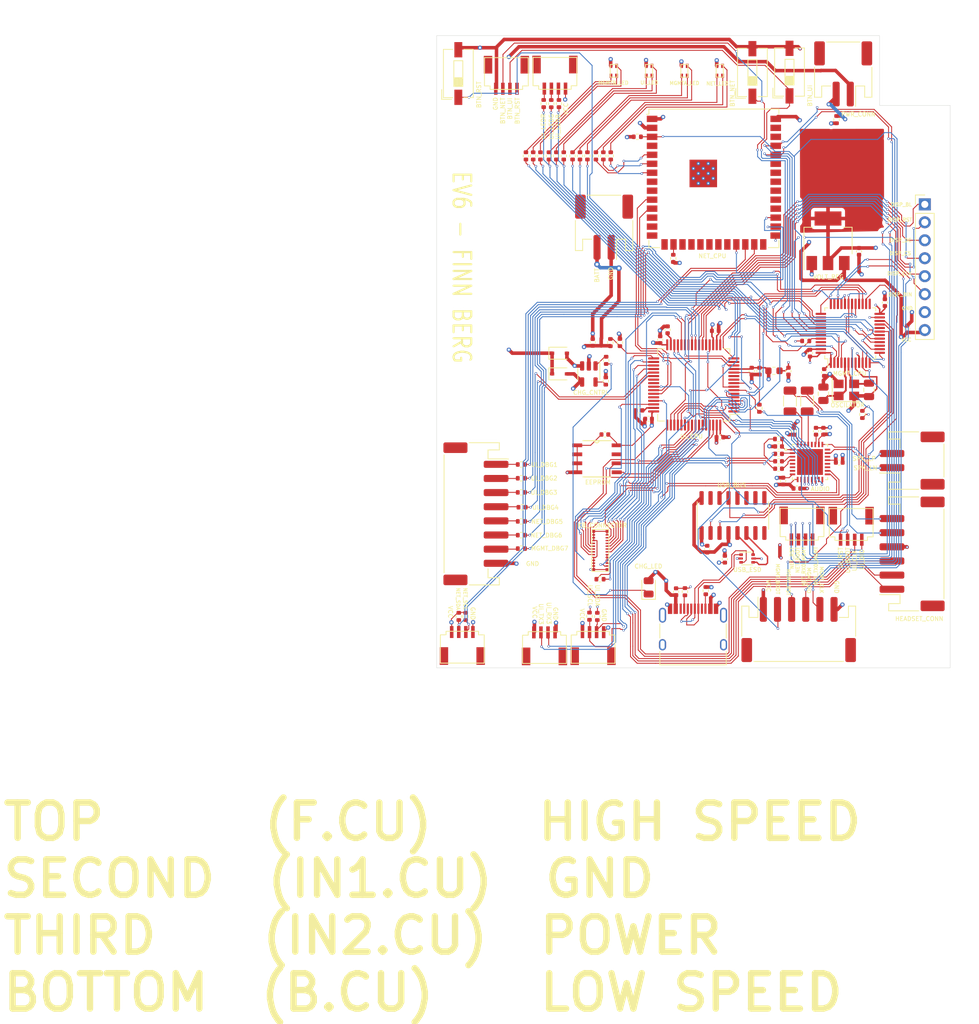
<source format=kicad_pcb>
(kicad_pcb (version 20211014) (generator pcbnew)
  (title_block (title "Hactar PCB - Finn Berg") (date "2023-04-24") (rev "EV6") (company "CISCO SYSTEMS"))
  (layers (0 "F.Cu" signal) (1 "In1.Cu" power) (2 "In2.Cu" power) (31 "B.Cu" signal) (34 "B.Paste" user) (35 "F.Paste" user) (36 "B.SilkS" user "B.Silkscreen") (37 "F.SilkS" user "F.Silkscreen") (38 "B.Mask" user) (39 "F.Mask" user) (44 "Edge.Cuts" user))
  (net 0 "")
  (net 1 "+3.3VA")
  (net 2 "+3.3V")
  (net 3 "VBUS")
  (net 4 "GND")
  (net 5 "+BATT")
  (net 6 "/RCC_OSC_IN")
  (net 7 "/VIN")
  (net 8 "/UI_SDA")
  (net 10 "/UI_SCL")
  (net 11 "Net-(D11-Pad1)")
  (net 12 "Net-(J9-PadA5)")
  (net 13 "/USB_D+")
  (net 14 "/USB_D-")
  (net 16 "Net-(J9-PadB5)")
  (net 19 "/MCLK")
  (net 20 "/RCC_OSC_OUT")
  (net 21 "/NET_SDA")
  (net 22 "/NET_SCL")
  (net 23 "/MGMT_BOOT")
  (net 24 "/MGMT_NRST")
  (net 25 "/IN_3")
  (net 26 "Net-(C17-Pad2)")
  (net 27 "/NET_RST")
  (net 28 "/UI_RST")
  (net 29 "/MIC_P")
  (net 30 "/LEDA_R")
  (net 31 "Net-(D10-Pad1)")
  (net 32 "/DISP_BL")
  (net 33 "/DISP_RSTR")
  (net 34 "/LEDA_G")
  (net 35 "Net-(R32-Pad2)")
  (net 36 "Net-(R36-Pad1)")
  (net 37 "/BATTERY_MON")
  (net 38 "Net-(C18-Pad2)")
  (net 39 "/LEDA_B")
  (net 41 "/KB_COL3")
  (net 42 "/KB_COL4")
  (net 45 "/DISP_DC")
  (net 46 "/DISP_CS")
  (net 47 "/DISP_SPI_SCK")
  (net 48 "/DISP_SPI_MOSI")
  (net 49 "/UI_TX3")
  (net 50 "/UI_RX3")
  (net 51 "/NET_TX0_MGMT")
  (net 53 "/KB_MIC")
  (net 54 "/NET_RX0_MGMT")
  (net 55 "Net-(J10-Pad1)")
  (net 56 "/KB_ROW5")
  (net 57 "/KB_ROW1")
  (net 58 "/KB_ROW2")
  (net 59 "/KB_ROW3")
  (net 60 "/MIC_N")
  (net 61 "Net-(J10-Pad2)")
  (net 62 "/KB_ROW4")
  (net 64 "/KB_ROW6")
  (net 65 "/KB_ROW7")
  (net 66 "/UD-")
  (net 67 "/UD+")
  (net 68 "/LEDB_R")
  (net 69 "/LEDB_G")
  (net 74 "Net-(C27-Pad2)")
  (net 82 "/LEDB_B")
  (net 83 "Net-(J10-Pad3)")
  (net 84 "Net-(J10-Pad4)")
  (net 90 "/SPK_LN")
  (net 91 "/SPK_LP")
  (net 92 "/HP_R")
  (net 93 "/HP_L")
  (net 94 "Net-(J10-Pad5)")
  (net 95 "/KB_COL5")
  (net 96 "/KB_COL2")
  (net 97 "Net-(J10-Pad6)")
  (net 98 "Net-(J10-Pad7)")
  (net 99 "/BTN_RST")
  (net 100 "/BTN_UI")
  (net 101 "/BTN_NET")
  (net 102 "/KB_COL1")
  (net 103 "Net-(R37-Pad2)")
  (net 104 "Net-(C21-Pad2)")
  (net 105 "Net-(C22-Pad2)")
  (net 106 "Net-(J14-Pad2)")
  (net 107 "Net-(J14-Pad3)")
  (net 108 "/UI_STAT")
  (net 109 "Net-(J14-Pad4)")
  (net 110 "Net-(J15-Pad2)")
  (net 111 "/UI_BOOT")
  (net 112 "/NET_LED_B")
  (net 113 "/NET_LED_G")
  (net 120 "/USB_DTR")
  (net 121 "/USB_RTS")
  (net 123 "/NET_LED_R")
  (net 124 "Net-(C28-Pad1)")
  (net 125 "Net-(C29-Pad1)")
  (net 127 "Net-(R41-Pad1)")
  (net 132 "/UI_DBG1")
  (net 134 "/UI_LED_B")
  (net 137 "/NET_STAT")
  (net 138 "Net-(C30-Pad1)")
  (net 139 "/UI_LED_G")
  (net 143 "/NET_BOOT")
  (net 144 "/UI_LED_R")
  (net 145 "Net-(C31-Pad2)")
  (net 146 "/UI_DBG2")
  (net 147 "/UI_DBG3")
  (net 148 "/UI_DBG4")
  (net 149 "/MGMT_DBG7")
  (net 150 "/NET_DBG5")
  (net 151 "/NET_DBG6")
  (net 152 "/UI_TX2_MGMT")
  (net 153 "/MGMT_SWDIO")
  (net 154 "/MGMT_SWCLK")
  (net 155 "/UI_RX2_MGMT")
  (net 156 "/I2S_DACLRC")
  (net 157 "/UI_SWDIO")
  (net 158 "/UI_SWDCLK")
  (net 159 "/UI_TX1_NET")
  (net 162 "/UI_RX1_NET")
  (net 163 "/I2S_BCLK")
  (net 164 "/I2S_ADCDAT")
  (net 168 "/I2S_DACDAT")
  (net 169 "/USB_TX1_MGMT")
  (net 170 "/USB_RX1_MGMT")
  (net 179 "Net-(D3-Pad1)")
  (net 180 "Net-(D3-Pad3)")
  (net 181 "Net-(D3-Pad4)")
  (net 182 "Net-(D4-Pad1)")
  (net 183 "Net-(D4-Pad3)")
  (net 184 "Net-(D4-Pad4)")
  (net 185 "Net-(D5-Pad1)")
  (net 186 "Net-(D18-Pad1)")
  (net 187 "Net-(D18-Pad3)")
  (net 188 "Net-(D18-Pad4)")
  (net 190 "Net-(D5-Pad3)")
  (net 191 "Net-(D5-Pad4)")
  (net 195 "/KB_LED")
  (footprint "MountingHole:MountingHole_3.2mm_M3" (layer "F.Cu") (at 117.5875 107.925)
    (fp_text reference "REF**" hide)
    (fp_text value "MountingHole_3.2mm_M3" hide)
  )
  (footprint "Resistor_SMD:R_0402_1005Metric" (layer "F.Cu") (at 126.0875 122.725)
    (fp_text reference "R28" hide)
    (fp_text value "330" hide)
  )
  (footprint "Capacitor_SMD:C_0402_1005Metric" (layer "F.Cu") (at 143.9875 110.225 180)
    (fp_text reference "C13" hide)
    (fp_text value "100n" hide)
  )
  (footprint "ESP32-S3-WROOM-1-N8R2:New_ESP32_M24C02-RMN6TP" (layer "F.Cu") (at 136.6875 115.875)
    (fp_text reference "CR1" hide)
    (fp_text value "M24C02-RDW6TP" hide)
  )
  (footprint "Capacitor_SMD:C_0402_1005Metric" (layer "F.Cu") (at 142.6375 109.025)
    (fp_text reference "C22" hide)
    (fp_text value "2u2" hide)
  )
  (footprint "Diode_SMD:D_SOD-323" (layer "F.Cu") (at 131.3875 100.935)
    (fp_text reference "D2" hide)
    (fp_text value "1N5819WS" hide)
  )
  (footprint "MountingHole:MountingHole_3.2mm_M3" (layer "F.Cu") (at 117.5875 69.625)
    (fp_text reference "REF**" hide)
    (fp_text value "MountingHole_3.2mm_M3" hide)
  )
  (footprint "Package_QFP:LQFP-48_7x7mm_P0.5mm" (layer "F.Cu") (at 172.5375 98.125 90)
    (fp_text reference "U5" hide)
    (fp_text value "STM32F030C8Tx" hide)
  )
  (footprint "Capacitor_SMD:C_0402_1005Metric" (layer "F.Cu") (at 137.8075 112.435 180)
    (fp_text reference "C33" hide)
    (fp_text value "100n" hide)
  )
  (footprint "Capacitor_SMD:C_0402_1005Metric" (layer "F.Cu") (at 145.6375 99.025 90)
    (fp_text reference "C14" hide)
    (fp_text value "100n" hide)
  )
  (footprint "Capacitor_SMD:C_0805_2012Metric" (layer "F.Cu") (at 168.7375 106.675 -90)
    (fp_text reference "C4" hide)
    (fp_text value "33P" hide)
  )
  (footprint "Capacitor_SMD:C_0402_1005Metric" (layer "F.Cu") (at 168.7375 111.975 90)
    (fp_text reference "C3" hide)
    (fp_text value "4.7u" hide)
  )
  (footprint "Resistor_SMD:R_0402_1005Metric" (layer "F.Cu") (at 149.1375 134.675 -90)
    (fp_text reference "R3" hide)
    (fp_text value "5k1" hide)
  )
  (footprint "Capacitor_SMD:C_0402_1005Metric" (layer "F.Cu") (at 173.7775 86.535 -90)
    (fp_text reference "C2" hide)
    (fp_text value "22u" hide)
  )
  (footprint "Capacitor_SMD:C_0402_1005Metric" (layer "F.Cu") (at 136.0875 99.405 90)
    (fp_text reference "C19" hide)
    (fp_text value "4u7" hide)
  )
  (footprint "Resistor_SMD:R_0402_1005Metric" (layer "F.Cu") (at 138.5875 99.435 -90)
    (fp_text reference "R38" hide)
    (fp_text value "10k" hide)
  )
  (footprint "Connector_JST:JST_PH_S6B-PH-SM4-TB_1x06-1MP_P2.00mm_Horizontal" (layer "F.Cu") (at 181.2875 129.325 90)
    (fp_text reference "J8" hide)
    (fp_text value "Conn_01x06_Female" hide)
  )
  (footprint "BM14B(0.B)-24DS-0:BM14B(0.B)-24DS-0.4V(53)" (layer "F.Cu") (at 138.1075 131.035 90)
    (fp_text reference "U13" hide)
    (fp_text value "BM14B(0.8)-24DS-0.4V(53)" hide)
  )
  (footprint "Package_QFP:LQFP-64_10x10mm_P0.5mm" (layer "F.Cu") (at 150.3875 105.425 180)
    (fp_text reference "U1" hide)
    (fp_text value "STM32F405RGTx" hide)
  )
  (footprint "Resistor_SMD:R_0402_1005Metric" (layer "F.Cu") (at 159.6775 108.725 90)
    (fp_text reference "R5" hide)
    (fp_text value "15k" hide)
  )
  (footprint "Capacitor_SMD:C_0402_1005Metric" (layer "F.Cu") (at 163.0375 119.025 90)
    (fp_text reference "C16" hide)
    (fp_text value "100n" hide)
  )
  (footprint "1x4 pin download:1x4pin 1mm connector" (layer "F.Cu") (at 126.4675 60.125 180)
    (fp_text reference "J13" hide)
    (fp_text value "Conn_01x04_Female" hide)
  )
  (footprint "Inductor_SMD:L_0603_1608Metric" (layer "F.Cu") (at 161.7375 103.425)
    (fp_text reference "120R1" hide)
    (fp_text value "FerriteBead" hide)
  )
  (footprint "Resistor_SMD:R_0402_1005Metric" (layer "F.Cu") (at 137.5875 73.025 90)
    (fp_text reference "R17" hide)
    (fp_text value "150" hide)
  )
  (footprint "Resistor_SMD:R_0402_1005Metric" (layer "F.Cu") (at 128.6875 73.025 -90)
    (fp_text reference "R13" hide)
    (fp_text value "180" hide)
  )
  (footprint "Capacitor_SMD:C_0402_1005Metric" (layer "F.Cu") (at 180.5875 97.525 90)
    (fp_text reference "C20" hide)
    (fp_text value "100n" hide)
  )
  (footprint "Resistor_SMD:R_0402_1005Metric" (layer "F.Cu") (at 125.9875 124.725)
    (fp_text reference "R30" hide)
    (fp_text value "330" hide)
  )
  (footprint "Resistor_SMD:R_0402_1005Metric" (layer "F.Cu") (at 142.3975 70.325 180)
    (fp_text reference "R4" hide)
    (fp_text value "15k" hide)
  )
  (footprint "MountingHole:MountingHole_2.1mm" (layer "F.Cu") (at 176.9375 140.345)
    (fp_text reference "REF**" hide)
    (fp_text value "MountingHole_2.1mm" hide)
  )
  (footprint "Resistor_SMD:R_0402_1005Metric" (layer "F.Cu") (at 139.9375 99.425 -90)
    (fp_text reference "R39" hide)
    (fp_text value "6.8k" hide)
  )
  (footprint "Resistor_SMD:R_0402_1005Metric" (layer "F.Cu") (at 118.1075 138.17 -90)
    (fp_text reference "R21" hide)
    (fp_text value "1k5" hide)
  )
  (footprint "Capacitor_SMD:C_0402_1005Metric" (layer "F.Cu") (at 154.7875 130.075 90)
    (fp_text reference "C5" hide)
    (fp_text value "10U" hide)
  )
  (footprint "Connector_PinHeader_2.54mm:PinHeader_1x08_P2.54mm_Vertical" (layer "F.Cu") (at 183.0875 79.885)
    (fp_text reference "J4" hide)
    (fp_text value "Conn_01x08_Male" hide)
  )
  (footprint "Capacitor_SMD:C_0402_1005Metric" (layer "F.Cu") (at 158.5875 103.475 -90)
    (fp_text reference "C8" hide)
    (fp_text value "10n" hide)
  )
  (footprint "Resistor_SMD:R_0402_1005Metric" (layer "F.Cu") (at 133.2375 73.025 -90)
    (fp_text reference "R12" hide)
    (fp_text value "150" hide)
  )
  (footprint "Resistor_SMD:R_0402_1005Metric" (layer "F.Cu") (at 134.2875 73.025 -90)
    (fp_text reference "R11" hide)
    (fp_text value "150" hide)
  )
  (footprint "Capacitor_SMD:C_0402_1005Metric" (layer "F.Cu") (at 146.6875 97.625 -90)
    (fp_text reference "C21" hide)
    (fp_text value "2u2" hide)
  )
  (footprint "Resistor_SMD:R_0402_1005Metric" (layer "F.Cu") (at 135.3375 73.025 -90)
    (fp_text reference "R6" hide)
    (fp_text value "180" hide)
  )
  (footprint "1x4 pin download:1x4pin 1mm connector" (layer "F.Cu") (at 133.3375 60.105 180)
    (fp_text reference "J14" hide)
    (fp_text value "Conn_01x04_Female" hide)
  )
  (footprint "Resistor_SMD:R_0402_1005Metric" (layer "F.Cu") (at 138.6375 73.025 90)
    (fp_text reference "R16" hide)
    (fp_text value "180" hide)
  )
  (footprint "Connector_JST:JST_PH_S2B-PH-SM4-TB_1x02-1MP_P2.00mm_Horizontal" (layer "F.Cu") (at 181.2875 116.125 90)
    (fp_text reference "J2" hide)
    (fp_text value "Conn_01x02_Female" hide)
  )
  (footprint "Resistor_SMD:R_0402_1005Metric" (layer "F.Cu") (at 129.1475 65.625 -90)
    (fp_text reference "R35" hide)
    (fp_text value "150" hide)
  )
  (footprint "Capacitor_SMD:C_1206_3216Metric" (layer "F.Cu") (at 166.4375 107.705 90)
    (fp_text reference "C29" hide)
    (fp_text value "100U" hide)
  )
  (footprint "Capacitor_SMD:C_0402_1005Metric" (layer "F.Cu") (at 162.3875 117.275)
    (fp_text reference "C27" hide)
    (fp_text value "1u" hide)
  )
  (footprint "Capacitor_SMD:C_0402_1005Metric" (layer "F.Cu") (at 163.7875 103.475 -90)
    (fp_text reference "C10" hide)
    (fp_text value "1u" hide)
  )
  (footprint "Resistor_SMD:R_0402_1005Metric" (layer "F.Cu") (at 130.9375 73.025 90)
    (fp_text reference "R24" hide)
    (fp_text value "150" hide)
  )
  (footprint "Resistor_SMD:R_0402_1005Metric" (layer "F.Cu") (at 166.2375 99.205)
    (fp_text reference "R19" hide)
    (fp_text value "4k7" hide)
  )
  (footprint "MountingHole:MountingHole_3.2mm_M3" (layer "F.Cu") (at 183.0875 107.925)
    (fp_text reference "REF**" hide)
    (fp_text value "MountingHole_3.2mm_M3" hide)
  )
  (footprint "Resistor_SMD:R_0402_1005Metric" (layer "F.Cu") (at 174.25 109.6 90)
    (fp_text reference "R1" hide)
    (fp_text value "4k7" hide)
  )
  (footprint "Capacitor_SMD:C_0402_1005Metric" (layer "F.Cu") (at 154.0875 112.825 180)
    (fp_text reference "C12" hide)
    (fp_text value "100n" hide)
  )
  (footprint "1x4 pin download:1x4pin 1mm connector" (layer "F.Cu") (at 175.2675 123.915 180)
    (fp_text reference "J12" hide)
    (fp_text value "Conn_01x04_Female" hide)
  )
  (footprint "Resistor_SMD:R_0402_1005Metric" (layer "F.Cu") (at 137.9375 104.875 -90)
    (fp_text reference "R37" hide)
    (fp_text value "2k" hide)
  )
  (footprint "Resistor_SMD:R_0402_1005Metric" (layer "F.Cu") (at 136.5375 73.025 90)
    (fp_text reference "R18" hide)
    (fp_text value "150" hide)
  )
  (footprint "Resistor_SMD:R_0402_1005Metric" (layer "F.Cu") (at 152.0875 134.525 -90)
    (fp_text reference "R2" hide)
    (fp_text value "5k1" hide)
  )
  (footprint "Capacitor_SMD:C_0402_1005Metric" (layer "F.Cu") (at 177.4375 93.775 90)
    (fp_text reference "C25" hide)
    (fp_text value "100n" hide)
  )
  (footprint "Capacitor_SMD:C_0402_1005Metric" (layer "F.Cu") (at 147.8875 134.675 90)
    (fp_text reference "C1" hide)
    (fp_text value "4u7" hide)
  )
  (footprint "Resistor_SMD:R_0402_1005Metric" (layer "F.Cu") (at 147.4875 87.525 90)
    (fp_text reference "R32" hide)
    (fp_text value "4k7" hide)
  )
  (footprint "Diode_SMD:D_SOD-323" (layer "F.Cu") (at 131.3875 103.865)
    (fp_text reference "D10" hide)
    (fp_text value "1N5819WS" hide)
  )
  (footprint "Resistor_SMD:R_0402_1005Metric" (layer "F.Cu") (at 135.6275 138.135 -90)
    (fp_text reference "R8" hide)
    (fp_text value "1k5" hide)
  )
  (footprint "LED_SMD:LED_0805_2012Metric" (layer "F.Cu") (at 143.9975 134.065 90)
    (fp_text reference "D11" hide)
    (fp_text value "LED" hide)
  )
  (footprint "Connector_JST:JST_PH_S2B-PH-SM4-TB_1x02-1MP_P2.00mm_Horizontal" (layer "F.Cu") (at 171.5375 61.425 180)
    (fp_text reference "J15" hide)
    (fp_text value "Conn_01x02_Female" hide)
  )
  (footprint "Capacitor_SMD:C_0402_1005Metric" (layer "F.Cu") (at 164.9875 120.075)
    (fp_text reference "C15" hide)
    (fp_text value "100n" hide)
  )
  (footprint "Button_Switch_SMD:SW_DIP_SPSTx01_Slide_6.7x4.1mm_W6.73mm_P2.54mm_LowProfile_JPin" (layer "F.Cu") (at 158.6875 61.225 90)
    (fp_text reference "SW3" hide)
    (fp_text value "SW_Push" hide)
  )
  (footprint "Resistor_SMD:R_0402_1005Metric" (layer "F.Cu") (at 126.6375 73.025 -90)
    (fp_text reference "R15" hide)
    (fp_text value "150" hide)
  )
  (footprint "ESP32-S3-WROOM-1-N8R2:QFN50P500X500X90-33N" (layer "F.Cu") (at 166.84 116.325)
    (fp_text reference "U6" hide)
    (fp_text value "WM8960CGEFL/RV" hide)
  )
  (footprint "Capacitor_SMD:C_0805_2012Metric" (layer "F.Cu") (at 175.1875 106.125 90)
    (fp_text reference "C23" hide)
    (fp_text value "33P" hide)
  )
  (footprint "Resistor_SMD:R_0402_1005Metric" (layer "F.Cu") (at 162.3875 113.075 180)
    (fp_text reference "R9" hide)
    (fp_text value "2K2" hide)
  )
  (footprint "Resistor_SMD:R_0402_1005Metric" (layer "F.Cu") (at 127.6625 73.025 -90)
    (fp_text reference "R14" hide)
    (fp_text value "150" hide)
  )
  (footprint "Capacitor_SMD:C_1206_3216Metric" (layer "F.Cu") (at 164.0075 107.705 90)
    (fp_text reference "C30" hide)
    (fp_text value "100U" hide)
  )
  (footprint "Resistor_SMD:R_0402_1005Metric" (layer "F.Cu") (at 125.9875 116.675)
    (fp_text reference "R22" hide)
    (fp_text value "330" hide)
  )
  (footprint "1x6 pin download:LED RGB" (layer "F.Cu") (at 154.4625 61.695 90)
    (fp_text reference "D4" hide)
    (fp_text value "ASMB-MTB1-0A3A2" hide)
  )
  (footprint "Resistor_SMD:R_0402_1005Metric" (layer "F.Cu") (at 137.9875 101.945 -90)
    (fp_text reference "R36" hide)
    (fp_text value "1k" hide)
  )
  (footprint "Resistor_SMD:R_0402_1005Metric" (layer "F.Cu") (at 130.2175 65.635 -90)
    (fp_text reference "R34" hide)
    (fp_text value "150" hide)
  )
  (footprint "Button_Switch_SMD:SW_DIP_SPSTx01_Slide_6.7x4.1mm_W6.73mm_P2.54mm_LowProfile_JPin" (layer "F.Cu") (at 117.0675 61.375 90)
    (fp_text reference "SW1" hide)
    (fp_text value "SW_Push" hide)
  )
  (footprint "Package_SO:SOIC-16_3.9x9.9mm_P1.27mm" (layer "F.Cu") (at 155.9375 123.895 90)
    (fp_text reference "U3" hide)
    (fp_text value "CH340C" hide)
  )
  (footprint "Resistor_SMD:R_0402_1005Metric" (layer "F.Cu") (at 131.9875 73.025 90)
    (fp_text reference "R23" hide)
    (fp_text value "180" hide)
  )
  (footprint "1x4 pin download:1x4pin 1mm connector" (layer "F.Cu") (at 133.5375 143.795)
    (fp_text reference "J7" hide)
    (fp_text value "Conn_01x04_Female" hide)
  )
  (footprint "Resistor_SMD:R_0402_1005Metric" (layer "F.Cu") (at 137.1175 132.905 180)
    (fp_text reference "R41" hide)
    (fp_text value "0" hide)
  )
  (footprint "Button_Switch_SMD:SW_DIP_SPSTx01_Slide_6.7x4.1mm_W6.73mm_P2.54mm_LowProfile_JPin" (layer "F.Cu") (at 163.9375 61.175 90)
    (fp_text reference "SW2" hide)
    (fp_text value "SW_Push" hide)
  )
  (footprint "Resistor_SMD:R_0402_1005Metric" (layer "F.Cu") (at 125.9875 120.625)
    (fp_text reference "R27" hide)
    (fp_text value "330" hide)
  )
  (footprint "Capacitor_SMD:C_0402_1005Metric" (layer "F.Cu") (at 162.3875 116.225)
    (fp_text reference "C18" hide)
    (fp_text value "1u" hide)
  )
  (footprint "Capacitor_SMD:C_0402_1005Metric" (layer "F.Cu") (at 170.9775 116.405)
    (fp_text reference "C6" hide)
    (fp_text value "4.7u" hide)
  )
  (footprint "1x4 pin download:1x4pin 1mm connector" (layer "F.Cu") (at 126.6575 143.825)
    (fp_text reference "J5" hide)
    (fp_text value "Conn_01x04_Female" hide)
  )
  (footprint "Package_TO_SOT_SMD:SOT-223-3_TabPin2" (layer "F.Cu") (at 169.3875 85.035 90)
    (fp_text reference "U2" hide)
    (fp_text value "AMS1117-3.3" hide)
  )
  (footprint "1x6 pin download:LED RGB" (layer "F.Cu") (at 139.4625 61.695 90)
    (fp_text reference "D3" hide)
    (fp_text value "ASMB-MTB1-0A3A2" hide)
  )
  (footprint "RF_Module:ESP32-S3-WROOM-1U" (layer "F.Cu") (at 153.2375 76.2)
    (fp_text reference "U11" hide)
    (fp_text value "ESP32-S3-WROOM-1-N8R2" hide)
  )
  (footprint "Capacitor_SMD:C_0402_1005Metric" (layer "F.Cu") (at 162.3875 115.175)
    (fp_text reference "C17" hide)
    (fp_text value "1u" hide)
  )
  (footprint "Capacitor_SMD:C_0402_1005Metric" (layer "F.Cu") (at 164.5375 111.975 -90)
    (fp_text reference "C7" hide)
    (fp_text value "100n" hide)
  )
  (footprint "Connector_JST:JST_PH_S6B-PH-SM4-TB_1x06-1MP_P2.00mm_Horizontal" (layer "F.Cu") (at 165.2375 140.025)
    (fp_text reference "J11" hide)
    (fp_text value "Conn_01x06_Female" hide)
  )
  (footprint "Capacitor_SMD:C_0402_1005Metric" (layer "F.Cu") (at 152.2975 128.655 90)
    (fp_text reference "C32" hide)
    (fp_text value "100n" hide)
  )
  (footprint "Connector_JST:JST_PH_S8B-PH-SM4-TB_1x08-1MP_P2.00mm_Horizontal" (layer "F.Cu") (at 119.5575 123.655 -90)
    (fp_text reference "J10" hide)
    (fp_text value "Conn_01x08_Female" hide)
  )
  (footprint "Capacitor_SMD:C_0402_1005Metric" (layer "F.Cu") (at 167.6875 111.975 -90)
    (fp_text reference "C31" hide)
    (fp_text value "4.7u" hide)
  )
  (footprint "1x4 pin download:1x4pin 1mm connector" (layer "F.Cu") (at 168.3075 123.885 180)
    (fp_text reference "J6" hide)
    (fp_text value "Conn_01x04_Female" hide)
  )
  (footprint "MountingHole:MountingHole_3.2mm_M3" (layer "F.Cu") (at 183.0875 69.625)
    (fp_text reference "REF**" hide)
    (fp_text value "MountingHole_3.2mm_M3" hide)
  )
  (footprint "Capacitor_SMD:C_0402_1005Metric" (layer "F.Cu") (at 159.6875 103.475 -90)
    (fp_text reference "C9" hide)
    (fp_text value "1u" hide)
  )
  (footprint "Capacitor_SMD:C_0402_1005Metric" (layer "F.Cu") (at 168.8475 103.665 -90)
    (fp_text reference "C24" hide)
    (fp_text value "100n" hide)
  )
  (footprint "Connector_JST:JST_PH_S2B-PH-SM4-TB_1x02-1MP_P2.00mm_Horizontal" (layer "F.Cu") (at 137.6975 83.105 180)
    (fp_text reference "J1" hide)
    (fp_text value "Conn_01x02_Female" hide)
  )
  (footprint "MountingHole:MountingHole_2.1mm" (layer "F.Cu") (at 123.6375 140.345)
    (fp_text reference "REF**" hide)
    (fp_text value "MountingHole_2.1mm" hide)
  )
  (footprint "Connector_USB:USB_C_Receptacle_HRO_TYPE-C-31-M-12" (layer "F.Cu") (at 150.2875 141.125)
    (fp_text reference "J9" hide)
    (fp_text value "USB_C_Receptacle" hide)
  )
  (footprint "1x6 pin download:LED RGB" (layer "F.Cu") (at 144.4625 61.695 90)
    (fp_text reference "D5" hide)
    (fp_text value "ASMB-MTB1-0A3A2" hide)
  )
  (footprint "Resistor_SMD:R_0402_1005Metric" (layer "F.Cu") (at 125.9875 128.575)
    (fp_text reference "R29" hide)
    (fp_text value "330" hide)
  )
  (footprint "Resistor_SMD:R_0402_1005Metric" (layer "F.Cu") (at 125.9875 118.625)
    (fp_text reference "R26" hide)
    (fp_text value "330" hide)
  )
  (footprint "Capacitor_SMD:C_0402_1005Metric" (layer "F.Cu") (at 153.4375 97.775)
    (fp_text reference "C11" hide)
    (fp_text value "100n" hide)
  )
  (footprint "1x6 pin download:LED RGB" (layer "F.Cu") (at 149.4625 61.695 90)
    (fp_text reference "D18" hide)
    (fp_text value "ASMB-MTB1-0A3A2" hide)
  )
  (footprint "Package_TO_SOT_SMD:SOT-666" (layer "F.Cu") (at 157.9375 129.975)
    (fp_text reference "U4" hide)
    (fp_text value "USBLC6-2P6" hide)
  )
  (footprint "Resistor_SMD:R_0402_1005Metric" (layer "F.Cu") (at 131.3075 65.625 -90)
    (fp_text reference "R33" hide)
    (fp_text value "180" hide)
  )
  (footprint "Resistor_SMD:R_0402_1005Metric" (layer "F.Cu") (at 170.5975 67.895 -90)
    (fp_text reference "R40" hide)
    (fp_text value "1" hide)
  )
  (footprint "Resistor_SMD:R_0402_1005Metric" (layer "F.Cu") (at 125.9875 126.675)
    (fp_text reference "R31" hide)
    (fp_text value "330" hide)
  )
  (footprint "1x4 pin download:1x4pin 1mm connector" (layer "F.Cu") (at 115.0275 143.775)
    (fp_text reference "J3" hide)
    (fp_text value "Conn_01x04_Female" hide)
  )
  (footprint "Resistor_SMD:R_0402_1005Metric" (layer "F.Cu") (at 117.13 138.17 -90)
    (fp_text reference "R20" hide)
    (fp_text value "1k5" hide)
  )
  (footprint "Package_TO_SOT_SMD:SOT-23-5" (layer "F.Cu") (at 135.5375 103.875 -90)
    (fp_text reference "U12" hide)
    (fp_text value "MCP73832-2-OT" hide)
  )
  (footprint "Capacitor_SMD:C_0402_1005Metric" (layer "F.Cu") (at 162.3875 114.125 180)
    (fp_text reference "C28" hide)
    (fp_text value "4.7u" hide)
  )
  (footprint "Resistor_SMD:R_0402_1005Metric" (layer "F.Cu") (at 136.7375 138.175 -90)
    (fp_text reference "R7" hide)
    (fp_text value "1k5" hide)
  )
  (footprint "Capacitor_SMD:C_0402_1005Metric" (layer "F.Cu") (at 166.8375 100.925 90)
    (fp_text reference "C26" hide)
    (fp_text value "100n" hide)
  )
  (footprint "Resistor_SMD:R_0402_1005Metric" (layer "F.Cu") (at 129.8875 73.025 90)
    (fp_text reference "R25" hide)
    (fp_text value "150" hide)
  )
  (footprint "Crystal:Crystal_SMD_3225-4Pin_3.2x2.5mm" (layer "F.Cu") (at 171.9875 106.125)
    (fp_text reference "Y1" hide)
    (fp_text value "Crystal_GND24" hide)
  )
  (gr_poly (pts (xy 176.6875 65.885) (xy 186.6875 65.885) (xy 186.6875 145.435) (xy 113.9875 145.435) (xy 113.9875 56.025) (xy 176.6875 56.025)) (layer "Edge.Cuts") (width 0.05) (fill none))
  (gr_text "BTN_RST" (at 119.98 64.36 90) (layer "F.SilkS") (effects (font (size 0.6 0.6) (thickness 0.1))))
  (gr_text "MGMTA_LED" (at 149.07 62.74) (layer "F.SilkS") (effects (font (size 0.5 0.5) (thickness 0.1))))
  (gr_text "BTN_RST" (at 125.42 66.65 90) (layer "F.SilkS") (effects (font (size 0.6 0.6) (thickness 0.1))))
  (gr_text "UI_RST" (at 171.16 129.87 90) (layer "F.SilkS") (effects (font (size 0.6 0.6) (thickness 0.1))))
  (gr_text "HEADSET_CONN" (at 182.3 138.5) (layer "F.SilkS") (effects (font (size 0.6 0.6) (thickness 0.1))))
  (gr_text "UI_DIO" (at 174.2 130.13 90) (layer "F.SilkS") (effects (font (size 0.6 0.6) (thickness 0.1))))
  (gr_text "UI_LED" (at 144.09 62.66) (layer "F.SilkS") (effects (font (size 0.5 0.5) (thickness 0.1))))
  (gr_text "UI_RX3" (at 129.88 137.72 270) (layer "F.SilkS") (effects (font (size 0.6 0.6) (thickness 0.1))))
  (gr_text "EV6 - FINN BERG" (at 117.5375 88.775 270) (layer "F.SilkS") (effects (font (size 2.5 2) (thickness 0.3))))
  (gr_text "DISP_DC" (at 179.67 84.96) (layer "F.SilkS") (effects (font (size 0.5 0.5) (thickness 0.1))))
  (gr_text "OSCILATOR" (at 172.16 108.28) (layer "F.SilkS") (effects (font (size 0.6 0.6) (thickness 0.1))))
  (gr_text "VCC" (at 180.47 99.04) (layer "F.SilkS") (effects (font (size 0.5 0.5) (thickness 0.1))))
  (gr_text "NET_SDA" (at 117.04 135.69 270) (layer "F.SilkS") (effects (font (size 0.5 0.5) (thickness 0.1))))
  (gr_text "VCC" (at 127.88 137.6 270) (layer "F.SilkS") (effects (font (size 0.6 0.6) (thickness 0.1))))
  (gr_text "NET_LED" (at 153.72 62.79) (layer "F.SilkS") (effects (font (size 0.5 0.5) (thickness 0.1))))
  (gr_text "UI_DBG1\n\n" (at 129.24 117.19) (layer "F.SilkS") (effects (font (size 0.6 0.6) (thickness 0.1))))
  (gr_text "UI_LEDR" (at 129.11 68.88 90) (layer "F.SilkS") (effects (font (size 0.6 0.6) (thickness 0.1))))
  (gr_text "USB_BUS" (at 155.76 119.6) (layer "F.SilkS") (effects (font (size 0.6 0.6) (thickness 0.1))))
  (gr_text "UI_LEDG" (at 130.24 68.9 90) (layer "F.SilkS") (effects (font (size 0.6 0.6) (thickness 0.1))))
  (gr_text "UI_BOOT" (at 172.2 130.22 90) (layer "F.SilkS") (effects (font (size 0.6 0.6) (thickness 0.1))))
  (gr_text "UI_CLK" (at 173.15 130.24 90) (layer "F.SilkS") (effects (font (size 0.6 0.6) (thickness 0.1))))
  (gr_text "GND" (at 180.6 94.58) (layer "F.SilkS") (effects (font (size 0.5 0.5) (thickness 0.1))))
  (gr_text "VCC" (at 134.59 137.92 270) (layer "F.SilkS") (effects (font (size 0.6 0.6) (thickness 0.1))))
  (gr_text "KB_CONNECTOR" (at 137.44 125.3) (layer "F.SilkS") (effects (font (size 0.6 0.6) (thickness 0.1))))
  (gr_text "UI_DBG4\n\n" (at 129.41 123.25) (layer "F.SilkS") (effects (font (size 0.6 0.6) (thickness 0.1))))
  (gr_text "NET_DBG5" (at 129.63 124.76) (layer "F.SilkS") (effects (font (size 0.6 0.6) (thickness 0.1))))
  (gr_text "DISP_DIN" (at 179.6 92.64) (layer "F.SilkS") (effects (font (size 0.5 0.5) (thickness 0.1))))
  (gr_text "CHG_CNTRL" (at 135.84 106.5) (layer "F.SilkS") (effects (font (size 0.6 0.6) (thickness 0.1))))
  (gr_text "BTN_NET" (at 155.86 64.18 90) (layer "F.SilkS") (effects (font (size 0.6 0.6) (thickness 0.1))))
  (gr_text "MGMT_DIO" (at 166.68 133.08 270) (layer "F.SilkS") (effects (font (size 0.5 0.5) (thickness 0.1))))
  (gr_text "UI_DBG3\n" (at 129.19 120.64) (layer "F.SilkS") (effects (font (size 0.6 0.6) (thickness 0.1))))
  (gr_text "MGMT_CPU" (at 172.45 103.81) (layer "F.SilkS") (effects (font (size 0.6 0.6) (thickness 0.1))))
  (gr_text "NET_RST" (at 164.28 129.91 90) (layer "F.SilkS") (effects (font (size 0.5 0.5) (thickness 0.1))))
  (gr_text "DISP_CS" (at 179.61 86.81) (layer "F.SilkS") (effects (font (size 0.5 0.5) (thickness 0.1))))
  (gr_text "VOLT_REG" (at 169.44 90.16) (layer "F.SilkS") (effects (font (size 0.6 0.6) (thickness 0.1))))
  (gr_text "BTN_UI" (at 166.83 64.51 90) (layer "F.SilkS") (effects (font (size 0.6 0.6) (thickness 0.1))))
  (gr_text "USB_ESD" (at 157.97 131.56) (layer "F.SilkS") (effects (font (size 0.6 0.6) (thickness 0.1))))
  (gr_text "BATT" (at 136.69 89.92 90) (layer "F.SilkS") (effects (font (size 0.6 0.6) (thickness 0.1))))
  (gr_text "NET_SCL" (at 118.05 135.68 270) (layer "F.SilkS") (effects (font (size 0.5 0.5) (thickness 0.1))))
  (gr_text "SPK_LN" (at 174.68 117.18) (layer "F.SilkS") (effects (font (size 0.6 0.6) (thickness 0.1))))
  (gr_text "NET_TX0_MGMT" (at 167.67 131.04 90) (layer "F.SilkS") (effects (font (size 0.5 0.5) (thickness 0.1))))
  (gr_text "UI_LEDB" (at 131.19 68.92 90) (layer "F.SilkS") (effects (font (size 0.6 0.6) (thickness 0.1))))
  (gr_text "GND" (at 138.65 89.67 90) (layer "F.SilkS") (effects (font (size 0.6 0.6) (thickness 0.1))))
  (gr_text "DISP_BL" (at 179.75 79.92) (layer "F.SilkS") (effects (font (size 0.5 0.5) (thickness 0.1))))
  (gr_text "NET_DBG6" (at 129.54 126.7) (layer "F.SilkS") (effects (font (size 0.6 0.6) (thickness 0.1))))
  (gr_text "TOP      (F.CU)    HIGH SPEED\nSECOND  (IN1.CU)  GND\nTHIRD    (IN2.CU)  POWER\nBOTTOM  (B.CU)    LOW SPEED" (at 52.2 179.3) (layer "F.SilkS") (effects (font (size 5 5) (thickness 0.9)) (justify left)))
  (gr_text "GND" (at 170.6 134.01 270) (layer "F.SilkS") (effects (font (size 0.6 0.6) (thickness 0.1))))
  (gr_text "VCC" (at 160.96 133.85 270) (layer "F.SilkS") (effects (font (size 0.6 0.6) (thickness 0.1))))
  (gr_text "PWR_CONN" (at 173.68 67.14) (layer "F.SilkS") (effects (font (size 0.6 0.6) (thickness 0.1))))
  (gr_text "UI_SCL" (at 135.71 135.2 270) (layer "F.SilkS") (effects (font (size 0.6 0.6) (thickness 0.1))))
  (gr_text "BTN_UI" (at 124.37 66.34 90) (layer "F.SilkS") (effects (font (size 0.6 0.6) (thickness 0.1))))
  (gr_text "UI_SDA" (at 136.75 135.21 270) (layer "F.SilkS") (effects (font (size 0.6 0.6) (thickness 0.1))))
  (gr_text "NET_CPU" (at 153.02 87.19) (layer "F.SilkS") (effects (font (size 0.6 0.6) (thickness 0.1))))
  (gr_text "NET_BOOT" (at 165.09 130.19 90) (layer "F.SilkS") (effects (font (size 0.5 0.5) (thickness 0.1))))
  (gr_text "BTN_NET" (at 123.36 66.63 90) (layer "F.SilkS") (effects (font (size 0.6 0.6) (thickness 0.1))))
  (gr_text "EEPROM" (at 136.82 119.19) (layer "F.SilkS") (effects (font (size 0.6 0.6) (thickness 0.1))))
  (gr_text "UI_CPU" (at 150.07 112.7) (layer "F.SilkS") (effects (font (size 0.6 0.6) (thickness 0.1))))
  (gr_text "NET_RX0_MGMT" (at 165.96 131.11 90) (layer "F.SilkS") (effects (font (size 0.5 0.5) (thickness 0.1))))
  (gr_text "UI_DBG2\n\n" (at 129.21 119.11) (layer "F.SilkS") (effects (font (size 0.6 0.6) (thickness 0.1))))
  (gr_text "AUDIO" (at 168.29 120.14) (layer "F.SilkS") (effects (font (size 0.6 0.6) (thickness 0.1))))
  (gr_text "MGMT_DBG7" (at 130 128.54) (layer "F.SilkS") (effects (font (size 0.6 0.6) (thickness 0.1))))
  (gr_text "DISP_CLK" (at 179.53 89.67) (layer "F.SilkS") (effects (font (size 0.5 0.5) (thickness 0.1))))
  (gr_text "MGMT_BOOT" (at 162.27 132.88 270) (layer "F.SilkS") (effects (font (size 0.5 0.5) (thickness 0.1))))
  (gr_text "CHG_LED" (at 143.97 131.08) (layer "F.SilkS") (effects (font (size 0.6 0.6) (thickness 0.1))))
  (gr_text "MGMT_CLK" (at 168.48 133.01 270) (layer "F.SilkS") (effects (font (size 0.5 0.5) (thickness 0.1))))
  (gr_text "UI_TX3" (at 128.77 137.83 270) (layer "F.SilkS") (effects (font (size 0.6 0.6) (thickness 0.1))))
  (gr_text "DISP_RST" (at 179.57 82.06) (layer "F.SilkS") (effects (font (size 0.5 0.5) (thickness 0.1))))
  (gr_text "GND" (at 130.82 137.77 270) (layer "F.SilkS") (effects (font (size 0.6 0.6) (thickness 0.1))))
  (gr_text "VCC" (at 132.29 66.39 90) (layer "F.SilkS") (effects (font (size 0.6 0.6) (thickness 0.1))))
  (gr_text "GND" (at 119.12 137.75 270) (layer "F.SilkS") (effects (font (size 0.6 0.6) (thickness 0.1))))
  (gr_text "SPK_LP" (at 174.5 115.86) (layer "F.SilkS") (effects (font (size 0.6 0.6) (thickness 0.1))))
  (gr_text "VCC" (at 115.95 137.54 270) (layer "F.SilkS") (effects (font (size 0.6 0.6) (thickness 0.1))))
  (gr_text "MGMT_RST" (at 163.79 133.33 270) (layer "F.SilkS") (effects (font (size 0.5 0.5) (thickness 0.1))))
  (gr_text "MGMTB_LED" (at 139.01 62.7) (layer "F.SilkS") (effects (font (size 0.5 0.5) (thickness 0.1))))
  (gr_text "GND\n" (at 127.57 130.72) (layer "F.SilkS") (effects (font (size 0.6 0.6) (thickness 0.1))))
  (gr_text "GND" (at 122.33 65.65 90) (layer "F.SilkS") (effects (font (size 0.6 0.6) (thickness 0.1))))
  (gr_text "GND" (at 137.69 138.01 270) (layer "F.SilkS") (effects (font (size 0.6 0.6) (thickness 0.1))))
  (segment (start 168.7375 112.405) (end 168.09 113.0525) (width 0.127) (layer "F.Cu") (net 1))
  (segment (start 163.8175 112.455) (end 164.5375 112.455) (width 0.5) (layer "F.Cu") (net 1))
  (segment (start 160.9875 103.4625) (end 160.95 103.425) (width 0.5) (layer "F.Cu") (net 1))
  (segment (start 159.6875 102.995) (end 160.52 102.995) (width 0.2) (layer "F.Cu") (net 1))
  (segment (start 169.6075 112.405) (end 169.6375 112.375) (width 0.5) (layer "F.Cu") (net 1))
  (segment (start 163.6075 112.245) (end 163.6125 112.25) (width 0.5) (layer "F.Cu") (net 1))
  (segment (start 156.0625 103.175) (end 158.4075 103.175) (width 0.2) (layer "F.Cu") (net 1))
  (segment (start 158.5875 102.995) (end 159.6875 102.995) (width 0.2) (layer "F.Cu") (net 1))
  (segment (start 169.315 116.075) (end 170.4575 116.075) (width 0.127) (layer "F.Cu") (net 1))
  (segment (start 170.4575 116.075) (end 170.5075 116.125) (width 0.127) (layer "F.Cu") (net 1))
  (segment (start 160.9875 104.625) (end 160.9875 103.4625) (width 0.5) (layer "F.Cu") (net 1))
  (segment (start 160.52 102.995) (end 160.95 103.425) (width 0.2) (layer "F.Cu") (net 1))
  (segment (start 168.09 113.0525) (end 168.09 113.85) (width 0.127) (layer "F.Cu") (net 1))
  (segment (start 165.09 113.85) (end 165.09 113.0075) (width 0.127) (layer "F.Cu") (net 1))
  (segment (start 165.09 113.0075) (end 164.5375 112.455) (width 0.127) (layer "F.Cu") (net 1))
  (segment (start 168.7375 112.405) (end 169.6075 112.405) (width 0.5) (layer "F.Cu") (net 1))
  (segment (start 170.4975 116.405) (end 170.5075 116.395) (width 0.5) (layer "F.Cu") (net 1))
  (segment (start 158.4075 103.175) (end 158.5875 102.995) (width 0.2) (layer "F.Cu") (net 1))
  (segment (start 163.6125 112.25) (end 163.8175 112.455) (width 0.5) (layer "F.Cu") (net 1))
  (segment (start 170.4875 115.435) (end 170.4875 116.395) (width 0.5) (layer "F.Cu") (net 1))
  (segment (start 170.5075 116.395) (end 170.5075 116.125) (width 0.5) (layer "F.Cu") (net 1))
  (segment (start 170.4875 116.395) (end 170.4975 116.405) (width 0.5) (layer "F.Cu") (net 1))
  (via (at 169.6375 112.375) (size 0.6) (drill 0.3) (layers "F.Cu" "B.Cu") (net 1))
  (via (at 163.6125 112.25) (size 0.6) (drill 0.3) (layers "F.Cu" "B.Cu") (net 1))
  (via (at 170.4875 115.435) (size 0.6) (drill 0.3) (layers "F.Cu" "B.Cu") (net 1))
  (via (at 160.9875 104.625) (size 0.6) (drill 0.3) (layers "F.Cu" "B.Cu") (net 1))
  (segment (start 174.765 109.595) (end 175.1175 109.595) (width 0.127) (layer "F.Cu") (net 2))
  (segment (start 163.895 118.545) (end 164.365 118.075) (width 0.127) (layer "F.Cu") (net 2))
  (segment (start 127.8375 138.935) (end 127.8375 140.345) (width 0.5) (layer "F.Cu") (net 2))
  (segment (start 155.4925 128.05) (end 155.417 127.9745) (width 0.5) (layer "F.Cu") (net 2))
  (segment (start 176.1175 86.055) (end 176.1375 86.075) (width 0.5) (layer "F.Cu") (net 2))
  (segment (start 168.375 100.875) (end 169.8375 100.875) (width 0.2) (layer "F.Cu") (net 2))
  (segment (start 168.9375 103.195) (end 168.9375 103.1375) (width 0.2) (layer "F.Cu") (net 2))
  (segment (start 155.417 127.9745) (end 154.385418 127.9745) (width 0.5) (layer "F.Cu") (net 2))
  (segment (start 135.727878 136.838556) (end 135.727878 137.524622) (width 0.127) (layer "F.Cu") (net 2))
  (segment (start 173.7775 86.055) (end 176.1175 86.055) (width 0.5) (layer "F.Cu") (net 2))
  (segment (start 174.25 110.11) (end 174.765 109.595) (width 0.127) (layer "F.Cu") (net 2))
  (segment (start 152.9575 96.955) (end 153.0375 96.875) (width 0.2) (layer "F.Cu") (net 2))
  (segment (start 145.6375 99.505) (end 144.6675 99.505) (width 0.5) (layer "F.Cu") (net 2))
  (segment (start 165.468038 120.075538) (end 165.4675 120.075) (width 0.5) (layer "F.Cu") (net 2))
  (segment (start 152.9575 97.775) (end 152.9575 98.595) (width 0.2) (layer "F.Cu") (net 2))
  (segment (start 139.4815 113.629) (end 138.2875 112.435) (width 0.127) (layer "F.Cu") (net 2))
  (segment (start 154.5675 112.825) (end 155.3375 112.825) (width 0.5) (layer "F.Cu") (net 2))
  (segment (start 177.4375 94.6375) (end 176.7 95.375) (width 0.2) (layer "F.Cu") (net 2))
  (segment (start 171.2675 86.055) (end 173.7775 86.055) (width 0.5) (layer "F.Cu") (net 2))
  (segment (start 168.9375 103.1375) (end 169.7875 102.2875) (width 0.2) (layer "F.Cu") (net 2))
  (segment (start 153.304918 129.055) (end 151.4275 129.055) (width 0.5) (layer "F.Cu") (net 2))
  (segment (start 166.446962 120.075538) (end 165.468038 120.075538) (width 0.5) (layer "F.Cu") (net 2))
  (segment (start 152.9575 97.775) (end 152.9575 96.955) (width 0.2) (layer "F.Cu") (net 2))
  (segment (start 116.1275 139.045) (end 116.1275 140.375) (width 0.127) (layer "F.Cu") (net 2))
  (segment (start 162.5775 128.065) (end 162.5775 129.7145) (width 0.5) (layer "F.Cu") (net 2))
  (segment (start 169.7875 101.125) (end 169.9375 100.975) (width 0.2) (layer "F.Cu") (net 2))
  (segment (start 138.6275 60.26) (end 138.6625 60.295) (width 0.5) (layer "F.Cu") (net 2))
  (segment (start 167.845 101.405) (end 168.375 100.875) (width 0.2) (layer "F.Cu") (net 2))
  (segment (start 166.8375 101.405) (end 167.845 101.405) (width 0.2) (layer "F.Cu") (net 2))
  (segment (start 152.9575 98.595) (end 153.1375 98.775) (width 0.2) (layer "F.Cu") (net 2))
  (segment (start 162.5775 129.7145) (end 162.7375 129.8745) (width 0.5) (layer "F.Cu") (net 2))
  (segment (start 165.59 119.9525) (end 165.4675 120.075) (width 0.127) (layer "F.Cu") (net 2))
  (segment (start 143.4725 69.06) (end 142.7875 68.375) (width 0.5) (layer "F.Cu") (net 2))
  (segment (start 150.4375 122.385) (end 151.3825 121.44) (width 0.5) (layer "F.Cu") (net 2))
  (segment (start 165.59 118.8) (end 165.59 119.9525) (width 0.127) (layer "F.Cu") (net 2))
  (segment (start 135.727878 137.524622) (end 135.6275 137.625) (width 0.127) (layer "F.Cu") (net 2))
  (segment (start 144.4375 111.230319) (end 144.4375 111.175) (width 0.127) (layer "F.Cu") (net 2))
  (segment (start 163.0375 118.545) (end 163.895 118.545) (width 0.127) (layer "F.Cu") (net 2))
  (segment (start 166.8375 102.275) (end 166.8375 101.405) (width 0.2) (layer "F.Cu") (net 2))
  (segment (start 144.4675 109.42) (end 144.7125 109.175) (width 0.2) (layer "F.Cu") (net 2))
  (segment (start 153.6375 59.505) (end 153.6375 60.27) (width 0.5) (layer "F.Cu") (net 2))
  (segment (start 155.3025 126.59) (end 155.3025 127.86) (width 0.5) (layer "F.Cu") (net 2))
  (segment (start 154.385418 127.9745) (end 153.304918 129.055) (width 0.5) (layer "F.Cu") (net 2))
  (segment (start 116.0875 139.005) (end 116.1275 139.045) (width 0.127) (layer "F.Cu") (net 2))
  (segment (start 169.8375 100.875) (end 169.9375 100.975) (width 0.2) (layer "F.Cu") (net 2))
  (segment (start 173.517413 101.104913) (end 173.7875 101.375) (width 0.2) (layer "F.Cu") (net 2))
  (segment (start 169.3875 88.185) (end 169.3875 87.935) (width 0.5) (layer "F.Cu") (net 2))
  (segment (start 154.1375 111.1) (end 154.1375 112.395) (width 0.2) (layer "F.Cu") (net 2))
  (segment (start 169.3875 81.885) (end 169.3875 88.185) (width 0.5) (layer "F.Cu") (net 2))
  (segment (start 155.5075 128.065) (end 155.4925 128.05) (width 0.5) (layer "F.Cu") (net 2))
  (segment (start 163.3575 103.425) (end 163.7875 102.995) (width 0.2) (layer "F.Cu") (net 2))
  (segment (start 116.0875 138.535) (end 116.0875 139.005) (width 0.127) (layer "F.Cu") (net 2))
  (segment (start 151.3825 121.44) (end 151.4925 121.44) (width 0.5) (layer "F.Cu") (net 2))
  (segment (start 136.7575 136.7995) (end 136.7575 137.645) (width 0.127) (layer "F.Cu") (net 2))
  (segment (start 163.0375 118.545) (end 162.1675 118.545) (width 0.5) (layer "F.Cu") (net 2))
  (segment (start 162.1675 118.545) (end 162.1375 118.575) (width 0.5) (layer "F.Cu") (net 2))
  (segment (start 144.4675 110.225) (end 144.4675 111.145) (width 0.5) (layer "F.Cu") (net 2))
  (segment (start 139.4815 113.97) (end 139.4815 113.629) (width 0.127) (layer "F.Cu") (net 2))
  (segment (start 162.525 103.425) (end 163.3575 103.425) (width 0.2) (layer "F.Cu") (net 2))
  (segment (start 136.7575 137.645) (end 136.7375 137.665) (width 0.127) (layer "F.Cu") (net 2))
  (segment (start 132.2375 65.005) (end 132.1875 65.055) (width 0.127) (layer "F.Cu") (net 2))
  (segment (start 143.6475 60.28) (end 143.6625 60.295) (width 0.5) (layer "F.Cu") (net 2))
  (segment (start 117.0975 137.525) (end 116.0875 138.535) (width 0.127) (layer "F.Cu") (net 2))
  (segment (start 176.7 94.6875) (end 176.1375 94.125) (width 0.2) (layer "F.Cu") (net 2))
  (segment (start 141.697819 113.97) (end 144.4375 111.230319) (width 0.127) (layer "F.Cu") (net 2))
  (segment (start 176.7 95.375) (end 176.7 94.6875) (width 0.2) (layer "F.Cu") (net 2))
  (segment (start 144.6675 99.505) (end 144.6375 99.475) (width 0.5) (layer "F.Cu") (net 2))
  (segment (start 169.7875 102.2875) (end 169.7875 101.125) (width 0.2) (layer "F.Cu") (net 2))
  (segment (start 138.6275 59.345) (end 138.6275 60.26) (width 0.5) (layer "F.Cu") (net 2))
  (segment (start 163.7875 102.995) (end 163.7875 102.225) (width 0.2) (layer "F.Cu") (net 2))
  (segment (start 144.4875 69.06) (end 143.4725 69.06) (width 0.5) (layer "F.Cu") (net 2))
  (segment (start 150.4375 128.065) (end 150.4375 122.385) (width 0.5) (layer "F.Cu") (net 2))
  (segment (start 132.2375 63.505) (end 132.2375 65.005) (width 0.127) (layer "F.Cu") (net 2))
  (segment (start 153.6375 60.27) (end 153.6625 60.295) (width 0.5) (layer "F.Cu") (net 2))
  (segment (start 145.8825 99.75) (end 145.6375 99.505) (width 0.2) (layer "F.Cu") (net 2))
  (segment (start 177.4375 94.255) (end 177.4375 94.6375) (width 0.2) (layer "F.Cu") (net 2))
  (segment (start 144.4675 110.225) (end 144.4675 109.42) (width 0.2) (layer "F.Cu") (net 2))
  (segment (start 117.1775 137.605) (end 117.0975 137.525) (width 0.127) (layer "F.Cu") (net 2))
  (segment (start 139.4815 113.97) (end 141.697819 113.97) (width 0.127) (layer "F.Cu") (net 2))
  (segment (start 160.2375 134.425) (end 160.2375 137.175) (width 0.5) (layer "F.Cu") (net 2))
  (segment (start 155.3375 112.825) (end 155.3875 112.775) (width 0.5) (layer "F.Cu") (net 2))
  (segment (start 148.6375 59.665) (end 148.6375 60.27) (width 0.5) (layer "F.Cu") (net 2))
  (segment (start 144.4675 111.145) (end 144.4375 111.175) (width 0.5) (layer "F.Cu") (net 2))
  (segment (start 127.8375 140.345) (end 127.7575 140.425) (width 0.5) (layer "F.Cu") (net 2))
  (segment (start 134.6375 140.075) (end 134.6375 139.115) (width 0.5) (layer "F.Cu") (net 2))
  (segment (start 118.0875 137.605) (end 117.1775 137.605) (width 0.127) (layer "F.Cu") (net 2))
  (segment (start 155.3025 127.86) (end 155.5075 128.065) (width 0.5) (layer "F.Cu") (net 2))
  (segment (start 154.1375 112.395) (end 154.5675 112.825) (width 0.2) (layer "F.Cu") (net 2))
  (segment (start 173.7875 101.375) (end 173.7875 102.2875) (width 0.2) (layer "F.Cu") (net 2))
  (segment (start 173.517413 100.96853) (end 173.517413 101.104913) (width 0.2) (layer "F.Cu") (net 2))
  (segment (start 143.6475 59.455) (end 143.6475 60.28) (width 0.5) (layer "F.Cu") (net 2))
  (segment (start 151.4275 129.055) (end 150.4375 128.065) (width 0.5) (layer "F.Cu") (net 2))
  (segment (start 153.1375 98.775) (end 153.1375 99.75) (width 0.2) (layer "F.Cu") (net 2))
  (segment (start 146.6375 99.75) (end 145.8825 99.75) (width 0.2) (layer "F.Cu") (net 2))
  (segment (start 169.3875 87.935) (end 171.2675 86.055) (width 0.5) (layer "F.Cu") (net 2))
  (via (at 163.7875 102.225) (size 0.35) (drill 0.2) (layers "F.Cu" "B.Cu") (net 2))
  (via (at 155.3875 112.775) (size 0.35) (drill 0.2) (layers "F.Cu" "B.Cu") (net 2))
  (via (at 127.8375 138.935) (size 0.6) (drill 0.3) (layers "F.Cu" "B.Cu") (net 2))
  (via (at 173.517413 100.96853) (size 0.35) (drill 0.2) (layers "F.Cu" "B.Cu") (net 2))
  (via (at 162.5775 128.065) (size 0.35) (drill 0.2) (layers "F.Cu" "B.Cu") (net 2))
  (via (at 142.7775 68.375) (size 0.6) (drill 0.3) (layers "F.Cu" "B.Cu") (net 2))
  (via (at 162.1375 118.575) (size 0.6) (drill 0.3) (layers "F.Cu" "B.Cu") (net 2))
  (via (at 155.4925 128.05) (size 0.6) (drill 0.3) (layers "F.Cu" "B.Cu") (net 2))
  (via (at 148.6375 59.665) (size 0.6) (drill 0.3) (layers "F.Cu" "B.Cu") (net 2))
  (via (at 166.446962 120.075538) (size 0.35) (drill 0.2) (layers "F.Cu" "B.Cu") (net 2))
  (via (at 162.7375 129.8745) (size 0.35) (drill 0.2) (layers "F.Cu" "B.Cu") (net 2))
  (via (at 175.1175 109.595) (size 0.35) (drill 0.2) (layers "F.Cu" "B.Cu") (net 2))
  (via (at 160.2375 134.425) (size 0.35) (drill 0.2) (layers "F.Cu" "B.Cu") (net 2))
  (via (at 138.6275 59.345) (size 0.6) (drill 0.3) (layers "F.Cu" "B.Cu") (net 2))
  (via (at 135.727878 136.838556) (size 0.35) (drill 0.2) (layers "F.Cu" "B.Cu") (net 2))
  (via (at 134.6375 139.115) (size 0.6) (drill 0.3) (layers "F.Cu" "B.Cu") (net 2))
  (via (at 176.1375 86.025) (size 0.6) (drill 0.3) (layers "F.Cu" "B.Cu") (net 2))
  (via (at 132.1875 65.055) (size 0.6) (drill 0.3) (layers "F.Cu" "B.Cu") (net 2))
  (via (at 116.0875 139.005) (size 0.6) (drill 0.3) (layers "F.Cu" "B.Cu") (net 2))
  (via (at 143.6375 59.465) (size 0.6) (drill 0.3) (layers "F.Cu" "B.Cu") (net 2))
  (via (at 144.4375 111.175) (size 0.6) (drill 0.3) (layers "F.Cu" "B.Cu") (net 2))
  (via (at 153.6375 59.505) (size 0.6) (drill 0.3) (layers "F.Cu" "B.Cu") (net 2))
  (via (at 176.1375 94.125) (size 0.35) (drill 0.2) (layers "F.Cu" "B.Cu") (net 2))
  (via (at 166.8375 102.275) (size 0.35) (drill 0.2) (layers "F.Cu" "B.Cu") (net 2))
  (via (at 144.6375 99.445) (size 0.6) (drill 0.3) (layers "F.Cu" "B.Cu") (net 2))
  (via (at 169.9375 100.975) (size 0.35) (drill 0.2) (layers "F.Cu" "B.Cu") (net 2))
  (via (at 153.0375 96.875) (size 0.6) (drill 0.3) (layers "F.Cu" "B.Cu") (net 2))
  (via (at 136.7575 136.7995) (size 0.35) (drill 0.2) (layers "F.Cu" "B.Cu") (net 2))
  (segment (start 152.7875 135.525) (end 152.7875 136.375) (width 0.5) (layer "F.Cu") (net 3))
  (segment (start 134.2575 105.0125) (end 133.32 105.95) (width 0.5) (layer "F.Cu") (net 3))
  (segment (start 146.4725 133.11) (end 146.4875 133.125) (width 0.5) (layer "F.Cu") (net 3))
  (segment (start 147.8375 137.08) (end 147.8375 135.205) (width 0.5) (layer "F.Cu") (net 3))
  (segment (start 159.9375 129.975) (end 159.9875 130.025) (width 0.2) (layer "F.Cu") (net 3))
  (segment (start 133.44 103.865) (end 134.5875 105.0125) (width 0.5) (layer "F.Cu") (net 3))
  (segment (start 143.9975 133.1275) (end 143.9975 132.913624) (width 0.5) (layer "F.Cu") (net 3))
  (segment (start 145.261812 131.899312) (end 146.4725 133.11) (width 0.5) (layer "F.Cu") (net 3))
  (segment (start 143.9975 132.913624) (end 145.011812 131.899312) (width 0.5) (layer "F.Cu") (net 3))
  (segment (start 146.4875 134.475) (end 147.1675 135.155) (width 0.5) (layer "F.Cu") (net 3))
  (segment (start 132.4375 103.865) (end 133.44 103.865) (width 0.5) (layer "F.Cu") (net 3))
  (segment (start 158.8625 129.975) (end 159.9375 129.975) (width 0.2) (layer "F.Cu") (net 3))
  (segment (start 147.1675 135.155) (end 147.8875 135.155) (width 0.5) (layer "F.Cu") (net 3))
  (segment (start 147.8375 135.205) (end 147.8875 135.155) (width 0.5) (layer "F.Cu") (net 3))
  (segment (start 146.4875 134.475) (end 146.4875 133.125) (width 0.5) (layer "F.Cu") (net 3))
  (segment (start 145.011812 131.899312) (end 145.261812 131.899312) (width 0.5) (layer "F.Cu") (net 3))
  (segment (start 153.1875 135.125) (end 152.7875 135.525) (width 0.5) (layer "F.Cu") (net 3))
  (segment (start 134.5875 105.0125) (end 134.2575 105.0125) (width 0.5) (layer "F.Cu") (net 3))
  (via (at 153.1975 135.115) (size 0.6) (drill 0.3) (layers "F.Cu" "B.Cu") (net 3))
  (via (at 146.4725 133.11) (size 0.6) (drill 0.3) (layers "F.Cu" "B.Cu") (net 3))
  (via (at 144.963188 131.899312) (size 0.6) (drill 0.3) (layers "F.Cu" "B.Cu") (net 3))
  (via (at 159.9875 130.025) (size 0.35) (drill 0.2) (layers "F.Cu" "B.Cu") (net 3))
  (via (at 133.32 105.95) (size 0.6) (drill 0.3) (layers "F.Cu" "B.Cu") (net 3))
  (segment (start 123.5575 56.555) (end 122.3875 57.725) (width 0.5) (layer "F.Cu") (net 4))
  (segment (start 153.5375 136.775) (end 154.0375 136.275) (width 0.5) (layer "F.Cu") (net 4))
  (segment (start 136.691 129.645) (end 136.501 129.835) (width 0.127) (layer "F.Cu") (net 4))
  (segment (start 163.0375 119.505) (end 162.207003 119.505) (width 0.5) (layer "F.Cu") (net 4))
  (segment (start 164.8375 99.205) (end 164.7775 99.265) (width 0.127) (layer "F.Cu") (net 4))
  (segment (start 146.6875 97.145) (end 146.1675 97.145) (width 0.5) (layer "F.Cu") (net 4))
  (segment (start 147.6675 88.165) (end 147.4875 87.985) (width 0.5) (layer "F.Cu") (net 4))
  (segment (start 147.8875 134.195) (end 149.1075 134.195) (width 0.127) (layer "F.Cu") (net 4))
  (segment (start 120.1475 57.725) (end 120.1275 57.725) (width 0.5) (layer "F.Cu") (net 4))
  (segment (start 136.2275 130.635) (end 136.2275 131.035) (width 0.127) (layer "F.Cu") (net 4))
  (segment (start 153.6075 113.605) (end 153.5875 113.625) (width 0.5) (layer "F.Cu") (net 4))
  (segment (start 167.0875 88.185) (end 167.0875 89.785) (width 0.5) (layer "F.Cu") (net 4))
  (segment (start 141.8875 70.325) (end 140.9875 70.325) (width 0.5) (layer "F.Cu") (net 4))
  (segment (start 157.0125 129.975) (end 156.4875 129.975) (width 0.2) (layer "F.Cu") (net 4))
  (segment (start 165.09 118.8) (end 164.6425 118.8) (width 0.127) (layer "F.Cu") (net 4))
  (segment (start 140.9875 70.325) (end 140.9375 70.375) (width 0.5) (layer "F.Cu") (net 4))
  (segment (start 136.2275 127.435) (end 136.6545 127.435) (width 0.127) (layer "F.Cu") (net 4))
  (segment (start 156.0625 103.675) (end 158.3075 103.675) (width 0.127) (layer "F.Cu") (net 4))
  (segment (start 122.4675 63.425) (end 122.4675 57.805) (width 0.5) (layer "F.Cu") (net 4))
  (segment (start 163.0375 119.505) (end 163.9375 119.505) (width 0.5) (layer "F.Cu") (net 4))
  (segment (start 136.691 127.4715) (end 136.691 129.645) (width 0.127) (layer "F.Cu") (net 4))
  (segment (start 180.5375 128.325) (end 180.5875 128.375) (width 0.5) (layer "F.Cu") (net 4))
  (segment (start 136.2275 126.915) (end 136.2175 126.925) (width 0.127) (layer "F.Cu") (net 4))
  (segment (start 138.1075 131.54) (end 136.2275 131.54) (width 0.127) (layer "F.Cu") (net 4))
  (segment (start 135.5375 101.475) (end 135.5875 101.425) (width 0.5) (layer "F.Cu") (net 4))
  (segment (start 145.6375 98.545) (end 145.6375 97.775) (width 0.5) (layer "F.Cu") (net 4))
  (segment (start 144.4875 67.79) (end 145.723 67.79) (width 0.5) (layer "F.Cu") (net 4))
  (segment (start 164.6425 118.8) (end 163.9375 119.505) (width 0.127) (layer "F.Cu") (net 4))
  (segment (start 139.9375 98.915) (end 139.9375 98.315) (width 0.5) (layer "F.Cu") (net 4))
  (segment (start 147.0375 137.08) (end 147.0375 136.915) (width 0.127) (layer "F.Cu") (net 4))
  (segment (start 139.9375 98.315) (end 139.7975 98.175) (width 0.5) (layer "F.Cu") (net 4))
  (segment (start 130.8875 139.055) (end 130.8875 140.295) (width 0.5) (layer "F.Cu") (net 4))
  (segment (start 136.501 129.835) (end 136.2275 129.835) (width 0.127) (layer "F.Cu") (net 4))
  (segment (start 165.3775 67.995) (end 164.8575 67.475) (width 0.5) (layer "F.Cu") (net 4))
  (segment (start 117.3525 57.725) (end 117.0675 58.01) (width 0.5) (layer "F.Cu") (net 4))
  (segment (start 136.2275 126.13) (end 136.2275 126.635) (width 0.127) (layer "F.Cu") (net 4))
  (segment (start 143.444111 111.285377) (end 142.1575 109.998766) (width 0.5) (layer "F.Cu") (net 4))
  (segment (start 164.5375 111.115) (end 165.0775 110.575) (width 0.5) (layer "F.Cu") (net 4))
  (segment (start 168.7375 111.495) (end 169.571912 111.495) (width 0.2) (layer "F.Cu") (net 4))
  (segment (start 145.6375 97.775) (end 145.5875 97.725) (width 0.5) (layer "F.Cu") (net 4))
  (segment (start 153.9175 98.195) (end 153.6375 98.475) (width 0.2) (layer "F.Cu") (net 4))
  (segment (start 136.6545 127.435) (end 136.691 127.4715) (width 0.127) (layer "F.Cu") (net 4))
  (segment (start 136.2275 127.035) (end 136.2275 127.435) (width 0.127) (layer "F.Cu") (net 4))
  (segment (start 176.7 95.875) (end 175.288 95.875) (width 0.127) (layer "F.Cu") (net 4))
  (segment (start 169.635 103.875) (end 168.7375 104.7725) (width 0.5) (layer "F.Cu") (net 4))
  (segment (start 153.5375 137.08) (end 153.5375 136.775) (width 0.5) (layer "F.Cu") (net 4))
  (segment (start 174.3875 104.275) (end 176.2875 104.275) (width 0.2) (layer "F.Cu") (net 4))
  (segment (start 152.0875 134.015) (end 152.8645 134.015) (width 0.5) (layer "F.Cu") (net 4))
  (segment (start 159.6775 108.215) (end 159.6775 106.115) (width 0.127) (layer "F.Cu") (net 4))
  (segment (start 137.9375 104.365) (end 137.9375 103.475) (width 0.5) (layer "F.Cu") (net 4))
  (segment (start 133.8935 116.51) (end 133.8935 117.78) (width 0.127) (layer "F.Cu") (net 4))
  (segment (start 181.2375 96.395) (end 180.5875 97.045) (width 0.5) (layer "F.Cu") (net 4))
  (segment (start 162.3025 67.475) (end 161.9875 67.79) (width 0.5) (layer "F.Cu") (net 4))
  (segment (start 142.1575 109.998766) (end 142.1575 109.025) (width 0.5) (layer "F.Cu") (net 4))
  (segment (start 169.635 103.875) (end 170.8875 105.1275) (width 0.5) (layer "F.Cu") (net 4))
  (segment (start 168.7375 104.7725) (end 168.7375 105.725) (width 0.5) (layer "F.Cu") (net 4))
  (segment (start 166.9075 100.375) (end 166.8375 100.445) (width 0.2) (layer "F.Cu") (net 4))
  (segment (start 136.2175 127.025) (end 136.2275 127.035) (width 0.127) (layer "F.Cu") (net 4))
  (segment (start 133.8935 117.78) (end 132.5325 117.78) (width 0.5) (layer "F.Cu") (net 4))
  (segment (start 169.355 104.155) (end 168.9375 104.155) (width 0.5) (layer "F.Cu") (net 4))
  (segment (start 136.0875 95.375) (end 138.6975 92.765) (width 0.5) (layer "F.Cu") (net 4))
  (segment (start 161.9075 114.125) (end 161.0875 114.125) (width 0.5) (layer "F.Cu") (net 4))
  (segment (start 177.4375 92.4495) (end 177.363 92.375) (width 0.5) (layer "F.Cu") (net 4))
  (segment (start 162.207003 119.505) (end 162.1375 119.574503) (width 0.5) (layer "F.Cu") (net 4))
  (segment (start 135.5375 102.7375) (end 135.5375 101.475) (width 0.5) (layer "F.Cu") (net 4))
  (segment (start 149.1075 134.195) (end 149.1375 134.165) (width 0.127) (layer "F.Cu") (net 4))
  (segment (start 153.9175 97.775) (end 153.9175 96.895) (width 0.5) (layer "F.Cu") (net 4))
  (segment (start 136.2275 126.635) (end 136.2275 126.915) (width 0.127) (layer "F.Cu") (net 4))
  (segment (start 153.6375 98.475) (end 153.6375 99.75) (width 0.2) (layer "F.Cu") (net 4))
  (segment (start 136.0875 98.145) (end 136.0875 95.375) (width 0.5) (layer "F.Cu") (net 4))
  (segment (start 135.7925 113.97) (end 133.8935 113.97) (width 0.127) (layer "F.Cu") (net 4))
  (segment (start 153.6375 111.1) (end 153.6375 112.795) (width 0.2) (layer "F.Cu") (net 4))
  (segment (start 168.375 100.375) (end 166.9075 100.375) (width 0.2) (layer "F.Cu") (net 4))
  (segment (start 170.8875 105.1275) (end 170.8875 105.275) (width 0.5) (layer "F.Cu") (net 4))
  (segment (start 164.8575 67.475) (end 162.3025 67.475) (width 0.5) (layer "F.Cu") (net 4))
  (segment (start 136.2275 126.13) (end 138.1075 126.13) (width 0.127) (layer "F.Cu") (net 4))
  (segment (start 120.1275 57.725) (end 117.3525 57.725) (width 0.5) (layer "F.Cu") (net 4))
  (segment (start 174.0675 89.715) (end 173.7775 89.425) (width 0.5) (layer "F.Cu") (net 4))
  (segment (start 136.2175 126.925) (end 136.2175 127.025) (width 0.127) (layer "F.Cu") (net 4))
  (segment (start 158.5875 105.025) (end 158.5875 103.955) (width 0.5) (layer "F.Cu") (net 4))
  (segment (start 163.9375 119.505) (end 164.5075 120.075) (width 0.5) (layer "F.Cu") (net 4))
  (segment (start 122.4075 130.655) (end 125.2475 130.655) (width 0.5) (layer "F.Cu") (net 4))
  (segment (start 173.0875 108.275) (end 173.0875 106.975) (width 0.5) (layer "F.Cu") (net 4))
  (segment (start 155.413698 56.555) (end 123.5575 56.555) (width 0.5) (layer "F.Cu") (net 4))
  (segment (start 169.635 103.875) (end 169.355 104.155) (width 0.5) (layer "F.Cu") (net 4))
  (segment (start 119.1275 139.015) (end 119.1275 140.375) (width 0.127) (layer "F.Cu") (net 4))
  (segment (start 153.6375 112.795) (end 153.6075 112.825) (width 0.2) (layer "F.Cu") (net 4))
  (segment (start 159.6875 103.955) (end 158.5875 103.955) (width 0.5) (layer "F.Cu") (net 4))
  (segment (start 158.3075 103.675) (end 158.5875 103.955) (width 0.127) (layer "F.Cu") (net 4))
  (segment (start 147.0375 136.915) (end 146.6175 136.495) (width 0.127) (layer "F.Cu") (net 4))
  (segment (start 143.444111 111.285377) (end 143.444111 110.288389) (width 0.5) (layer "F.Cu") (net 4))
  (segment (start 122.4675 57.805) (end 122.3875 57.725) (width 0.5) (layer "F.Cu") (net 4))
  (segment (start 132.5325 117.78) (end 132.4875 117.825) (width 0.5) (layer "F.Cu") (net 4))
  (segment (start 125.2475 130.655) (end 125.2875 130.695) (width 0.5) (layer "F.Cu") (net 4))
  (segment (start 166.634919 100.445) (end 165.938378 101.141541) (width 0.5) (layer "F.Cu") (net 4))
  (segment (start 133.8935 113.97) (end 133.8935 115.24) (width 0.127) (layer "F.Cu") (net 4))
  (segment (start 136.2275 130.232924) (end 136.2275 130.635) (width 0.127) (layer "F.Cu") (net 4))
  (segment (start 153.9175 97.775) (end 153.9175 98.195) (width 0.2) (layer "F.Cu") (net 4))
  (segment (start 145.723 67.79) (end 145.9875 67.5255) (width 0.5) (layer "F.Cu") (net 4))
  (segment (start 138.6975 92.765) (end 138.6975 85.955) (width 0.5) (layer "F.Cu") (net 4))
  (segment (start 173.0875 106.975) (end 174.9875 106.975) (width 0.5) (layer "F.Cu") (net 4))
  (segment (start 165.1475 57.585) (end 156.443698 57.585) (width 0.5) (layer "F.Cu") (net 4))
  (segment (start 151.4925 127.907023) (end 151.4925 126.37) (width 0.5) (layer "F.Cu") (net 4))
  (segment (start 130.8875 140.295) (end 130.7575 140.425) (width 0.5) (layer "F.Cu") (net 4))
  (segment (start 138.1075 126.13) (end 138.1075 126.635) (width 0.127) (layer "F.Cu") (net 4))
  (segment (start 151.5705 127.985023) (end 151.4925 127.907023) (width 0.5) (layer "F.Cu") (net 4))
  (segment (start 172.29125 109.07125) (end 173.0875 108.275) (width 0.5) (layer "F.Cu") (net 4))
  (segment (start 138.272313 139.748) (end 138.272313 139.760187) (width 0.127) (layer "F.Cu") (net 4))
  (segment (start 181.2375 95.125) (end 181.2375 96.395) (width 0.5) (layer "F.Cu") (net 4))
  (segment (start 154.7875 128.8745) (end 154.7375 128.8245) (width 0.5) (layer "F.Cu") (net 4))
  (segment (start 136.0875 98.175) (end 136.0875 98.925) (width 0.5) (layer "F.Cu") (net 4))
  (segment (start 136.2275 129.835) (end 136.2275 130.232924) (width 0.127) (layer "F.Cu") (net 4))
  (segment (start 170.7375 137.175) (end 171.4175 136.495) (width 0.5) (layer "F.Cu") (net 4))
  (segment (start 156.443698 57.585) (end 155.413698 56.555) (width 0.5) (layer "F.Cu") (net 4))
  (segment (start 148.3875 88.165) (end 147.6675 88.165) (width 0.5) (layer "F.Cu") (net 4))
  (segment (start 173.2875 102.2875) (end 173.2875 103.175) (width 0.2) (layer "F.Cu") (net 4))
  (segment (start 154.7875 129.595) (end 154.7875 128.8745) (width 0.5) (layer "F.Cu") (net 4))
  (segment (start 122.3675 63.525) (end 122.4675 63.425) (width 0.5) (layer "F.Cu") (net 4))
  (segment (start 149.730725 134.165) (end 149.921225 133.9745) (width 0.127) (layer "F.Cu") (net 4))
  (segment (start 152.8645 134.015) (end 152.8875 134.038) (width 0.5) (layer "F.Cu") (net 4))
  (segment (start 173.7775 89.425) (end 173.7775 87.015) (width 0.5) (layer "F.Cu") (net 4))
  (segment (start 178.4375 128.325) (end 180.5375 128.325) (width 0.5) (layer "F.Cu") (net 4))
  (segment (start 151.5705 127.985023) (end 151.760477 128.175) (width 0.127) (layer "F.Cu") (net 4))
  (segment (start 133.8935 115.24) (end 133.8935 116.51) (width 0.127) (layer "F.Cu") (net 4))
  (segment (start 138.272313 139.760187) (end 137.6375 140.395) (width 0.127) (layer "F.Cu") (net 4))
  (segment (start 176.2875 104.275) (end 176.2875 105.975) (width 0.2) (layer "F.Cu") (net 4))
  (segment (start 173.2875 103.175) (end 174.3875 104.275) (width 0.2) (layer "F.Cu") (net 4))
  (segment (start 153.9175 96.895) (end 154.1375 96.675) (width 0.5) (layer "F.Cu") (net 4))
  (segment (start 163.7875 104.825) (end 163.7875 103.955) (width 0.5) (layer "F.Cu") (net 4))
  (segment (start 177.4375 93.295) (end 177.4375 92.4495) (width 0.5) (layer "F.Cu") (net 4))
  (segment (start 149.1375 134.165) (end 149.730725 134.165) (width 0.127) (layer "F.Cu") (net 4))
  (segment (start 153.6075 112.825) (end 153.6075 113.605) (width 0.5) (layer "F.Cu") (net 4))
  (segment (start 165.7275 99.205) (end 164.8375 99.205) (width 0.127) (layer "F.Cu") (net 4))
  (segment (start 159.6775 106.115) (end 158.5875 105.025) (width 0.127) (layer "F.Cu") (net 4))
  (segment (start 170.2375 137.175) (end 170.7375 137.175) (width 0.5) (layer "F.Cu") (net 4))
  (segment (start 166.8375 100.445) (end 166.634919 100.445) (width 0.5) (layer "F.Cu") (net 4))
  (segment (start 136.0875 98.175) (end 136.0875 98.145) (width 0.5) (layer "F.Cu") (net 4))
  (segment (start 164.5375 111.495) (end 164.5375 111.115) (width 0.5) (layer "F.Cu") (net 4))
  (segment (start 137.3275 112.435) (end 135.7925 113.97) (width 0.127) (layer "F.Cu") (net 4))
  (segment (start 119.1575 138.985) (end 119.1275 139.015) (width 0.127) (layer "F.Cu") (net 4))
  (segment (start 143.444111 110.288389) (end 143.5075 110.225) (width 0.5) (layer "F.Cu") (net 4))
  (segment (start 171.4575 115.335) (end 171.4575 116.405) (width 0.5) (layer "F.Cu") (net 4))
  (segment (start 167.6875 111.495) (end 168.7375 111.495) (width 0.2) (layer "F.Cu") (net 4))
  (segment (start 146.1675 97.145) (end 145.5875 97.725) (width 0.5) (layer "F.Cu") (net 4))
  (segment (start 135.7725 131.54) (end 136.2275 131.54) (width 0.127) (layer "F.Cu") (net 4))
  (segment (start 136.2275 131.035) (end 136.2275 131.54) (width 0.127) (layer "F.Cu") (net 4))
  (segment (start 176.2875 105.975) (end 175.1875 107.075) (width 0.2) (layer "F.Cu") (net 4))
  (segment (start 165.4375 57.875) (end 165.1475 57.585) (width 0.5) (layer "F.Cu") (net 4))
  (segment (start 151.760477 128.175) (end 152.2975 128.175) (width 0.127) (layer "F.Cu") (net 4))
  (segment (start 122.3875 57.725) (end 120.1475 57.725) (width 0.5) (layer "F.Cu") (net 4))
  (via (at 174.1475 89.795) (size 0.6) (drill 0.3) (layers "F.Cu" "B.Cu") (net 4))
  (via (at 149.921225 133.9745) (size 0.35) (drill 0.2) (layers "F.Cu" "B.Cu") (net 4))
  (via (at 154.7375 128.835) (size 0.6) (drill 0.3) (layers "F.Cu" "B.Cu") (net 4))
  (via (at 169.649706 111.417206) (size 0.6) (drill 0.3) (layers "F.Cu" "B.Cu") (net 4))
  (via (at 164.7775 99.265) (size 0.35) (drill 0.2) (layers "F.Cu" "B.Cu") (net 4))
  (via (at 146.6175 136.495) (size 0.6) (drill 0.3) (layers "F.Cu" "B.Cu") (net 4))
  (via (at 130.8875 139.055) (size 0.6) (drill 0.3) (layers "F.Cu" "B.Cu") (net 4))
  (via (at 139.7975 98.175) (size 0.6) (drill 0.3) (layers "F.Cu" "B.Cu") (net 4))
  (via (at 162.027997 119.574503) (size 0.6) (drill 0.3) (layers "F.Cu" "B.Cu") (net 4))
  (via (at 151.5705 127.985023) (size 0.6) (drill 0.3) (layers "F.Cu" "B.Cu") (net 4))
  (via (at 169.635 103.875) (size 0.6) (drill 0.3) (layers "F.Cu" "B.Cu") (net 4))
  (via (at 148.3875 88.165) (size 0.6) (drill 0.3) (layers "F.Cu" "B.Cu") (net 4))
  (via (at 125.2875 130.705) (size 0.6) (drill 0.3) (layers "F.Cu" "B.Cu") (net 4))
  (via (at 137.9375 103.475) (size 0.6) (drill 0.3) (layers "F.Cu" "B.Cu") (net 4))
  (via (at 181.2675 95.125) (size 0.6) (drill 0.3) (layers "F.Cu" "B.Cu") (net 4))
  (via (at 132.4875 117.825) (size 0.35) (drill 0.2) (layers "F.Cu" "B.Cu") (net 4))
  (via (at 171.4575 115.335) (size 0.6) (drill 0.3) (layers "F.Cu" "B.Cu") (net 4))
  (via (at 171.4275 136.495) (size 0.6) (drill 0.3) (layers "F.Cu" "B.Cu") (net 4))
  (via (at 154.1375 96.675) (size 0.6) (drill 0.3) (layers "F.Cu" "B.Cu") (net 4))
  (via (at 138.272313 139.748) (size 0.6) (drill 0.3) (layers "F.Cu" "B.Cu") (net 4))
  (via (at 140.9375 70.375) (size 0.6) (drill 0.3) (layers "F.Cu" "B.Cu") (net 4))
  (via (at 156.5255 129.975) (size 0.35) (drill 0.2) (layers "F.Cu" "B.Cu") (net 4))
  (via (at 163.7875 104.825) (size 0.6) (drill 0.3) (layers "F.Cu" "B.Cu") (net 4))
  (via (at 135.7725 131.54) (size 0.35) (drill 0.2) (layers "F.Cu" "B.Cu") (net 4))
  (via (at 143.444111 111.285377) (size 0.6) (drill 0.3) (layers "F.Cu" "B.Cu") (net 4))
  (via (at 119.1575 138.985) (size 0.6) (drill 0.3) (layers "F.Cu" "B.Cu") (net 4))
  (via (at 158.5875 105.025) (size 0.6) (drill 0.3) (layers "F.Cu" "B.Cu") (net 4))
  (via (at 153.5875 113.625) (size 0.35) (drill 0.2) (layers "F.Cu" "B.Cu") (net 4))
  (via (at 167.0875 89.785) (size 0.6) (drill 0.3) (layers "F.Cu" "B.Cu") (net 4))
  (via (at 165.938378 101.141541) (size 0.6) (drill 0.3) (layers "F.Cu" "B.Cu") (net 4))
  (via (at 165.3925 67.98) (size 0.6) (drill 0.3) (layers "F.Cu" "B.Cu") (net 4))
  (via (at 145.5875 97.725) (size 0.6) (drill 0.3) (layers "F.Cu" "B.Cu") (net 4))
  (via (at 136.0875 98.145) (size 0.6) (drill 0.3) (layers "F.Cu" "B.Cu") (net 4))
  (via (at 146.047 67.5255) (size 0.6) (drill 0.3) (layers "F.Cu" "B.Cu") (net 4))
  (via (at 154.0375 136.245) (size 0.6) (drill 0.3) (layers "F.Cu" "B.Cu") (net 4))
  (via (at 161.0875 114.095) (size 0.6) (drill 0.3) (layers "F.Cu" "B.Cu") (net 4))
  (via (at 135.6375 101.375) (size 0.6) (drill 0.3) (layers "F.Cu" "B.Cu") (net 4))
  (via (at 165.4375 57.875) (size 0.35) (drill 0.2) (layers "F.Cu" "B.Cu") (net 4))
  (via (at 175.288 95.875) (size 0.35) (drill 0.2) (layers "F.Cu" "B.Cu") (net 4))
  (via (at 177.363 92.375) (size 0.6) (drill 0.3) (layers "F.Cu" "B.Cu") (net 4))
  (via (at 120.1275 57.725) (size 0.6) (drill 0.3) (layers "F.Cu" "B.Cu") (net 4))
  (via (at 172.29125 109.07125) (size 0.6) (drill 0.3) (layers "F.Cu" "B.Cu") (net 4))
  (via (at 152.8875 134.038) (size 0.6) (drill 0.3) (layers "F.Cu" "B.Cu") (net 4))
  (via (at 165.0775 110.575) (size 0.6) (drill 0.3) (layers "F.Cu" "B.Cu") (net 4))
  (via (at 180.5875 128.375) (size 0.35) (drill 0.2) (layers "F.Cu" "B.Cu") (net 4))
  (segment (start 138.5275 99.885) (end 138.5875 99.945) (width 0.5) (layer "F.Cu") (net 5))
  (segment (start 133.55 102.7375) (end 133.5275 102.715) (width 0.5) (layer "F.Cu") (net 5))
  (segment (start 137.3375 98.815) (end 137.2875 98.865) (width 0.5) (layer "F.Cu") (net 5))
  (segment (start 133.5275 102.715) (end 133.4875 102.675) (width 0.5) (layer "F.Cu") (net 5))
  (segment (start 135.0275 99.885) (end 134.8525 100.06) (width 0.5) (layer "F.Cu") (net 5))
  (segment (start 137.3375 96.025) (end 137.3375 98.815) (width 0.5) (layer "F.Cu") (net 5))
  (segment (start 134.5875 102.7375) (end 133.55 102.7375) (width 0.5) (layer "F.Cu") (net 5))
  (segment (start 139.79 88.91) (end 139.79 93.5725) (width 0.5) (layer "F.Cu") (net 5))
  (segment (start 136.0875 99.885) (end 137.2875 99.885) (width 0.5) (layer "F.Cu") (net 5))
  (segment (start 137.2875 98.865) (end 137.2875 99.885) (width 0.5) (layer "F.Cu") (net 5))
  (segment (start 132.4375 101.625) (end 133.4875 102.675) (width 0.5) (layer "F.Cu") (net 5))
  (segment (start 139.79 93.5725) (end 137.3375 96.025) (width 0.5) (layer "F.Cu") (net 5))
  (segment (start 136.0875 99.885) (end 135.0275 99.885) (width 0.5) (layer "F.Cu") (net 5))
  (segment (start 136.6975 88.3725) (end 136.6975 85.955) (width 0.5) (layer "F.Cu") (net 5))
  (segment (start 132.4375 100.935) (end 132.4375 101.625) (width 0.5) (layer "F.Cu") (net 5))
  (segment (start 137.2875 99.885) (end 138.5275 99.885) (width 0.5) (layer "F.Cu") (net 5))
  (via (at 134.8525 100.06) (size 0.6) (drill 0.3) (layers "F.Cu" "B.Cu") (net 5))
  (via (at 139.79 88.91) (size 0.8) (drill 0.4) (layers "F.Cu" "B.Cu") (net 5))
  (via (at 133.5275 102.715) (size 0.6) (drill 0.3) (layers "F.Cu" "B.Cu") (net 5))
  (via (at 136.6975 88.3725) (size 0.8) (drill 0.4) (layers "F.Cu" "B.Cu") (net 5))
  (segment (start 139.72 88.84) (end 139.79 88.91) (width 0.5) (layer "B.Cu") (net 5))
  (segment (start 137.165 88.84) (end 139.72 88.84) (width 0.5) (layer "B.Cu") (net 5))
  (segment (start 136.6975 88.3725) (end 137.165 88.84) (width 0.5) (layer "B.Cu") (net 5))
  (segment (start 171.7875 102.2875) (end 171.7875 104.225) (width 0.25) (layer "F.Cu") (net 6))
  (segment (start 171.1375 106.975) (end 170.8875 106.975) (width 0.25) (layer "F.Cu") (net 6))
  (segment (start 171.9125 106.2) (end 171.1375 106.975) (width 0.25) (layer "F.Cu") (net 6))
  (segment (start 170.8875 106.975) (end 169.3875 106.975) (width 0.25) (layer "F.Cu") (net 6))
  (segment (start 171.9125 104.35) (end 171.9125 106.2) (width 0.25) (layer "F.Cu") (net 6))
  (segment (start 171.7875 104.225) (end 171.9125 104.35) (width 0.25) (layer "F.Cu") (net 6))
  (segment (start 169.3875 106.975) (end 168.7375 107.625) (width 0.25) (layer "F.Cu") (net 6))
  (segment (start 171.6875 88.185) (end 171.6875 89.555) (width 0.5) (layer "F.Cu") (net 7))
  (segment (start 154.7875 130.555) (end 153.9575 130.555) (width 0.127) (layer "F.Cu") (net 7))
  (segment (start 182.7475 98.005) (end 183.0875 97.665) (width 0.5) (layer "F.Cu") (net 7))
  (segment (start 165.5575 86.525) (end 166.7005 85.382) (width 0.5) (layer "F.Cu") (net 7))
  (segment (start 179.9475 98.645) (end 180.5875 98.005) (width 0.5) (layer "F.Cu") (net 7))
  (segment (start 165.7875 90.625) (end 165.5575 90.395) (width 0.5) (layer "F.Cu") (net 7))
  (segment (start 165.5575 90.395) (end 165.5575 86.525) (width 0.5) (layer "F.Cu") (net 7))
  (segment (start 170.5975 68.405) (end 169.8675 68.405) (width 0.5) (layer "F.Cu") (net 7))
  (segment (start 172.0175 90.625) (end 177.4675 90.625) (width 0.5) (layer "F.Cu") (net 7))
  (segment (start 171.6875 90.295) (end 172.0175 90.625) (width 0.5) (layer "F.Cu") (net 7))
  (segment (start 171.6875 89.555) (end 170.6175 90.625) (width 0.5) (layer "F.Cu") (net 7))
  (segment (start 180.5875 98.005) (end 182.7475 98.005) (width 0.5) (layer "F.Cu") (net 7))
  (segment (start 169.8675 68.405) (end 169.8375 68.435) (width 0.5) (layer "F.Cu") (net 7))
  (segment (start 170.6175 90.625) (end 165.7875 90.625) (width 0.5) (layer "F.Cu") (net 7))
  (segment (start 177.4675 90.625) (end 179.7375 92.895) (width 0.5) (layer "F.Cu") (net 7))
  (segment (start 179.7375 92.895) (end 179.7375 98.625) (width 0.5) (layer "F.Cu") (net 7))
  (segment (start 171.6875 88.185) (end 171.6875 90.295) (width 0.5) (layer "F.Cu") (net 7))
  (via (at 166.7005 85.212) (size 0.6) (drill 0.3) (layers "F.Cu" "B.Cu") (net 7))
  (via (at 153.9575 130.555) (size 0.6) (drill 0.3) (layers "F.Cu" "B.Cu") (net 7))
  (via (at 169.8375 68.435) (size 0.6) (drill 0.3) (layers "F.Cu" "B.Cu") (net 7))
  (via (at 179.7175 98.645) (size 0.6) (drill 0.3) (layers "F.Cu" "B.Cu") (net 7))
  (segment (start 150.7575 113.275) (end 150.486855 113.004355) (width 0.127) (layer "F.Cu") (net 8))
  (segment (start 151.6375 111.1) (end 151.6375 111.853711) (width 0.127) (layer "F.Cu") (net 8))
  (segment (start 162.095948 121.001) (end 160.782948 119.688) (width 0.127) (layer "F.Cu") (net 8))
  (segment (start 137.201 139.5415) (end 137.5575 139.185) (width 0.127) (layer "F.Cu") (net 8))
  (segment (start 136.6575 140.105) (end 137.201 139.5615) (width 0.127) (layer "F.Cu") (net 8))
  (segment (start 160.782948 119.688) (end 160.2775 119.688) (width 0.127) (layer "F.Cu") (net 8))
  (segment (start 139.4815 117.78) (end 140.4445 117.78) (width 0.127) (layer "F.Cu") (net 8))
  (segment (start 158.6875 119.688) (end 152.0775 119.688) (width 0.127) (layer "F.Cu") (net 8))
  (segment (start 170.9375 118.824248) (end 170.9375 121.005) (width 0.127) (layer "F.Cu") (net 8))
  (segment (start 170.9375 121.005) (end 170.9355 121.007) (width 0.127) (layer "F.Cu") (net 8))
  (segment (start 136.7375 139.285) (end 136.6575 139.365) (width 0.127) (layer "F.Cu") (net 8))
  (segment (start 170.9355 121.007) (end 170.7975 121.007) (width 0.127) (layer "F.Cu") (net 8))
  (segment (start 150.8875 113.275) (end 150.7575 113.275) (width 0.127) (layer "F.Cu") (net 8))
  (segment (start 151.6375 111.853711) (end 150.486855 113.004355) (width 0.127) (layer "F.Cu") (net 8))
  (segment (start 170.7915 121.001) (end 162.095948 121.001) (width 0.127) (layer "F.Cu") (net 8))
  (segment (start 144.326948 117.998) (end 147.087948 115.237) (width 0.127) (layer "F.Cu") (net 8))
  (segment (start 137.201 139.5615) (end 137.201 139.5415) (width 0.127) (layer "F.Cu") (net 8))
  (segment (start 147.087948 115.237) (end 148.1375 115.237) (width 0.127) (layer "F.Cu") (net 8))
  (segment (start 137.5575 139.185) (end 140.082 139.185) (width 0.127) (layer "F.Cu") (net 8))
  (segment (start 169.688252 117.575) (end 170.9375 118.824248) (width 0.127) (layer "F.Cu") (net 8))
  (segment (start 152.0775 119.688) (end 146.9245 119.688) (width 0.127) (layer "F.Cu") (net 8))
  (segment (start 146.7175 119.895) (end 146.7175 120.405) (width 0.127) (layer "F.Cu") (net 8))
  (segment (start 136.6575 139.365) (end 136.6575 140.105) (width 0.127) (layer "F.Cu") (net 8))
  (segment (start 146.9245 119.688) (end 146.7175 119.895) (width 0.127) (layer "F.Cu") (net 8))
  (segment (start 160.2775 119.688) (end 158.6875 119.688) (width 0.127) (layer "F.Cu") (net 8))
  (segment (start 140.082 139.185) (end 140.462 139.565) (width 0.127) (layer "F.Cu") (net 8))
  (segment (start 136.7375 138.685) (end 136.7375 139.285) (width 0.127) (layer "F.Cu") (net 8))
  (segment (start 140.6625 117.998) (end 144.326948 117.998) (width 0.127) (layer "F.Cu") (net 8))
  (segment (start 169.315 117.575) (end 169.688252 117.575) (width 0.127) (layer "F.Cu") (net 8))
  (segment (start 170.7975 121.007) (end 170.7915 121.001) (width 0.127) (layer "F.Cu") (net 8))
  (segment (start 148.254211 115.237) (end 148.0875 115.237) (width 0.127) (layer "F.Cu") (net 8))
  (segment (start 150.486855 113.004355) (end 148.254211 115.237) (width 0.127) (layer "F.Cu") (net 8))
  (segment (start 140.4445 117.78) (end 140.6625 117.998) (width 0.127) (layer "F.Cu") (net 8))
  (segment (start 146.7175 120.405) (end 145.8075 121.315) (width 0.127) (layer "F.Cu") (net 8))
  (via (at 140.462 139.565) (size 0.35) (drill 0.2) (layers "F.Cu" "B.Cu") (net 8))
  (via (at 150.8875 113.275) (size 0.35) (drill 0.2) (layers "F.Cu" "B.Cu") (net 8))
  (via (at 145.8075 121.315) (size 0.35) (drill 0.2) (layers "F.Cu" "B.Cu") (net 8))
  (segment (start 145.394252 121.885933) (end 142.3055 124.974685) (width 0.127) (layer "B.Cu") (net 8))
  (segment (start 142.3055 127.896792) (end 139.6715 130.530792) (width 0.127) (layer "B.Cu") (net 8))
  (segment (start 150.8875 113.275) (end 150.71674 113.275) (width 0.127) (layer "B.Cu") (net 8))
  (segment (start 145.985573 120.40385) (end 145.394252 120.995171) (width 0.127) (layer "B.Cu") (net 8))
  (segment (start 145.985573 118.006167) (end 145.985573 120.40385) (width 0.127) (layer "B.Cu") (net 8))
  (segment (start 150.71674 113.275) (end 145.985573 118.006167) (width 0.127) (layer "B.Cu") (net 8))
  (segment (start 142.3055 124.974685) (end 142.3055 127.896792) (width 0.127) (layer "B.Cu") (net 8))
  (segment (start 145.8075 121.315) (end 145.985573 121.136927) (width 0.127) (layer "B.Cu") (net 8))
  (segment (start 139.6715 130.530792) (end 139.6715 138.7745) (width 0.127) (layer "B.Cu") (net 8))
  (segment (start 145.394252 120.995171) (end 145.394252 121.885933) (width 0.127) (layer "B.Cu") (net 8))
  (segment (start 139.6715 138.7745) (end 140.462 139.565) (width 0.127) (layer "B.Cu") (net 8))
  (segment (start 145.985573 121.136927) (end 145.985573 120.40385) (width 0.127) (layer "B.Cu") (net 8))
  (segment (start 162.231396 120.674) (end 160.918396 119.361) (width 0.127) (layer "F.Cu") (net 10))
  (segment (start 150.748062 113.863104) (end 150.090555 113.863104) (width 0.127) (layer "F.Cu") (net 10))
  (segment (start 147.223396 115.564) (end 144.292396 118.495) (width 0.127) (layer "F.Cu") (net 10))
  (segment (start 160.918396 119.361) (end 158.552052 119.361) (width 0.127) (layer "F.Cu") (net 10))
  (segment (start 170.6105 118.959696) (end 170.6105 120.145) (width 0.127) (layer "F.Cu") (net 10))
  (segment (start 138.5068 118.3102) (end 138.5068 117.2498) (width 0.127) (layer "F.Cu") (net 10))
  (segment (start 135.6575 138.675) (end 135.6575 141.655) (width 0.127) (layer "F.Cu") (net 10))
  (segment (start 148.389659 115.564) (end 147.223396 115.564) (width 0.127) (layer "F.Cu") (net 10))
  (segment (start 139.9475 139.8885) (end 140.0625 140.0035) (width 0.127) (layer "F.Cu") (net 10))
  (segment (start 150.090555 113.863104) (end 148.389659 115.564) (width 0.127) (layer "F.Cu") (net 10))
  (segment (start 170.6085 120.674) (end 170.0175 120.674) (width 0.127) (layer "F.Cu") (net 10))
  (segment (start 158.552052 119.361) (end 146.5735 119.361) (width 0.127) (layer "F.Cu") (net 10))
  (segment (start 139.4815 116.51) (end 145.3525 116.51) (width 0.127) (layer "F.Cu") (net 10))
  (segment (start 138.5068 117.2498) (end 139.2466 116.51) (width 0.127) (layer "F.Cu") (net 10))
  (segment (start 170.6105 120.672) (end 170.6085 120.674) (width 0.127) (layer "F.Cu") (net 10))
  (segment (start 144.292396 118.495) (end 138.6916 118.495) (width 0.127) (layer "F.Cu") (net 10))
  (segment (start 170.0175 120.674) (end 162.231396 120.674) (width 0.127) (layer "F.Cu") (net 10))
  (segment (start 135.6575 141.655) (end 136.4575 142.455) (width 0.127) (layer "F.Cu") (net 10))
  (segment (start 140.350997 140.0035) (end 140.462 140.114503) (width 0.127) (layer "F.Cu") (net 10))
  (segment (start 169.315 118.075) (end 169.725804 118.075) (width 0.127) (layer "F.Cu") (net 10))
  (segment (start 138.6916 118.495) (end 138.5068 118.3102) (width 0.127) (layer "F.Cu") (net 10))
  (segment (start 146.5735 119.361) (end 146.5675 119.355) (width 0.127) (layer "F.Cu") (net 10))
  (segment (start 170.6105 120.145) (end 170.6105 120.672) (width 0.127) (layer "F.Cu") (net 10))
  (segment (start 151.1375 111.853711) (end 151.1375 111.1) (width 0.127) (layer "F.Cu") (net 10))
  (segment (start 140.0625 140.0035) (end 140.350997 140.0035) (width 0.127) (layer "F.Cu") (net 10))
  (segment (start 169.725804 118.075) (end 170.6105 118.959696) (width 0.127) (layer "F.Cu") (net 10))
  (segment (start 145.3525 116.51) (end 146.9525 114.91) (width 0.127) (layer "F.Cu") (net 10))
  (segment (start 138.6375 142.455) (end 138.8175 142.275) (width 0.127) (layer "F.Cu") (net 10))
  (segment (start 138.8175 139.8885) (end 139.9475 139.8885) (width 0.127) (layer "F.Cu") (net 10))
  (segment (start 138.8175 142.275) (end 138.8175 139.8885) (width 0.127) (layer "F.Cu") (net 10))
  (segment (start 139.2466 116.51) (end 139.4815 116.51) (width 0.127) (layer "F.Cu") (net 10))
  (segment (start 136.4575 142.455) (end 138.6375 142.455) (width 0.127) (layer "F.Cu") (net 10))
  (segment (start 146.9525 114.91) (end 148.081211 114.91) (width 0.127) (layer "F.Cu") (net 10))
  (segment (start 148.081211 114.91) (end 151.1375 111.853711) (width 0.127) (layer "F.Cu") (net 10))
  (segment (start 135.6275 138.645) (end 135.6575 138.675) (width 0.127) (layer "F.Cu") (net 10))
  (via (at 140.462 140.114503) (size 0.35) (drill 0.2) (layers "F.Cu" "B.Cu") (net 10))
  (via (at 146.5675 119.355) (size 0.35) (drill 0.2) (layers "F.Cu" "B.Cu") (net 10))
  (via (at 150.748062 113.863104) (size 0.35) (drill 0.2) (layers "F.Cu" "B.Cu") (net 10))
  (segment (start 146.5675 119.355) (end 146.522573 119.310073) (width 0.127) (layer "B.Cu") (net 10))
  (segment (start 139.9985 138.639052) (end 140.485948 139.1265) (width 0.127) (layer "B.Cu") (net 10))
  (segment (start 140.9005 139.378) (end 140.9005 139.746633) (width 0.127) (layer "B.Cu") (net 10))
  (segment (start 146.312573 121.43006) (end 142.6325 125.110133) (width 0.127) (layer "B.Cu") (net 10))
  (segment (start 142.6325 128.03224) (end 139.9985 130.66624) (width 0.127) (layer "B.Cu") (net 10))
  (segment (start 146.312573 119.310073) (end 146.312573 121.43006) (width 0.127) (layer "B.Cu") (net 10))
  (segment (start 139.9985 130.66624) (end 139.9985 138.639052) (width 0.127) (layer "B.Cu") (net 10))
  (segment (start 140.485948 139.1265) (end 140.649 139.1265) (width 0.127) (layer "B.Cu") (net 10))
  (segment (start 150.748062 113.863104) (end 150.591084 113.863104) (width 0.127) (layer "B.Cu") (net 10))
  (segment (start 140.649 139.1265) (end 140.9005 139.378) (width 0.127) (layer "B.Cu") (net 10))
  (segment (start 140.53263 140.114503) (end 140.462 140.114503) (width 0.127) (layer "B.Cu") (net 10))
  (segment (start 146.312573 118.141615) (end 146.312573 119.310073) (width 0.127) (layer "B.Cu") (net 10))
  (segment (start 146.522573 119.310073) (end 146.312573 119.310073) (width 0.127) (layer "B.Cu") (net 10))
  (segment (start 142.6325 125.110133) (end 142.6325 128.03224) (width 0.127) (layer "B.Cu") (net 10))
  (segment (start 140.9005 139.746633) (end 140.53263 140.114503) (width 0.127) (layer "B.Cu") (net 10))
  (segment (start 150.591084 113.863104) (end 146.312573 118.141615) (width 0.127) (layer "B.Cu") (net 10))
  (segment (start 137.9875 102.455) (end 138.6675 102.455) (width 0.127) (layer "F.Cu") (net 11))
  (segment (start 138.6675 102.455) (end 138.6975 102.485) (width 0.127) (layer "F.Cu") (net 11))
  (segment (start 138.5795 134.4795) (end 143.4745 134.4795) (width 0.127) (layer "F.Cu") (net 11))
  (segment (start 143.4745 134.4795) (end 143.9975 135.0025) (width 0.127) (layer "F.Cu") (net 11))
  (via (at 138.5795 134.4795) (size 0.35) (drill 0.2) (layers "F.Cu" "B.Cu") (net 11))
  (via (at 138.6975 102.485) (size 0.35) (drill 0.2) (layers "F.Cu" "B.Cu") (net 11))
  (segment (start 133.3035 133.341) (end 133.3035 111.397) (width 0.127) (layer "B.Cu") (net 11))
  (segment (start 138.5795 134.4795) (end 137.984 135.075) (width 0.127) (layer "B.Cu") (net 11))
  (segment (start 138.6975 106.003) (end 138.6975 102.485) (width 0.127) (layer "B.Cu") (net 11))
  (segment (start 137.984 135.075) (end 135.0375 135.075) (width 0.127) (layer "B.Cu") (net 11))
  (segment (start 133.3035 111.397) (end 138.6975 106.003) (width 0.127) (layer "B.Cu") (net 11))
  (segment (start 135.0375 135.075) (end 133.3035 133.341) (width 0.127) (layer "B.Cu") (net 11))
  (segment (start 149.1375 135.185) (end 149.0375 135.285) (width 0.127) (layer "F.Cu") (net 12))
  (segment (start 149.0375 135.285) (end 149.0375 137.08) (width 0.127) (layer "F.Cu") (net 12))
  (segment (start 151.0375 137.08) (end 151.0375 138.775) (width 0.127) (layer "F.Cu") (net 13))
  (segment (start 154.059728 133.375) (end 156.0875 131.347228) (width 0.127) (layer "F.Cu") (net 13))
  (segment (start 156.225 129.4375) (end 157.0875 129.4375) (width 0.127) (layer "F.Cu") (net 13))
  (segment (start 151.0375 138.775) (end 150.4375 139.375) (width 0.127) (layer "F.Cu") (net 13))
  (segment (start 151.0375 134.181436) (end 151.843936 133.375) (width 0.127) (layer "F.Cu") (net 13))
  (segment (start 156.0875 131.347228) (end 156.0875 129.575) (width 0.127) (layer "F.Cu") (net 13))
  (segment (start 149.3875 138.525) (end 150.0375 137.875) (width 0.127) (layer "F.Cu") (net 13))
  (segment (start 150.0375 137.875) (end 150.0375 137.08) (width 0.127) (layer "F.Cu") (net 13))
  (segment (start 156.0875 129.575) (end 156.225 129.4375) (width 0.127) (layer "F.Cu") (net 13))
  (segment (start 150.4375 139.375) (end 149.3875 139.375) (width 0.127) (layer "F.Cu") (net 13))
  (segment (start 151.843936 133.375) (end 154.059728 133.375) (width 0.127) (layer "F.Cu") (net 13))
  (segment (start 149.3875 139.375) (end 149.3875 138.525) (width 0.127) (layer "F.Cu") (net 13))
  (segment (start 151.0375 137.08) (end 151.0375 134.181436) (width 0.127) (layer "F.Cu") (net 13))
  (segment (start 149.194 138.0685) (end 149.381552 138.0685) (width 0.127) (layer "F.Cu") (net 14))
  (segment (start 150.5375 138.337376) (end 150.243688 138.631188) (width 0.127) (layer "F.Cu") (net 14))
  (segment (start 150.5375 137.08) (end 150.5375 138.337376) (width 0.127) (layer "F.Cu") (net 14))
  (segment (start 148.6375 138.625) (end 149.194 138.0685) (width 0.127) (layer "F.Cu") (net 14))
  (segment (start 150.5375 137.08) (end 150.5375 134.218988) (width 0.127) (layer "F.Cu") (net 14))
  (segment (start 149.5375 137.912552) (end 149.5375 137.08) (width 0.127) (layer "F.Cu") (net 14))
  (segment (start 151.731488 133.025) (end 153.9375 133.025) (width 0.127) (layer "F.Cu") (net 14))
  (segment (start 157.8075 130.205) (end 157.5 130.5125) (width 0.127) (layer "F.Cu") (net 14))
  (segment (start 148.6375 138.875) (end 148.6375 138.625) (width 0.127) (layer "F.Cu") (net 14))
  (segment (start 150.5375 134.218988) (end 151.731488 133.025) (width 0.127) (layer "F.Cu") (net 14))
  (segment (start 156.325052 128.875) (end 157.8075 128.875) (width 0.127) (layer "F.Cu") (net 14))
  (segment (start 149.381552 138.0685) (end 149.5375 137.912552) (width 0.127) (layer "F.Cu") (net 14))
  (segment (start 153.9375 133.025) (end 155.7605 131.202) (width 0.127) (layer "F.Cu") (net 14))
  (segment (start 155.7605 131.202) (end 155.7605 129.439552) (width 0.127) (layer "F.Cu") (net 14))
  (segment (start 157.5 130.5125) (end 157.0875 130.5125) (width 0.127) (layer "F.Cu") (net 14))
  (segment (start 155.7605 129.439552) (end 156.325052 128.875) (width 0.127) (layer "F.Cu") (net 14))
  (segment (start 157.8075 128.875) (end 157.8075 130.205) (width 0.127) (layer "F.Cu") (net 14))
  (via (at 150.243688 138.631188) (size 0.35) (drill 0.2) (layers "F.Cu" "B.Cu") (net 14))
  (via (at 148.6375 138.875) (size 0.35) (drill 0.2) (layers "F.Cu" "B.Cu") (net 14))
  (segment (start 149.999876 138.875) (end 148.6375 138.875) (width 0.127) (layer "B.Cu") (net 14))
  (segment (start 150.243688 138.631188) (end 149.999876 138.875) (width 0.127) (layer "B.Cu") (net 14))
  (segment (start 152.0875 135.035) (end 152.0375 135.085) (width 0.127) (layer "F.Cu") (net 16))
  (segment (start 152.0375 135.085) (end 152.0375 137.08) (width 0.127) (layer "F.Cu") (net 16))
  (segment (start 155.024 106.316217) (end 155.024 106.890211) (width 0.127) (layer "F.Cu") (net 19))
  (segment (start 155.024 106.890211) (end 155.308789 107.175) (width 0.127) (layer "F.Cu") (net 19))
  (segment (start 158.3675 111.789047) (end 158.386 111.770547) (width 0.127) (layer "F.Cu") (net 19))
  (segment (start 166.098551 119.450538) (end 166.098551 118.808551) (width 0.127) (layer "F.Cu") (net 19))
  (segment (start 160.233996 98.155) (end 160.2095 98.130504) (width 0.127) (layer "F.Cu") (net 19))
  (segment (start 166.098551 118.808551) (end 166.09 118.8) (width 0.127) (layer "F.Cu") (net 19))
  (segment (start 173.2875 95.757497) (end 173.303503 95.7735) (width 0.127) (layer "F.Cu") (net 19))
  (segment (start 160.3205 98.155) (end 160.233996 98.155) (width 0.127) (layer "F.Cu") (net 19))
  (segment (start 154.917903 106.316217) (end 155.024 106.316217) (width 0.127) (layer "F.Cu") (net 19))
  (segment (start 166.09 119.260226) (end 166.09 118.8) (width 0.25) (layer "F.Cu") (net 19))
  (segment (start 155.308789 107.175) (end 156.0625 107.175) (width 0.127) (layer "F.Cu") (net 19))
  (segment (start 160.211225 94.316851) (end 160.3205 94.426126) (width 0.127) (layer "F.Cu") (net 19))
  (segment (start 160.3205 94.426126) (end 160.3205 98.155) (width 0.127) (layer "F.Cu") (net 19))
  (segment (start 158.386 111.770547) (end 158.386 108.445) (width 0.127) (layer "F.Cu") (net 19))
  (segment (start 173.2875 93.9625) (end 173.2875 95.757497) (width 0.127) (layer "F.Cu") (net 19))
  (via (at 166.098551 119.450538) (size 0.35) (drill 0.2) (layers "F.Cu" "B.Cu") (net 19))
  (via (at 158.3675 111.789047) (size 0.35) (drill 0.2) (layers "F.Cu" "B.Cu") (net 19))
  (via (at 160.2095 98.130504) (size 0.35) (drill 0.2) (layers "F.Cu" "B.Cu") (net 19))
  (via (at 173.303503 95.7735) (size 0.35) (drill 0.2) (layers "F.Cu" "B.Cu") (net 19))
  (via (at 158.386 108.445) (size 0.35) (drill 0.2) (layers "F.Cu" "B.Cu") (net 19))
  (via (at 154.917903 106.316217) (size 0.35) (drill 0.2) (layers "F.Cu" "B.Cu") (net 19))
  (via (at 160.211225 94.316851) (size 0.35) (drill 0.2) (layers "F.Cu" "B.Cu") (net 19))
  (segment (start 158.283 106.9095) (end 158.275 106.9175) (width 0.127) (layer "B.Cu") (net 19))
  (segment (start 158.993 106.9095) (end 158.283 106.9095) (width 0.127) (layer "B.Cu") (net 19))
  (segment (start 160.2095 98.130504) (end 160.2095 105.693) (width 0.127) (layer "B.Cu") (net 19))
  (segment (start 171.1975 95.833867) (end 171.696367 95.335) (width 0.127) (layer "B.Cu") (net 19))
  (segment (start 158.3675 111.789047) (end 158.4785 111.900047) (width 0.127) (layer "B.Cu") (net 19))
  (segment (start 154.917903 106.316217) (end 155.168717 106.316217) (width 0.127) (layer "B.Cu") (net 19))
  (segment (start 173.303503 95.70287) (end 173.303503 95.7735) (width 0.127) (layer "B.Cu") (net 19))
  (segment (start 158.275 108.334) (end 158.386 108.445) (width 0.127) (layer "B.Cu") (net 19))
  (segment (start 162.204995 111.900047) (end 166.098551 115.793603) (width 0.127) (layer "B.Cu") (net 19))
  (segment (start 172.935633 95.335) (end 173.303503 95.70287) (width 0.127) (layer "B.Cu") (net 19))
  (segment (start 166.098551 115.793603) (end 166.098551 119.450538) (width 0.127) (layer "B.Cu") (net 19))
  (segment (start 155.168717 106.316217) (end 155.762 106.9095) (width 0.127) (layer "B.Cu") (net 19))
  (segment (start 160.211225 94.316851) (end 160.211225 94.473829) (width 0.127) (layer "B.Cu") (net 19))
  (segment (start 171.696367 95.335) (end 172.935633 95.335) (width 0.127) (layer "B.Cu") (net 19))
  (segment (start 158.275 108.235) (end 158.275 108.334) (width 0.127) (layer "B.Cu") (net 19))
  (segment (start 161.621896 95.8845) (end 171.1975 95.8845) (width 0.127) (layer "B.Cu") (net 19))
  (segment (start 158.275 106.9175) (end 158.275 108.235) (width 0.127) (layer "B.Cu") (net 19))
  (segment (start 171.1975 95.8845) (end 171.1975 95.833867) (width 0.127) (layer "B.Cu") (net 19))
  (segment (start 160.2095 105.693) (end 158.993 106.9095) (width 0.127) (layer "B.Cu") (net 19))
  (segment (start 160.211225 94.473829) (end 161.621896 95.8845) (width 0.127) (layer "B.Cu") (net 19))
  (segment (start 158.4785 111.900047) (end 162.204995 111.900047) (width 0.127) (layer "B.Cu") (net 19))
  (segment (start 155.762 106.9095) (end 158.283 106.9095) (width 0.127) (layer "B.Cu") (net 19))
  (segment (start 172.5875 104.775) (end 173.0875 105.275) (width 0.25) (layer "F.Cu") (net 20))
  (segment (start 172.2875 102.2875) (end 172.2875 103.875) (width 0.25) (layer "F.Cu") (net 20))
  (segment (start 173.0875 105.275) (end 174.7875 105.275) (width 0.25) (layer "F.Cu") (net 20))
  (segment (start 172.5875 104.175) (end 172.5875 104.775) (width 0.25) (layer "F.Cu") (net 20))
  (segment (start 172.2875 103.875) (end 172.5875 104.175) (width 0.25) (layer "F.Cu") (net 20))
  (segment (start 174.7875 105.275) (end 175.1375 104.925) (width 0.25) (layer "F.Cu") (net 20))
  (segment (start 117.16 139.34) (end 117.0975 139.2775) (width 0.127) (layer "F.Cu") (net 21))
  (segment (start 117.0975 139.2775) (end 117.0975 138.545) (width 0.127) (layer "F.Cu") (net 21))
  (segment (start 157.6825 87.67) (end 157.6825 85.55) (width 0.127) (layer "F.Cu") (net 21))
  (segment (start 149.96 88.935) (end 156.4175 88.935) (width 0.127) (layer "F.Cu") (net 21))
  (segment (start 117.16 139.34) (end 117.1275 139.3725) (width 0.127) (layer "F.Cu") (net 21))
  (segment (start 156.4175 88.935) (end 157.6825 87.67) (width 0.127) (layer "F.Cu") (net 21))
  (segment (start 145.262 93.633) (end 149.96 88.935) (width 0.127) (layer "F.Cu") (net 21))
  (segment (start 117.1275 139.3725) (end 117.1275 140.375) (width 0.127) (layer "F.Cu") (net 21))
  (via (at 117.16 139.34) (size 0.35) (drill 0.2) (layers "F.Cu" "B.Cu") (net 21))
  (via (at 145.262 93.633) (size 0.35) (drill 0.2) (layers "F.Cu" "B.Cu") (net 21))
  (segment (start 118.0005 138.4995) (end 118.0005 136.679552) (width 0.127) (layer "B.Cu") (net 21))
  (segment (start 117.16 139.34) (end 118.0005 138.4995) (width 0.127) (layer "B.Cu") (net 21))
  (segment (start 126.625 115.899552) (end 126.625 95.352604) (width 0.127) (layer "B.Cu") (net 21))
  (segment (start 126.625 95.352604) (end 128.233604 93.744) (width 0.127) (layer "B.Cu") (net 21))
  (segment (start 128.233604 93.744) (end 145.151 93.744) (width 0.127) (layer "B.Cu") (net 21))
  (segment (start 145.151 93.744) (end 145.262 93.633) (width 0.127) (layer "B.Cu") (net 21))
  (segment (start 118.0005 136.679552) (end 126.2305 128.449552) (width 0.127) (layer "B.Cu") (net 21))
  (segment (start 126.2305 128.449552) (end 126.2305 116.294052) (width 0.127) (layer "B.Cu") (net 21))
  (segment (start 126.2305 116.294052) (end 126.625 115.899552) (width 0.127) (layer "B.Cu") (net 21))
  (segment (start 118.0875 138.810821) (end 118.54572 139.269041) (width 0.127) (layer "F.Cu") (net 22))
  (segment (start 149.939974 89.417474) (end 146.304974 93.052474) (width 0.127) (layer "F.Cu") (net 22))
  (segment (start 118.0875 138.625) (end 118.0875 138.810821) (width 0.127) (layer "F.Cu") (net 22))
  (segment (start 153.0975 89.262) (end 150.095448 89.262) (width 0.127) (layer "F.Cu") (net 22))
  (segment (start 118.54572 139.269041) (end 118.54572 139.95678) (width 0.127) (layer "F.Cu") (net 22))
  (segment (start 146.304974 93.052474) (end 145.76463 93.592818) (width 0.127) (layer "F.Cu") (net 22))
  (segment (start 145.76463 93.592818) (end 145.76463 93.96) (width 0.127) (layer "F.Cu") (net 22))
  (segment (start 118.54572 139.95678) (end 118.1275 140.375) (width 0.127) (layer "F.Cu") (net 22))
  (segment (start 158.9525 85.55) (end 158.9525 86.862448) (width 0.127) (layer "F.Cu") (net 22))
  (segment (start 156.552948 89.262) (end 153.0975 89.262) (width 0.127) (layer "F.Cu") (net 22))
  (segment (start 158.9525 86.862448) (end 156.552948 89.262) (width 0.127) (layer "F.Cu") (net 22))
  (segment (start 150.095448 89.262) (end 149.939974 89.417474) (width 0.127) (layer "F.Cu") (net 22))
  (via (at 118.54572 139.269041) (size 0.35) (drill 0.2) (layers "F.Cu" "B.Cu") (net 22))
  (via (at 145.76463 93.96) (size 0.35) (drill 0.2) (layers "F.Cu" "B.Cu") (net 22))
  (segment (start 145.65363 94.071) (end 145.76463 93.96) (width 0.127) (layer "B.Cu") (net 22))
  (segment (start 126.952 95.488052) (end 128.369052 94.071) (width 0.127) (layer "B.Cu") (net 22))
  (segment (start 118.3275 139.050821) (end 118.3275 136.815) (width 0.127) (layer "B.Cu") (net 22))
  (segment (start 118.3275 136.815) (end 126.5575 128.585) (width 0.127) (layer "B.Cu") (net 22))
  (segment (start 118.54572 139.269041) (end 118.3275 139.050821) (width 0.127) (layer "B.Cu") (net 22))
  (segment (start 128.369052 94.071) (end 145.65363 94.071) (width 0.127) (layer "B.Cu") (net 22))
  (segment (start 126.952 116.035) (end 126.952 95.488052) (width 0.127) (layer "B.Cu") (net 22))
  (segment (start 126.5575 128.585) (end 126.5575 116.4295) (width 0.127) (layer "B.Cu") (net 22))
  (segment (start 126.5575 116.4295) (end 126.952 116.035) (width 0.127) (layer "B.Cu") (net 22))
  (segment (start 163.0375 100.575) (end 162.5675 100.105) (width 0.127) (layer "F.Cu") (net 23))
  (segment (start 165.2475 100.425) (end 165.0975 100.575) (width 0.127) (layer "F.Cu") (net 23))
  (segment (start 165.0975 100.575) (end 163.0375 100.575) (width 0.127) (layer "F.Cu") (net 23))
  (segment (start 168.375 98.875) (end 167.0775 98.875) (width 0.127) (layer "F.Cu") (net 23))
  (segment (start 167.0775 98.875) (end 166.7475 99.205) (width 0.127) (layer "F.Cu") (net 23))
  (segment (start 165.744 99.9285) (end 165.2475 100.425) (width 0.127) (layer "F.Cu") (net 23))
  (segment (start 166.024 99.9285) (end 165.744 99.9285) (width 0.127) (layer "F.Cu") (net 23))
  (segment (start 162.2975 137.235) (end 162.2375 137.175) (width 0.127) (layer "F.Cu") (net 23))
  (segment (start 162.2975 139.885) (end 162.2975 137.235) (width 0.127) (layer "F.Cu") (net 23))
  (segment (start 162.5675 100.105) (end 162.5675 99.978) (width 0.127) (layer "F.Cu") (net 23))
  (segment (start 166.7475 99.205) (end 166.024 99.9285) (width 0.127) (layer "F.Cu") (net 23))
  (via (at 162.2975 139.885) (size 0.35) (drill 0.2) (layers "F.Cu" "B.Cu") (net 23))
  (via (at 162.5675 99.978) (size 0.35) (drill 0.2) (layers "F.Cu" "B.Cu") (net 23))
  (segment (start 155.432 121.400367) (end 151.0075 125.824867) (width 0.127) (layer "B.Cu") (net 23))
  (segment (start 153.738396 107.859) (end 152.515 109.082396) (width 0.127) (layer "B.Cu") (net 23))
  (segment (start 158.567633 108.8835) (end 158.014029 108.8835) (width 0.127) (layer "B.Cu") (net 23))
  (segment (start 162.5675 99.978) (end 162.5675 104.883633) (width 0.127) (layer "B.Cu") (net 23))
  (segment (start 151.0075 128.595) (end 162.2975 139.885) (width 0.127) (layer "B.Cu") (net 23))
  (segment (start 156.729971 109.2625) (end 155.326471 107.859) (width 0.127) (layer "B.Cu") (net 23))
  (segment (start 155.175633 115.3565) (end 155.432 115.612867) (width 0.127) (layer "B.Cu") (net 23))
  (segment (start 153.509 115.3565) (end 155.175633 115.3565) (width 0.127) (layer "B.Cu") (net 23))
  (segment (start 152.515 109.082396) (end 152.515 114.3625) (width 0.127) (layer "B.Cu") (net 23))
  (segment (start 155.432 115.612867) (end 155.432 121.400367) (width 0.127) (layer "B.Cu") (net 23))
  (segment (start 158.014029 108.8835) (end 157.635029 109.2625) (width 0.127) (layer "B.Cu") (net 23))
  (segment (start 155.326471 107.859) (end 153.738396 107.859) (width 0.127) (layer "B.Cu") (net 23))
  (segment (start 162.5675 104.883633) (end 158.567633 108.8835) (width 0.127) (layer "B.Cu") (net 23))
  (segment (start 152.515 114.3625) (end 153.509 115.3565) (width 0.127) (layer "B.Cu") (net 23))
  (segment (start 151.0075 125.824867) (end 151.0075 128.595) (width 0.127) (layer "B.Cu") (net 23))
  (segment (start 157.635029 109.2625) (end 156.729971 109.2625) (width 0.127) (layer "B.Cu") (net 23))
  (segment (start 175.1175 108.505) (end 174.835 108.505) (width 0.127) (layer "F.Cu") (net 24))
  (segment (start 174.835 108.505) (end 174.25 109.09) (width 0.127) (layer "F.Cu") (net 24))
  (segment (start 174.707708 121.374792) (end 174.7075 121.374792) (width 0.127) (layer "F.Cu") (net 24))
  (segment (start 175.1975 115.265) (end 175.0845 115.378) (width 0.127) (layer "F.Cu") (net 24))
  (segment (start 171.1875 125.215) (end 169.1775 127.225) (width 0.127) (layer "F.Cu") (net 24))
  (segment (start 164.2375 137.175) (end 164.2375 135.045) (width 0.127) (layer "F.Cu") (net 24))
  (segment (start 172.7875 102.2875) (end 172.7875 100.285) (width 0.127) (layer "F.Cu") (net 24))
  (segment (start 173.761292 122.321) (end 172.1785 122.321) (width 0.127) (layer "F.Cu") (net 24))
  (segment (start 169.1775 127.225) (end 169.1775 127.845) (width 0.127) (layer "F.Cu") (net 24))
  (segment (start 171.1875 123.312) (end 171.1875 125.215) (width 0.127) (layer "F.Cu") (net 24))
  (segment (start 175.0845 120.998) (end 174.707708 121.374792) (width 0.127) (layer "F.Cu") (net 24))
  (segment (start 175.0845 115.378) (end 175.0845 120.998) (width 0.127) (layer "F.Cu") (net 24))
  (segment (start 174.7075 121.374792) (end 173.761292 122.321) (width 0.127) (layer "F.Cu") (net 24))
  (segment (start 172.1785 122.321) (end 171.1875 123.312) (width 0.127) (layer "F.Cu") (net 24))
  (segment (start 166.5475 130.475) (end 163.7175 130.475) (width 0.127) (layer "F.Cu") (net 24))
  (segment (start 169.1775 127.845) (end 166.5475 130.475) (width 0.127) (layer "F.Cu") (net 24))
  (segment (start 164.2375 135.045) (end 164.2475 135.035) (width 0.127) (layer "F.Cu") (net 24))
  (segment (start 172.7875 100.285) (end 172.8175 100.255) (width 0.127) (layer "F.Cu") (net 24))
  (via (at 172.8175 100.255) (size 0.35) (drill 0.2) (layers "F.Cu" "B.Cu") (net 24))
  (via (at 175.1975 115.265) (size 0.35) (drill 0.2) (layers "F.Cu" "B.Cu") (net 24))
  (via (at 175.1175 108.505) (size 0.35) (drill 0.2) (layers "F.Cu" "B.Cu") (net 24))
  (via (at 163.7175 130.475) (size 0.35) (drill 0.2) (layers "F.Cu" "B.Cu") (net 24))
  (via (at 164.2475 135.035) (size 0.35) (drill 0.2) (layers "F.Cu" "B.Cu") (net 24))
  (segment (start 164.2475 135.035) (end 163.7175 134.505) (width 0.127) (layer "B.Cu") (net 24))
  (segment (start 175.781 114.6815) (end 175.781 109.1685) (width 0.127) (layer "B.Cu") (net 24))
  (segment (start 175.781 109.1685) (end 175.1175 108.505) (width 0.127) (layer "B.Cu") (net 24))
  (segment (start 163.7175 134.505) (end 163.7175 130.475) (width 0.127) (layer "B.Cu") (net 24))
  (segment (start 172.8175 100.255) (end 172.8175 106.505) (width 0.127) (layer "B.Cu") (net 24))
  (segment (start 175.1975 115.265) (end 175.781 114.6815) (width 0.127) (layer "B.Cu") (net 24))
  (segment (start 174.8375 108.525) (end 175.0975 108.525) (width 0.127) (layer "B.Cu") (net 24))
  (segment (start 172.8175 106.505) (end 174.8375 108.525) (width 0.127) (layer "B.Cu") (net 24))
  (segment (start 175.0975 108.525) (end 175.1175 108.505) (width 0.127) (layer "B.Cu") (net 24))
  (segment (start 155.406604 144.141) (end 153.0175 144.141) (width 0.127) (layer "F.Cu") (net 25))
  (segment (start 167.4075 133.3125) (end 167.3525 133.2575) (width 0.127) (layer "F.Cu") (net 25))
  (segment (start 172.342604 130.325) (end 169.355104 133.3125) (width 0.127) (layer "F.Cu") (net 25))
  (segment (start 153.0175 144.141) (end 142.6435 144.141) (width 0.127) (layer "F.Cu") (net 25))
  (segment (start 155.054133 116.995) (end 155.600133 116.449) (width 0.127) (layer "F.Cu") (net 25))
  (segment (start 158.593104 133.2575) (end 157.356552 134.494052) (width 0.127) (layer "F.Cu") (net 25))
  (segment (start 178.4375 130.325) (end 172.342604 130.325) (width 0.127) (layer "F.Cu") (net 25))
  (segment (start 142.1675 143.665) (end 142.0875 143.585) (width 0.127) (layer "F.Cu") (net 25))
  (segment (start 156.0435 136.078) (end 156.0435 143.504104) (width 0.127) (layer "F.Cu") (net 25))
  (segment (start 156.0435 143.504104) (end 155.406604 144.141) (width 0.127) (layer "F.Cu") (net 25))
  (segment (start 165.9875 133.2575) (end 158.593104 133.2575) (width 0.127) (layer "F.Cu") (net 25))
  (segment (start 160.222074 116.449) (end 160.357787 116.584713) (width 0.127) (layer "F.Cu") (net 25))
  (segment (start 156.0435 135.807104) (end 156.0435 136.078) (width 0.127) (layer "F.Cu") (net 25))
  (segment (start 161.672 115.175) (end 161.9075 115.175) (width 0.127) (layer "F.Cu") (net 25))
  (segment (start 161.612 115.115) (end 161.672 115.175) (width 0.127) (layer "F.Cu") (net 25))
  (segment (start 156.0775 116.449) (end 160.222074 116.449) (width 0.127) (layer "F.Cu") (net 25))
  (segment (start 142.6435 144.141) (end 142.1675 143.665) (width 0.127) (layer "F.Cu") (net 25))
  (segment (start 142.0875 143.585) (end 142.0875 137.595) (width 0.127) (layer "F.Cu") (net 25))
  (segment (start 157.356552 134.494052) (end 156.0435 135.807104) (width 0.127) (layer "F.Cu") (net 25))
  (segment (start 154.9875 116.995) (end 155.054133 116.995) (width 0.127) (layer "F.Cu") (net 25))
  (segment (start 155.600133 116.449) (end 156.0775 116.449) (width 0.127) (layer "F.Cu") (net 25))
  (segment (start 169.355104 133.3125) (end 167.4075 133.3125) (width 0.127) (layer "F.Cu") (net 25))
  (segment (start 167.3525 133.2575) (end 165.9875 133.2575) (width 0.127) (layer "F.Cu") (net 25))
  (via (at 154.9875 116.995) (size 0.35) (drill 0.2) (layers "F.Cu" "B.Cu") (net 25))
  (via (at 142.0875 137.595) (size 0.35) (drill 0.2) (layers "F.Cu" "B.Cu") (net 25))
  (via (at 160.357787 116.584713) (size 0.35) (drill 0.2) (layers "F.Cu" "B.Cu") (net 25))
  (via (at 161.612 115.115) (size 0.35) (drill 0.2) (layers "F.Cu" "B.Cu") (net 25))
  (segment (start 149.392532 116.449) (end 154.3015 116.449) (width 0.127) (layer "B.Cu") (net 25))
  (segment (start 161.612 115.115) (end 161.612 115.3305) (width 0.127) (layer "B.Cu") (net 25))
  (segment (start 154.9575 117.025) (end 154.9875 116.995) (width 0.127) (layer "B.Cu") (net 25))
  (segment (start 143.6135 128.438584) (end 143.6135 125.516477) (width 0.127) (layer "B.Cu") (net 25))
  (segment (start 161.612 115.3305) (end 160.357787 116.584713) (width 0.127) (layer "B.Cu") (net 25))
  (segment (start 147.66 118.181532) (end 149.392532 116.449) (width 0.127) (layer "B.Cu") (net 25))
  (segment (start 142.0875 137.595) (end 142.0875 137.593791) (width 0.127) (layer "B.Cu") (net 25))
  (segment (start 154.3015 116.449) (end 154.9575 117.105) (width 0.127) (layer "B.Cu") (net 25))
  (segment (start 140.9795 136.485791) (end 140.9795 131.072584) (width 0.127) (layer "B.Cu") (net 25))
  (segment (start 140.9795 131.072584) (end 143.6135 128.438584) (width 0.127) (layer "B.Cu") (net 25))
  (segment (start 147.66 121.469977) (end 147.66 118.181532) (width 0.127) (layer "B.Cu") (net 25))
  (segment (start 154.9575 117.105) (end 154.9575 117.025) (width 0.127) (layer "B.Cu") (net 25))
  (segment (start 142.0875 137.593791) (end 140.9795 136.485791) (width 0.127) (layer "B.Cu") (net 25))
  (segment (start 143.6135 125.516477) (end 147.66 121.469977) (width 0.127) (layer "B.Cu") (net 25))
  (segment (start 162.9675 115.075) (end 162.8675 115.175) (width 0.127) (layer "F.Cu") (net 26))
  (segment (start 164.365 115.075) (end 162.9675 115.075) (width 0.127) (layer "F.Cu") (net 26))
  (segment (start 167.5375 96.875) (end 168.375 96.875) (width 0.127) (layer "F.Cu") (net 27))
  (segment (start 142.9075 70.325) (end 142.9125 70.33) (width 0.127) (layer "F.Cu") (net 27))
  (segment (start 142.9075 70.325) (end 145.9775 70.325) (width 0.127) (layer "F.Cu") (net 27))
  (segment (start 145.9775 70.325) (end 146.0175 70.285) (width 0.127) (layer "F.Cu") (net 27))
  (segment (start 164.1675 126.695) (end 164.2075 126.735) (width 0.127) (layer "F.Cu") (net 27))
  (segment (start 164.1675 125.225) (end 164.1675 126.695) (width 0.127) (layer "F.Cu") (net 27))
  (segment (start 142.9125 70.33) (end 144.4875 70.33) (width 0.127) (layer "F.Cu") (net 27))
  (segment (start 164.2075 126.735) (end 164.2075 127.285) (width 0.127) (layer "F.Cu") (net 27))
  (segment (start 166.0325 95.37) (end 167.5375 96.875) (width 0.127) (layer "F.Cu") (net 27))
  (via (at 166.0325 95.37) (size 0.35) (drill 0.2) (layers "F.Cu" "B.Cu") (net 27))
  (via (at 164.1675 125.225) (size 0.35) (drill 0.2) (layers "F.Cu" "B.Cu") (net 27))
  (via (at 146.0175 70.285) (size 0.35) (drill 0.2) (layers "F.Cu" "B.Cu") (net 27))
  (segment (start 176.41713 70.695) (end 166.956896 70.695) (width 0.127) (layer "B.Cu") (net 27))
  (segment (start 164.638 73.163708) (end 164.638 83.378867) (width 0.127) (layer "B.Cu") (net 27))
  (segment (start 161.900133 72.3975) (end 159.787633 70.285) (width 0.127) (layer "B.Cu") (net 27))
  (segment (start 179.1575 96.565) (end 179.1575 70.605) (width 0.127) (layer "B.Cu") (net 27))
  (segment (start 179.074 130.2585) (end 179.074 96.6485) (width 0.127) (layer "B.Cu") (net 27))
  (segment (start 178.286763 69.734263) (end 177.377867 69.734263) (width 0.127) (layer "B.Cu") (net 27))
  (segment (start 178.6975 130.635) (end 179.074 130.2585) (width 0.127) (layer "B.Cu") (net 27))
  (segment (start 179.1575 70.605) (end 178.286763 69.734263) (width 0.127) (layer "B.Cu") (net 27))
  (segment (start 177.377867 69.734263) (end 176.41713 70.695) (width 0.127) (layer "B.Cu") (net 27))
  (segment (start 164.564292 73.09) (end 163.871792 72.3975) (width 0.127) (layer "B.Cu") (net 27))
  (segment (start 164.638 83.378867) (end 165.6375 84.378367) (width 0.127) (layer "B.Cu") (net 27))
  (segment (start 165.6375 84.378367) (end 165.6375 94.975) (width 0.127) (layer "B.Cu") (net 27))
  (segment (start 164.7675 130.635) (end 178.6975 130.635) (width 0.127) (layer "B.Cu") (net 27))
  (segment (start 165.6375 94.975) (end 166.0325 95.37) (width 0.127) (layer "B.Cu") (net 27))
  (segment (start 164.1675 130.035) (end 164.7675 130.635) (width 0.127) (layer "B.Cu") (net 27))
  (segment (start 166.956896 70.695) (end 164.563094 73.088802) (width 0.127) (layer "B.Cu") (net 27))
  (segment (start 164.1675 125.225) (end 164.1675 130.035) (width 0.127) (layer "B.Cu") (net 27))
  (segment (start 179.074 96.6485) (end 179.1575 96.565) (width 0.127) (layer "B.Cu") (net 27))
  (segment (start 159.787633 70.285) (end 146.0175 70.285) (width 0.127) (layer "B.Cu") (net 27))
  (segment (start 164.63 73.09) (end 164.564292 73.09) (width 0.127) (layer "B.Cu") (net 27))
  (segment (start 163.871792 72.3975) (end 161.900133 72.3975) (width 0.127) (layer "B.Cu") (net 27))
  (segment (start 164.563094 73.088802) (end 164.638 73.163708) (width 0.127) (layer "B.Cu") (net 27))
  (segment (start 167.479948 95.875) (end 167.1545 95.549552) (width 0.127) (layer "F.Cu") (net 28))
  (segment (start 156.0625 106.175) (end 157.724626 106.175) (width 0.127) (layer "F.Cu") (net 28))
  (segment (start 157.724626 106.175) (end 159.094 107.544374) (width 0.127) (layer "F.Cu") (net 28))
  (segment (start 161.4145 93.202) (end 160.694896 93.202) (width 0.127) (layer "F.Cu") (net 28))
  (segment (start 165.436948 93.202) (end 161.4145 93.202) (width 0.127) (layer "F.Cu") (net 28))
  (segment (start 167.1545 94.919552) (end 166.768724 94.533776) (width 0.127) (layer "F.Cu") (net 28))
  (segment (start 159.094 108.6515) (end 159.6775 109.235) (width 0.127) (layer "F.Cu") (net 28))
  (segment (start 160.694896 93.202) (end 159.7175 94.179396) (width 0.127) (layer "F.Cu") (net 28))
  (segment (start 159.094 107.544374) (end 159.094 108.6515) (width 0.127) (layer "F.Cu") (net 28))
  (segment (start 171.4975 125.815) (end 171.129 126.1835) (width 0.127) (layer "F.Cu") (net 28))
  (segment (start 159.7175 101.955) (end 159.7375 101.975) (width 0.127) (layer "F.Cu") (net 28))
  (segment (start 167.1545 95.549552) (end 167.1545 94.919552) (width 0.127) (layer "F.Cu") (net 28))
  (segment (start 160.315831 109.235) (end 159.6775 109.235) (width 0.127) (layer "F.Cu") (net 28))
  (segment (start 159.7175 94.179396) (end 159.7175 99.595) (width 0.127) (layer "F.Cu") (net 28))
  (segment (start 159.7175 99.595) (end 159.7175 101.955) (width 0.127) (layer "F.Cu") (net 28))
  (segment (start 166.768724 94.533776) (end 165.436948 93.202) (width 0.127) (layer "F.Cu") (net 28))
  (segment (start 171.129 126.1835) (end 171.129 127.315) (width 0.127) (layer "F.Cu") (net 28))
  (segment (start 168.375 95.875) (end 167.479948 95.875) (width 0.127) (layer "F.Cu") (net 28))
  (via (at 160.315831 109.235) (size 0.35) (drill 0.2) (layers "F.Cu" "B.Cu") (net 28))
  (via (at 171.4975 125.815) (size 0.35) (drill 0.2) (layers "F.Cu" "B.Cu") (net 28))
  (via (at 159.7375 101.975) (size 0.35) (drill 0.2) (layers "F.Cu" "B.Cu") (net 28))
  (via (at 158.041063 106.4715) (size 0.35) (drill 0.2) (layers "F.Cu" "B.Cu") (net 28))
  (segment (start 159.7375 101.975) (end 159.7375 105.702552) (width 0.127) (layer "B.Cu") (net 28))
  (segment (start 172.1135 125.199) (end 172.1135 111.291) (width 0.127) (layer "B.Cu") (net 28))
  (segment (start 167.965052 109.735) (end 160.815831 109.735) (width 0.127) (layer "B.Cu") (net 28))
  (segment (start 158.968552 106.4715) (end 158.041063 106.4715) (width 0.127) (layer "B.Cu") (net 28))
  (segment (start 172.1135 111.291) (end 170.734 109.9115) (width 0.127) (layer "B.Cu") (net 28))
  (segment (start 159.7375 105.702552) (end 158.968552 106.4715) (width 0.127) (layer "B.Cu") (net 28))
  (segment (start 170.734 109.9115) (end 168.141552 109.9115) (width 0.127) (layer "B.Cu") (net 28))
  (segment (start 168.141552 109.9115) (end 167.965052 109.735) (width 0.127) (layer "B.Cu") (net 28))
  (segment (start 171.4975 125.815) (end 172.1135 125.199) (width 0.127) (layer "B.Cu") (net 28))
  (segment (start 160.815831 109.735) (end 160.315831 109.235) (width 0.127) (layer "B.Cu") (net 28))
  (segment (start 161.1875 116.225) (end 161.9075 116.225) (width 0.127) (layer "F.Cu") (net 29))
  (segment (start 158.864 133.9115) (end 156.6975 136.078) (width 0.127) (layer "F.Cu") (net 29))
  (segment (start 178.4375 134.325) (end 177.518052 134.325) (width 0.127) (layer "F.Cu") (net 29))
  (segment (start 160.505199 133.9665) (end 160.450199 133.9115) (width 0.127) (layer "F.Cu") (net 29))
  (segment (start 156.6975 143.775) (end 155.6775 144.795) (width 0.127) (layer "F.Cu") (net 29))
  (segment (start 142.372604 144.795) (end 142.181052 144.603448) (width 0.127) (layer "F.Cu") (net 29))
  (segment (start 169.626 133.9665) (end 160.505199 133.9665) (width 0.127) (layer "F.Cu") (net 29))
  (segment (start 141.4335 143.855896) (end 141.4335 142.425) (width 0.127) (layer "F.Cu") (net 29))
  (segment (start 154.994 115.795) (end 160.7575 115.795) (width 0.127) (layer "F.Cu") (net 29))
  (segment (start 155.6775 144.795) (end 144.9675 144.795) (width 0.127) (layer "F.Cu") (net 29))
  (segment (start 160.3575 113.735) (end 160.3575 115.395) (width 0.127) (layer "F.Cu") (net 29))
  (segment (start 161.8775 113.075) (end 161.0175 113.075) (width 0.127) (layer "F.Cu") (net 29))
  (segment (start 172.6135 130.979) (end 169.626 133.9665) (width 0.127) (layer "F.Cu") (net 29))
  (segment (start 160.3575 115.395) (end 160.7925 115.83) (width 0.127) (layer "F.Cu") (net 29))
  (segment (start 160.450199 133.9115) (end 158.864 133.9115) (width 0.127) (layer "F.Cu") (net 29))
  (segment (start 141.4335 142.425) (end 141.4335 138.635) (width 0.127) (layer "F.Cu") (net 29))
  (segment (start 160.7575 115.795) (end 160.7925 115.83) (width 0.127) (layer "F.Cu") (net 29))
  (segment (start 177.518052 134.325) (end 174.172052 130.979) (width 0.127) (layer "F.Cu") (net 29))
  (segment (start 174.172052 130.979) (end 172.6135 130.979) (width 0.127) (layer "F.Cu") (net 29))
  (segment (start 160.7925 115.83) (end 161.1875 116.225) (width 0.127) (layer "F.Cu") (net 29))
  (segment (start 142.181052 144.603448) (end 141.4335 143.855896) (width 0.127) (layer "F.Cu") (net 29))
  (segment (start 144.9675 144.795) (end 142.372604 144.795) (width 0.127) (layer "F.Cu") (net 29))
  (segment (start 141.4335 138.231) (end 140.9975 137.795) (width 0.127) (layer "F.Cu") (net 29))
  (segment (start 161.0175 113.075) (end 160.3575 113.735) (width 0.127) (layer "F.Cu") (net 29))
  (segment (start 141.4335 138.635) (end 141.4335 138.231) (width 0.127) (layer "F.Cu") (net 29))
  (segment (start 156.6975 136.078) (end 156.6975 143.775) (width 0.127) (layer "F.Cu") (net 29))
  (via (at 140.9975 137.795) (size 0.35) (drill 0.2) (layers "F.Cu" "B.Cu") (net 29))
  (via (at 154.994 115.795) (size 0.35) (drill 0.2) (layers "F.Cu" "B.Cu") (net 29))
  (segment (start 147.006 121.199081) (end 147.006 117.910636) (width 0.127) (layer "B.Cu") (net 29))
  (segment (start 140.3255 130.801688) (end 141.149844 129.977344) (width 0.127) (layer "B.Cu") (net 29))
  (segment (start 141.149844 129.977344) (end 142.9595 128.167688) (width 0.127) (layer "B.Cu") (net 29))
  (segment (start 140.9975 137.795) (end 140.3255 137.123) (width 0.127) (layer "B.Cu") (net 29))
  (segment (start 147.006 117.910636) (end 147.394568 117.522068) (width 0.127) (layer "B.Cu") (net 29))
  (segment (start 140.3255 136.615) (end 140.3255 130.801688) (width 0.127) (layer "B.Cu") (net 29))
  (segment (start 142.9595 128.167688) (end 142.9595 126.615) (width 0.127) (layer "B.Cu") (net 29))
  (segment (start 147.394568 117.522068) (end 149.121636 115.795) (width 0.127) (layer "B.Cu") (net 29))
  (segment (start 149.121636 115.795) (end 153.5275 115.795) (width 0.127) (layer "B.Cu") (net 29))
  (segment (start 142.9595 125.245581) (end 146.483791 121.72129) (width 0.127) (layer "B.Cu") (net 29))
  (segment (start 142.9595 126.615) (end 142.9595 125.245581) (width 0.127) (layer "B.Cu") (net 29))
  (segment (start 153.5275 115.795) (end 154.994 115.795) (width 0.127) (layer "B.Cu") (net 29))
  (segment (start 146.483791 121.72129) (end 147.006 121.199081) (width 0.127) (layer "B.Cu") (net 29))
  (segment (start 140.3255 137.123) (end 140.3255 136.615) (width 0.127) (layer "B.Cu") (net 29))
  (segment (start 173.087464 97.575036) (end 173.762749 98.250321) (width 0.127) (layer "F.Cu") (net 30))
  (segment (start 133.2375 73.535) (end 133.2375 74.475) (width 0.127) (layer "F.Cu") (net 30))
  (segment (start 175.43384 99.375) (end 176.7 99.375) (width 0.127) (layer "F.Cu") (net 30))
  (segment (start 174.309161 98.250321) (end 175.43384 99.375) (width 0.127) (layer "F.Cu") (net 30))
  (segment (start 173.762749 98.250321) (end 174.309161 98.250321) (width 0.127) (layer "F.Cu") (net 30))
  (via (at 133.2375 74.475) (size 0.35) (drill 0.2) (layers "F.Cu" "B.Cu") (net 30))
  (via (at 173.087464 97.575036) (size 0.35) (drill 0.2) (layers "F.Cu" "B.Cu") (net 30))
  (segment (start 172.704928 97.1925) (end 173.087464 97.575036) (width 0.127) (layer "B.Cu") (net 30))
  (segment (start 156.066604 92.179) (end 161.080104 97.1925) (width 0.127) (layer "B.Cu") (net 30))
  (segment (start 147.512523 92.179) (end 156.066604 92.179) (width 0.127) (layer "B.Cu") (net 30))
  (segment (start 133.2375 74.475) (end 133.2475 74.485) (width 0.127) (layer "B.Cu") (net 30))
  (segment (start 133.2475 74.485) (end 133.2475 77.913977) (width 0.127) (layer "B.Cu") (net 30))
  (segment (start 161.080104 97.1925) (end 172.704928 97.1925) (width 0.127) (layer "B.Cu") (net 30))
  (segment (start 133.2475 77.913977) (end 147.512523 92.179) (width 0.127) (layer "B.Cu") (net 30))
  (segment (start 168.3775 60.965) (end 168.3975 60.945) (width 0.5) (layer "F.Cu") (net 31))
  (segment (start 170.4475 60.945) (end 172.5375 63.035) (width 0.5) (layer "F.Cu") (net 31))
  (segment (start 161.943698 60.965) (end 168.3775 60.965) (width 0.5) (layer "F.Cu") (net 31))
  (segment (start 160.680198 59.7015) (end 161.943698 60.965) (width 0.5) (layer "F.Cu") (net 31))
  (segment (start 124.2175 59.025) (end 125.6605 57.582) (width 0.5) (layer "F.Cu") (net 31))
  (segment (start 124.2175 100.445) (end 124.7075 100.935) (width 0.5) (layer "F.Cu") (net 31))
  (segment (start 156.770198 59.7015) (end 160.680198 59.7015) (width 0.5) (layer "F.Cu") (net 31))
  (segment (start 130.3375 100.935) (end 130.3375 103.865) (width 0.5) (layer "F.Cu") (net 31))
  (segment (start 125.6605 57.582) (end 154.650698 57.582) (width 0.5) (layer "F.Cu") (net 31))
  (segment (start 154.650698 57.582) (end 156.770198 59.7015) (width 0.5) (layer "F.Cu") (net 31))
  (segment (start 124.7075 100.935) (end 130.3375 100.935) (width 0.5) (layer "F.Cu") (net 31))
  (segment (start 172.5375 63.035) (end 172.5375 64.275) (width 0.5) (layer "F.Cu") (net 31))
  (segment (start 168.3975 60.945) (end 170.4475 60.945) (width 0.5) (layer "F.Cu") (net 31))
  (via (at 124.2175 59.025) (size 0.6) (drill 0.3) (layers "F.Cu" "B.Cu") (net 31))
  (via (at 124.2175 100.445) (size 0.6) (drill 0.3) (layers "F.Cu" "B.Cu") (net 31))
  (segment (start 162.835708 87.467) (end 163.453 86.849708) (width 0.127) (layer "F.Cu") (net 32))
  (segment (start 147.1375 109.580523) (end 147.1375 111.1) (width 0.127) (layer "F.Cu") (net 32))
  (segment (start 180.212396 82.950104) (end 180.982396 82.950104) (width 0.127) (layer "F.Cu") (net 32))
  (segment (start 149.1975 107.520523) (end 147.1375 109.580523) (width 0.127) (layer "F.Cu") (net 32))
  (segment (start 149.566301 102.126199) (end 149.1975 102.495) (width 0.127) (layer "F.Cu") (net 32))
  (segment (start 149.6175 96.085) (end 149.842679 96.085) (width 0.127) (layer "F.Cu") (net 32))
  (segment (start 163.453 81.592114) (end 165.00537 80.039744) (width 0.127) (layer "F.Cu") (net 32))
  (segment (start 149.1975 102.495) (end 149.1975 107.520523) (width 0.127) (layer "F.Cu") (net 32))
  (segment (start 181.4475 82.485) (end 181.4475 80.525) (width 0.127) (layer "F.Cu") (net 32))
  (segment (start 156.011679 89.916) (end 156.823844 89.916) (width 0.127) (layer "F.Cu") (net 32))
  (segment (start 180.982396 82.950104) (end 181.4475 82.485) (width 0.127) (layer "F.Cu") (net 32))
  (segment (start 165.00537 80.039744) (end 165.076 80.039744) (width 0.127) (layer "F.Cu") (net 32))
  (segment (start 177.813367 80.065838) (end 177.867552 80.065838) (width 0.127) (layer "F.Cu") (net 32))
  (segment (start 181.4475 80.525) (end 182.0875 79.885) (width 0.127) (layer "F.Cu") (net 32))
  (segment (start 179.478948 81.677234) (end 179.478948 82.216656) (width 0.127) (layer "F.Cu") (net 32))
  (segment (start 149.842679 96.085) (end 156.011679 89.916) (width 0.127) (layer "F.Cu") (net 32))
  (segment (start 182.0875 79.885) (end 183.0875 79.885) (width 0.127) (layer "F.Cu") (net 32))
  (segment (start 159.272844 87.467) (end 162.835708 87.467) (width 0.127) (layer "F.Cu") (net 32))
  (segment (start 163.453 86.849708) (end 163.453 81.592114) (width 0.127) (layer "F.Cu") (net 32))
  (segment (start 149.956301 102.126199) (end 149.566301 102.126199) (width 0.127) (layer "F.Cu") (net 32))
  (segment (start 177.867552 80.065838) (end 179.478948 81.677234) (width 0.127) (layer "F.Cu") (net 32))
  (segment (start 179.478948 82.216656) (end 180.212396 82.950104) (width 0.127) (layer "F.Cu") (net 32))
  (segment (start 156.823844 89.916) (end 159.272844 87.467) (width 0.127) (layer "F.Cu") (net 32))
  (via (at 149.6175 96.085) (size 0.35) (drill 0.2) (layers "F.Cu" "B.Cu") (net 32))
  (via (at 177.813367 80.065838) (size 0.35) (drill 0.2) (layers "F.Cu" "B.Cu") (net 32))
  (via (at 149.956301 102.126199) (size 0.35) (drill 0.2) (layers "F.Cu" "B.Cu") (net 32))
  (via (at 165.076 80.039744) (size 0.35) (drill 0.2) (layers "F.Cu" "B.Cu") (net 32))
  (segment (start 176.382 78.792) (end 177.655838 80.065838) (width 0.127) (layer "B.Cu") (net 32))
  (segment (start 149.649497 96.116997) (end 149.6175 96.085) (width 0.127) (layer "B.Cu") (net 32))
  (segment (start 149.649497 101.819395) (end 149.649497 96.116997) (width 0.127) (layer "B.Cu") (net 32))
  (segment (start 165.076 80.039744) (end 165.496464 80.039744) (width 0.127) (layer "B.Cu") (net 32))
  (segment (start 165.496464 80.039744) (end 166.744208 78.792) (width 0.127) (layer "B.Cu") (net 32))
  (segment (start 166.744208 78.792) (end 176.382 78.792) (width 0.127) (layer "B.Cu") (net 32))
  (segment (start 177.655838 80.065838) (end 177.813367 80.065838) (width 0.127) (layer "B.Cu") (net 32))
  (segment (start 149.956301 102.126199) (end 149.649497 101.819395) (width 0.127) (layer "B.Cu") (net 32))
  (segment (start 182.2375 83.275) (end 183.0875 82.425) (width 0.127) (layer "F.Cu") (net 33))
  (segment (start 156.418023 90.897) (end 157.230188 90.897) (width 0.127) (layer "F.Cu") (net 33))
  (segment (start 151.8105 95.504523) (end 156.418023 90.897) (width 0.127) (layer "F.Cu") (net 33))
  (segment (start 180.2845 88.765) (end 181.5175 88.765) (width 0.127) (layer "F.Cu") (net 33))
  (segment (start 165.07762 81.688247) (end 165.078327 81.688247) (width 0.127) (layer "F.Cu") (net 33))
  (segment (start 181.5275 83.275) (end 182.2375 83.275) (width 0.127) (layer "F.Cu") (net 33))
  (segment (start 151.6375 99.75) (end 151.6375 98.758) (width 0.127) (layer "F.Cu") (net 33))
  (segment (start 177.764713 81.735287) (end 177.764713 81.889765) (width 0.127) (layer "F.Cu") (net 33))
  (segment (start 151.6375 98.758) (end 151.8105 98.585) (width 0.127) (layer "F.Cu") (net 33))
  (segment (start 179.2945 83.419552) (end 179.2945 87.775) (width 0.127) (layer "F.Cu") (net 33))
  (segment (start 164.434 87.256052) (end 164.434 82.331867) (width 0.127) (layer "F.Cu") (net 33))
  (segment (start 163.242052 88.448) (end 164.434 87.256052) (width 0.127) (layer "F.Cu") (net 33))
  (segment (start 181.5175 88.765) (end 181.5275 88.755) (width 0.127) (layer "F.Cu") (net 33))
  (segment (start 159.679188 88.448) (end 163.242052 88.448) (width 0.127) (layer "F.Cu") (net 33))
  (segment (start 179.2945 87.775) (end 180.2845 88.765) (width 0.127) (layer "F.Cu") (net 33))
  (segment (start 157.230188 90.897) (end 159.679188 88.448) (width 0.127) (layer "F.Cu") (net 33))
  (segment (start 151.8105 98.585) (end 151.8105 95.504523) (width 0.127) (layer "F.Cu") (net 33))
  (segment (start 177.764713 81.889765) (end 179.2945 83.419552) (width 0.127) (layer "F.Cu") (net 33))
  (segment (start 164.434 82.331867) (end 165.07762 81.688247) (width 0.127) (layer "F.Cu") (net 33))
  (via (at 181.5275 83.275) (size 0.35) (drill 0.2) (layers "F.Cu" "B.Cu") (net 33))
  (via (at 181.5275 88.755) (size 0.35) (drill 0.2) (layers "F.Cu" "B.Cu") (net 33))
  (via (at 177.764713 81.735287) (size 0.35) (drill 0.2) (layers "F.Cu" "B.Cu") (net 33))
  (via (at 165.078327 81.688247) (size 0.35) (drill 0.2) (layers "F.Cu" "B.Cu") (net 33))
  (segment (start 175.733 79.773) (end 177.695287 81.735287) (width 0.127) (layer "B.Cu") (net 33))
  (segment (start 167.150552 79.773) (end 175.733 79.773) (width 0.127) (layer "B.Cu") (net 33))
  (segment (start 177.695287 81.735287) (end 177.764713 81.735287) (width 0.127) (layer "B.Cu") (net 33))
  (segment (start 165.235305 81.688247) (end 167.150552 79.773) (width 0.127) (layer "B.Cu") (net 33))
  (segment (start 165.078327 81.688247) (end 165.235305 81.688247) (width 0.127) (layer "B.Cu") (net 33))
  (segment (start 181.5275 88.755) (end 181.5275 83.275) (width 0.127) (layer "B.Cu") (net 33))
  (segment (start 174.108109 97.586821) (end 175.396288 98.875) (width 0.127) (layer "F.Cu") (net 34))
  (segment (start 134.2875 73.535) (end 134.2875 74.475) (width 0.127) (layer "F.Cu") (net 34))
  (segment (start 175.396288 98.875) (end 176.7 98.875) (width 0.127) (layer "F.Cu") (net 34))
  (segment (start 174.086897 97.586821) (end 174.108109 97.586821) (width 0.127) (layer "F.Cu") (net 34))
  (via (at 134.2875 74.475) (size 0.35) (drill 0.2) (layers "F.Cu" "B.Cu") (net 34))
  (via (at 174.086897 97.586821) (size 0.35) (drill 0.2) (layers "F.Cu" "B.Cu") (net 34))
  (segment (start 174.036873 97.586821) (end 173.315552 96.8655) (width 0.127) (layer "B.Cu") (net 34))
  (segment (start 174.086897 97.586821) (end 174.036873 97.586821) (width 0.127) (layer "B.Cu") (net 34))
  (segment (start 134.2875 78.491529) (end 134.2875 74.475) (width 0.127) (layer "B.Cu") (net 34))
  (segment (start 173.315552 96.8655) (end 161.215552 96.8655) (width 0.127) (layer "B.Cu") (net 34))
  (segment (start 161.215552 96.8655) (end 156.202052 91.852) (width 0.127) (layer "B.Cu") (net 34))
  (segment (start 156.202052 91.852) (end 147.647971 91.852) (width 0.127) (layer "B.Cu") (net 34))
  (segment (start 147.647971 91.852) (end 134.2875 78.491529) (width 0.127) (layer "B.Cu") (net 34))
  (segment (start 147.5225 85.55) (end 147.5225 86.93) (width 0.127) (layer "F.Cu") (net 35))
  (segment (start 147.5225 86.93) (end 147.4875 86.965) (width 0.127) (layer "F.Cu") (net 35))
  (segment (start 136.4875 102.7375) (end 137.79 101.435) (width 0.127) (layer "F.Cu") (net 36))
  (segment (start 137.79 101.435) (end 137.9875 101.435) (width 0.127) (layer "F.Cu") (net 36))
  (segment (start 138.5875 98.925) (end 138.9275 98.925) (width 0.127) (layer "F.Cu") (net 37))
  (segment (start 156.0625 102.675) (end 155.2775 102.675) (width 0.127) (layer "F.Cu") (net 37))
  (segment (start 147.030081 101.675) (end 146.909581 101.5545) (width 0.127) (layer "F.Cu") (net 37))
  (segment (start 145.927 101.5545) (end 145.3205 100.948) (width 0.127) (layer "F.Cu") (net 37))
  (segment (start 155.2775 102.675) (end 154.2775 101.675) (width 0.127) (layer "F.Cu") (net 37))
  (segment (start 154.2775 101.675) (end 147.030081 101.675) (width 0.127) (layer "F.Cu") (net 37))
  (segment (start 140.9505 100.948) (end 139.9375 99.935) (width 0.127) (layer "F.Cu") (net 37))
  (segment (start 145.3205 100.948) (end 140.9505 100.948) (width 0.127) (layer "F.Cu") (net 37))
  (segment (start 146.909581 101.5545) (end 145.927 101.5545) (width 0.127) (layer "F.Cu") (net 37))
  (segment (start 138.9275 98.925) (end 139.9375 99.935) (width 0.127) (layer "F.Cu") (net 37))
  (segment (start 163.2375 116.225) (end 163.8875 115.575) (width 0.127) (layer "F.Cu") (net 38))
  (segment (start 162.8675 116.225) (end 163.2375 116.225) (width 0.127) (layer "F.Cu") (net 38))
  (segment (start 163.8875 115.575) (end 164.365 115.575) (width 0.127) (layer "F.Cu") (net 38))
  (segment (start 135.3375 73.535) (end 135.3375 74.475) (width 0.127) (layer "F.Cu") (net 39))
  (segment (start 175.983789 98.375) (end 176.7 98.375) (width 0.127) (layer "F.Cu") (net 39))
  (segment (start 175.680096 97.640885) (end 175.699 97.659789) (width 0.127) (layer "F.Cu") (net 39))
  (segment (start 175.699 98.090211) (end 175.983789 98.375) (width 0.127) (layer "F.Cu") (net 39))
  (segment (start 175.699 97.659789) (end 175.699 98.090211) (width 0.127) (layer "F.Cu") (net 39))
  (segment (start 175.105761 97.640885) (end 175.680096 97.640885) (width 0.127) (layer "F.Cu") (net 39))
  (via (at 135.3375 74.475) (size 0.35) (drill 0.2) (layers "F.Cu" "B.Cu") (net 39))
  (via (at 175.105761 97.640885) (size 0.35) (drill 0.2) (layers "F.Cu" "B.Cu") (net 39))
  (segment (start 147.783419 91.525) (end 135.3375 79.079081) (width 0.127) (layer "B.Cu") (net 39))
  (segment (start 156.3375 91.525) (end 147.783419 91.525) (width 0.127) (layer "B.Cu") (net 39))
  (segment (start 175.105761 97.640885) (end 174.003376 96.5385) (width 0.127) (layer "B.Cu") (net 39))
  (segment (start 135.3375 79.079081) (end 135.3375 74.475) (width 0.127) (layer "B.Cu") (net 39))
  (segment (start 161.351 96.5385) (end 156.3375 91.525) (width 0.127) (layer "B.Cu") (net 39))
  (segment (start 174.003376 96.5385) (end 161.351 96.5385) (width 0.127) (layer "B.Cu") (net 39))
  (segment (start 136.1545 125.555) (end 135.7575 125.555) (width 0.127) (layer "F.Cu") (net 41))
  (segment (start 157.1825 108.17) (end 157.1775 108.175) (width 0.127) (layer "F.Cu") (net 41))
  (segment (start 141.25767 120.44) (end 141.36867 120.329) (width 0.127) (layer "F.Cu") (net 41))
  (segment (start 135.8005 127.835) (end 136.2275 127.835) (width 0.127) (layer "F.Cu") (net 41))
  (segment (start 135.7575 125.555) (end 135.7575 127.792) (width 0.127) (layer "F.Cu") (net 41))
  (segment (start 141.36867 120.329) (end 144.522499 120.329) (width 0.127) (layer "F.Cu") (net 41))
  (segment (start 157.1775 108.175) (end 156.0625 108.175) (width 0.127) (layer "F.Cu") (net 41))
  (segment (start 144.522499 120.329) (end 144.75017 120.556671) (width 0.127) (layer "F.Cu") (net 41))
  (segment (start 135.7575 127.792) (end 135.8005 127.835) (width 0.127) (layer "F.Cu") (net 41))
  (segment (start 136.9845 124.725) (end 136.1545 125.555) (width 0.127) (layer "F.Cu") (net 41))
  (via (at 141.25767 120.44) (size 0.35) (drill 0.2) (layers "F.Cu" "B.Cu") (net 41))
  (via (at 136.9845 124.725) (size 0.35) (drill 0.2) (layers "F.Cu" "B.Cu") (net 41))
  (via (at 144.75017 120.556671) (size 0.35) (drill 0.2) (layers "F.Cu" "B.Cu") (net 41))
  (via (at 157.1825 108.17) (size 0.35) (drill 0.2) (layers "F.Cu" "B.Cu") (net 41))
  (segment (start 157.024 108.0115) (end 157.1825 108.17) (width 0.127) (layer "B.Cu") (net 41))
  (segment (start 157.499581 108.9355) (end 157.948 108.487081) (width 0.127) (layer "B.Cu") (net 41))
  (segment (start 145.658573 117.870719) (end 152.188 111.341292) (width 0.127) (layer "B.Cu") (net 41))
  (segment (start 153.602948 107.532) (end 155.461919 107.532) (width 0.127) (layer "B.Cu") (net 41))
  (segment (start 152.188 111.341292) (end 152.188 108.946948) (width 0.127) (layer "B.Cu") (net 41))
  (segment (start 137.455052 124.725) (end 136.9845 124.725) (width 0.127) (layer "B.Cu") (net 41))
  (segment (start 156.865419 108.9355) (end 157.499581 108.9355) (width 0.127) (layer "B.Cu") (net 41))
  (segment (start 155.461919 107.532) (end 156.865419 108.9355) (width 0.127) (layer "B.Cu") (net 41))
  (segment (start 144.75017 120.556671) (end 145.370304 120.556671) (width 0.127) (layer "B.Cu") (net 41))
  (segment (start 157.024 107.400666) (end 157.024 108.0115) (width 0.127) (layer "B.Cu") (net 41))
  (segment (start 157.709166 107.2365) (end 157.188166 107.2365) (width 0.127) (layer "B.Cu") (net 41))
  (segment (start 157.948 108.487081) (end 157.948 107.475334) (width 0.127) (layer "B.Cu") (net 41))
  (segment (start 157.188166 107.2365) (end 157.024 107.400666) (width 0.127) (layer "B.Cu") (net 41))
  (segment (start 145.658573 120.268402) (end 145.658573 117.870719) (width 0.127) (layer "B.Cu") (net 41))
  (segment (start 141.25767 120.44) (end 141.25767 120.922382) (width 0.127) (layer "B.Cu") (net 41))
  (segment (start 145.370304 120.556671) (end 145.658573 120.268402) (width 0.127) (layer "B.Cu") (net 41))
  (segment (start 152.188 108.946948) (end 153.602948 107.532) (width 0.127) (layer "B.Cu") (net 41))
  (segment (start 141.25767 120.922382) (end 137.455052 124.725) (width 0.127) (layer "B.Cu") (net 41))
  (segment (start 157.948 107.475334) (end 157.709166 107.2365) (width 0.127) (layer "B.Cu") (net 41))
  (segment (start 138.6775 126.745) (end 138.3875 127.035) (width 0.127) (layer "F.Cu") (net 42))
  (segment (start 157.5075 107.675) (end 156.0625 107.675) (width 0.127) (layer "F.Cu") (net 42))
  (segment (start 138.3875 127.035) (end 138.1075 127.035) (width 0.127) (layer "F.Cu") (net 42))
  (segment (start 141.439303 120.0015) (end 141.076037 120.0015) (width 0.127) (layer "F.Cu") (net 42))
  (segment (start 138.6775 125.8715) (end 138.6775 126.745) (width 0.127) (layer "F.Cu") (net 42))
  (segment (start 141.439803 120.002) (end 141.439303 120.0015) (width 0.127) (layer "F.Cu") (net 42))
  (segment (start 145.220073 120.086769) (end 145.135304 120.002) (width 0.127) (layer "F.Cu") (net 42))
  (segment (start 141.076037 120.0015) (end 137.872 123.205537) (width 0.127) (layer "F.Cu") (net 42))
  (segment (start 137.872 125.066) (end 138.6775 125.8715) (width 0.127) (layer "F.Cu") (net 42))
  (segment (start 137.872 123.205537) (end 137.872 125.066) (width 0.127) (layer "F.Cu") (net 42))
  (segment (start 145.135304 120.002) (end 141.439803 120.002) (width 0.127) (layer "F.Cu") (net 42))
  (via (at 157.5075 107.675) (size 0.35) (drill 0.2) (layers "F.Cu" "B.Cu") (net 42))
  (via (at 145.220073 120.086769) (size 0.35) (drill 0.2) (layers "F.Cu" "B.Cu") (net 42))
  (segment (start 157.000867 108.6085) (end 157.364133 108.6085) (width 0.127) (layer "B.Cu") (net 42))
  (segment (start 157.621 107.7885) (end 157.5075 107.675) (width 0.127) (layer "B.Cu") (net 42))
  (segment (start 151.861 108.8115) (end 153.4675 107.205) (width 0.127) (layer "B.Cu") (net 42))
  (segment (start 151.861 111.205844) (end 151.861 108.8115) (width 0.127) (layer "B.Cu") (net 42))
  (segment (start 157.621 108.351633) (end 157.621 107.7885) (width 0.127) (layer "B.Cu") (net 42))
  (segment (start 153.4675 107.205) (end 155.597367 107.205) (width 0.127) (layer "B.Cu") (net 42))
  (segment (start 145.220073 120.086769) (end 145.331573 119.975269) (width 0.127) (layer "B.Cu") (net 42))
  (segment (start 157.364133 108.6085) (end 157.621 108.351633) (width 0.127) (layer "B.Cu") (net 42))
  (segment (start 155.597367 107.205) (end 157.000867 108.6085) (width 0.127) (layer "B.Cu") (net 42))
  (segment (start 145.331573 119.975269) (end 145.331573 117.735271) (width 0.127) (layer "B.Cu") (net 42))
  (segment (start 145.331573 117.735271) (end 151.861 111.205844) (width 0.127) (layer "B.Cu") (net 42))
  (segment (start 180.5785 84.965) (end 183.0875 84.965) (width 0.127) (layer "F.Cu") (net 45))
  (segment (start 163.78 81.814617) (end 164.757309 80.837308) (width 0.127) (layer "F.Cu") (net 45))
  (segment (start 164.757309 80.837308) (end 165.00537 80.589247) (width 0.127) (layer "F.Cu") (net 45))
  (segment (start 159.408292 87.794) (end 162.971156 87.794) (width 0.127) (layer "F.Cu") (net 45))
  (segment (start 179.9485 84.335) (end 180.5785 84.965) (width 0.127) (layer "F.Cu") (net 45))
  (segment (start 179.151948 82.352104) (end 179.9485 83.148656) (width 0.127) (layer "F.Cu") (net 45))
  (segment (start 156.959292 90.243) (end 159.408292 87.794) (width 0.127) (layer "F.Cu") (net 45))
  (segment (start 179.9485 83.148656) (end 179.9485 84.335) (width 0.127) (layer "F.Cu") (net 45))
  (segment (start 177.884072 80.615087) (end 179.151948 81.882963) (width 0.127) (layer "F.Cu") (net 45))
  (segment (start 149.6375 96.752627) (end 156.147127 90.243) (width 0.127) (layer "F.Cu") (net 45))
  (segment (start 179.151948 81.882963) (end 179.151948 82.352104) (width 0.127) (layer "F.Cu") (net 45))
  (segment (start 149.6375 99.75) (end 149.6375 96.752627) (width 0.127) (layer "F.Cu") (net 45))
  (segment (start 165.00537 80.589247) (end 165.076 80.589247) (width 0.127) (layer "F.Cu") (net 45))
  (segment (start 156.147127 90.243) (end 156.959292 90.243) (width 0.127) (layer "F.Cu") (net 45))
  (segment (start 163.78 86.985156) (end 163.78 82.265156) (width 0.127) (layer "F.Cu") (net 45))
  (segment (start 162.971156 87.794) (end 163.78 86.985156) (width 0.127) (layer "F.Cu") (net 45))
  (segment (start 163.78 82.265156) (end 163.78 81.814617) (width 0.127) (layer "F.Cu") (net 45))
  (segment (start 177.796668 80.615087) (end 177.884072 80.615087) (width 0.127) (layer "F.Cu") (net 45))
  (via (at 165.076 80.589247) (size 0.35) (drill 0.2) (layers "F.Cu" "B.Cu") (net 45))
  (via (at 177.796668 80.615087) (size 0.35) (drill 0.2) (layers "F.Cu" "B.Cu") (net 45))
  (segment (start 165.076 80.589247) (end 165.409409 80.589247) (width 0.127) (layer "B.Cu") (net 45))
  (segment (start 176.239 79.119) (end 177.735087 80.615087) (width 0.127) (layer "B.Cu") (net 45))
  (segment (start 177.735087 80.615087) (end 177.796668 80.615087) (width 0.127) (layer "B.Cu") (net 45))
  (segment (start 165.409409 80.589247) (end 166.879656 79.119) (width 0.127) (layer "B.Cu") (net 45))
  (segment (start 166.879656 79.119) (end 176.239 79.119) (width 0.127) (layer "B.Cu") (net 45))
  (segment (start 149.423831 95.570758) (end 149.894473 95.570758) (width 0.127) (layer "F.Cu") (net 46))
  (segment (start 177.759286 79.519004) (end 177.886666 79.519004) (width 0.127) (layer "F.Cu") (net 46))
  (segment (start 179.805948 82.081208) (end 180.236844 82.512104) (width 0.127) (layer "F.Cu") (net 46))
  (segment (start 180.6475 87.505) (end 183.0875 87.505) (width 0.127) (layer "F.Cu") (net 46))
  (segment (start 177.886666 79.519004) (end 179.805948 81.438286) (width 0.127) (layer "F.Cu") (net 46))
  (segment (start 155.239948 102.175) (end 154.412948 101.348) (width 0.127) (layer "F.Cu") (net 46))
  (segment (start 179.805948 81.438286) (end 179.805948 82.081208) (width 0.127) (layer "F.Cu") (net 46))
  (segment (start 155.876231 89.589) (end 156.688396 89.589) (width 0.127) (layer "F.Cu") (net 46))
  (segment (start 163.126 81.369611) (end 165.00537 79.490241) (width 0.127) (layer "F.Cu") (net 46))
  (segment (start 159.137396 87.14) (end 162.70026 87.14) (width 0.127) (layer "F.Cu") (net 46))
  (segment (start 165.00537 79.490241) (end 165.076 79.490241) (width 0.127) (layer "F.Cu") (net 46))
  (segment (start 180.4475 87.305) (end 180.6475 87.505) (width 0.127) (layer "F.Cu") (net 46))
  (segment (start 180.236844 82.512104) (end 180.437109 82.512104) (width 0.127) (layer "F.Cu") (net 46))
  (segment (start 149.894473 95.570758) (end 155.876231 89.589) (width 0.127) (layer "F.Cu") (net 46))
  (segment (start 163.126 86.71426) (end 163.126 81.369611) (width 0.127) (layer "F.Cu") (net 46))
  (segment (start 149.1975 101.348) (end 149.1975 101.237) (width 0.127) (layer "F.Cu") (net 46))
  (segment (start 156.688396 89.589) (end 159.137396 87.14) (width 0.127) (layer "F.Cu") (net 46))
  (segment (start 154.412948 101.348) (end 149.1975 101.348) (width 0.127) (layer "F.Cu") (net 46))
  (segment (start 162.70026 87.14) (end 163.126 86.71426) (width 0.127) (layer "F.Cu") (net 46))
  (segment (start 156.0625 102.175) (end 155.239948 102.175) (width 0.127) (layer "F.Cu") (net 46))
  (via (at 149.423831 95.570758) (size 0.35) (drill 0.2) (layers "F.Cu" "B.Cu") (net 46))
  (via (at 180.4475 87.305) (size 0.35) (drill 0.2) (layers "F.Cu" "B.Cu") (net 46))
  (via (at 177.759286 79.519004) (size 0.35) (drill 0.2) (layers "F.Cu" "B.Cu") (net 46))
  (via (at 180.437109 82.512104) (size 0.35) (drill 0.2) (layers "F.Cu" "B.Cu") (net 46))
  (via (at 149.1975 101.237) (size 0.35) (drill 0.2) (layers "F.Cu" "B.Cu") (net 46))
  (via (at 165.076 79.490241) (size 0.35) (drill 0.2) (layers "F.Cu" "B.Cu") (net 46))
  (segment (start 149.179 95.815589) (end 149.423831 95.570758) (width 0.127) (layer "B.Cu") (net 46))
  (segment (start 180.437109 82.512104) (end 180.437109 87.294609) (width 0.127) (layer "B.Cu") (net 46))
  (segment (start 176.705282 78.465) (end 177.759286 79.519004) (width 0.127) (layer "B.Cu") (net 46))
  (segment (start 165.583519 79.490241) (end 166.60876 78.465) (width 0.127) (layer "B.Cu") (net 46))
  (segment (start 166.60876 78.465) (end 176.705282 78.465) (width 0.127) (layer "B.Cu") (net 46))
  (segment (start 149.179 101.2185) (end 149.179 96.125) (width 0.127) (layer "B.Cu") (net 46))
  (segment (start 149.179 96.125) (end 149.179 95.815589) (width 0.127) (layer "B.Cu") (net 46))
  (segment (start 180.437109 87.294609) (end 180.4475 87.305) (width 0.127) (layer "B.Cu") (net 46))
  (segment (start 165.076 79.490241) (end 165.583519 79.490241) (width 0.127) (layer "B.Cu") (net 46))
  (segment (start 149.1975 101.237) (end 149.179 101.2185) (width 0.127) (layer "B.Cu") (net 46))
  (segment (start 156.553471 91.224) (end 157.365636 91.224) (width 0.127) (layer "F.Cu") (net 47))
  (segment (start 152.1375 99.75) (end 152.1375 95.639971) (width 0.127) (layer "F.Cu") (net 47))
  (segment (start 163.3775 88.775) (end 164.761 87.3915) (width 0.127) (layer "F.Cu") (net 47))
  (segment (start 157.365636 91.224) (end 159.814636 88.775) (width 0.127) (layer "F.Cu") (net 47))
  (segment (start 164.761 82.6715) (end 164.761 82.625) (width 0.127) (layer "F.Cu") (net 47))
  (segment (start 182.7875 89.745) (end 183.0875 90.045) (width 0.127) (layer "F.Cu") (net 47))
  (segment (start 164.761 87.3915) (end 164.761 82.6715) (width 0.127) (layer "F.Cu") (net 47))
  (segment (start 177.734779 82.479257) (end 178.9675 83.711978) (width 0.127) (layer "F.Cu") (net 47))
  (segment (start 178.9675 83.711978) (end 178.9675 87.910448) (width 0.127) (layer "F.Cu") (net 47))
  (segment (start 164.761 82.625) (end 165.076 82.31) (width 0.127) (layer "F.Cu") (net 47))
  (segment (start 180.802052 89.745) (end 182.7875 89.745) (width 0.127) (layer "F.Cu") (net 47))
  (segment (start 159.814636 88.775) (end 163.3775 88.775) (width 0.127) (layer "F.Cu") (net 47))
  (segment (start 152.1375 95.639971) (end 156.553471 91.224) (width 0.127) (layer "F.Cu") (net 47))
  (segment (start 178.9675 87.910448) (end 180.802052 89.745) (width 0.127) (layer "F.Cu") (net 47))
  (via (at 165.076 82.31) (size 0.35) (drill 0.2) (layers "F.Cu" "B.Cu") (net 47))
  (via (at 177.734779 82.479257) (size 0.35) (drill 0.2) (layers "F.Cu" "B.Cu") (net 47))
  (segment (start 177.734779 82.404779) (end 175.43 80.1) (width 0.127) (layer "B.Cu") (net 47))
  (segment (start 177.734779 82.479257) (end 177.734779 82.404779) (width 0.127) (layer "B.Cu") (net 47))
  (segment (start 175.43 80.1) (end 167.286 80.1) (width 0.127) (layer "B.Cu") (net 47))
  (segment (start 167.286 80.1) (end 165.076 82.31) (width 0.127) (layer "B.Cu") (net 47))
  (segment (start 156.282575 90.57) (end 151.4835 95.369075) (width 0.127) (layer "F.Cu") (net 48))
  (segment (start 164.107 82.033) (end 164.107 87.120604) (width 0.127) (layer "F.Cu") (net 48))
  (segment (start 164.890253 81.249747) (end 164.107 82.033) (width 0.127) (layer "F.Cu") (net 48))
  (segment (start 179.6215 87.639552) (end 180.308948 88.327) (width 0.127) (layer "F.Cu") (net 48))
  (segment (start 179.6215 83.284104) (end 179.6215 87.639552) (width 0.127) (layer "F.Cu") (net 48))
  (segment (start 151.4835 95.369075) (end 151.4835 98.405) (width 0.127) (layer "F.Cu") (net 48))
  (segment (start 165.076 81.13875) (end 164.965003 81.249747) (width 0.127) (layer "F.Cu") (net 48))
  (segment (start 181.562911 91.060411) (end 183.0875 92.585) (width 0.127) (layer "F.Cu") (net 48))
  (segment (start 163.106604 88.121) (end 159.54374 88.121) (width 0.127) (layer "F.Cu") (net 48))
  (segment (start 151.1375 98.751) (end 151.1375 99.75) (width 0.127) (layer "F.Cu") (net 48))
  (segment (start 178.824948 82.487552) (end 179.6215 83.284104) (width 0.127) (layer "F.Cu") (net 48))
  (segment (start 164.965003 81.249747) (end 164.890253 81.249747) (width 0.127) (layer "F.Cu") (net 48))
  (segment (start 177.844341 81.164341) (end 178.824948 82.144948) (width 0.127) (layer "F.Cu") (net 48))
  (segment (start 151.4835 98.405) (end 151.1375 98.751) (width 0.127) (layer "F.Cu") (net 48))
  (segment (start 157.09474 90.57) (end 156.282575 90.57) (width 0.127) (layer "F.Cu") (net 48))
  (segment (start 178.824948 82.144948) (end 178.824948 82.487552) (width 0.127) (layer "F.Cu") (net 48))
  (segment (start 159.54374 88.121) (end 157.09474 90.57) (width 0.127) (layer "F.Cu") (net 48))
  (segment (start 177.813193 81.164341) (end 177.844341 81.164341) (width 0.127) (layer "F.Cu") (net 48))
  (segment (start 164.107 87.120604) (end 163.106604 88.121) (width 0.127) (layer "F.Cu") (net 48))
  (segment (start 181.562911 90.264103) (end 181.562911 91.060411) (width 0.127) (layer "F.Cu") (net 48))
  (segment (start 180.308948 88.327) (end 180.9975 88.327) (width 0.127) (layer "F.Cu") (net 48))
  (via (at 181.562911 90.264103) (size 0.35) (drill 0.2) (layers "F.Cu" "B.Cu") (net 48))
  (via (at 177.813193 81.164341) (size 0.35) (drill 0.2) (layers "F.Cu" "B.Cu") (net 48))
  (via (at 180.9975 88.327) (size 0.35) (drill 0.2) (layers "F.Cu" "B.Cu") (net 48))
  (via (at 165.076 81.13875) (size 0.35) (drill 0.2) (layers "F.Cu" "B.Cu") (net 48))
  (segment (start 180.9975 88.327) (end 180.9975 89.698692) (width 0.127) (layer "B.Cu") (net 48))
  (segment (start 165.076 81.13875) (end 165.322354 81.13875) (width 0.127) (layer "B.Cu") (net 48))
  (segment (start 167.015104 79.446) (end 175.986 79.446) (width 0.127) (layer "B.Cu") (net 48))
  (segment (start 177.704341 81.164341) (end 177.813193 81.164341) (width 0.127) (layer "B.Cu") (net 48))
  (segment (start 165.322354 81.13875) (end 167.015104 79.446) (width 0.127) (layer "B.Cu") (net 48))
  (segment (start 175.986 79.446) (end 177.704341 81.164341) (width 0.127) (layer "B.Cu") (net 48))
  (segment (start 180.9975 89.698692) (end 181.562911 90.264103) (width 0.127) (layer "B.Cu") (net 48))
  (segment (start 148.176888 100.966212) (end 148.176888 99.789388) (width 0.127) (layer "F.Cu") (net 49))
  (segment (start 128.8575 141.355) (end 128.8575 140.525) (width 0.127) (layer "F.Cu") (net 49))
  (segment (start 148.176888 99.789388) (end 148.1375 99.75) (width 0.127) (layer "F.Cu") (net 49))
  (segment (start 128.8575 141.355) (end 128.8575 142.435) (width 0.127) (layer "F.Cu") (net 49))
  (segment (start 128.8575 142.435) (end 128.8475 142.445) (width 0.127) (layer "F.Cu") (net 49))
  (segment (start 128.8575 140.525) (end 128.7575 140.425) (width 0.127) (layer "F.Cu") (net 49))
  (via (at 148.176888 100.966212) (size 0.35) (drill 0.2) (layers "F.Cu" "B.Cu") (net 49))
  (via (at 128.8475 142.445) (size 0.35) (drill 0.2) (layers "F.Cu" "B.Cu") (net 49))
  (segment (start 138.319 142.8335) (end 139.3445 141.808) (width 0.127) (layer "B.Cu") (net 49))
  (segment (start 144.31167 120.375039) (end 144.969 119.717709) (width 0.127) (layer "B.Cu") (net 49))
  (segment (start 150.6575 111.946896) (end 150.6575 103.446824) (width 0.127) (layer "B.Cu") (net 49))
  (segment (start 150.6575 103.446824) (end 148.176888 100.966212) (width 0.127) (layer "B.Cu") (net 49))
  (segment (start 139.3445 141.808) (end 139.3445 130.395344) (width 0.127) (layer "B.Cu") (net 49))
  (segment (start 144.969 119.717709) (end 144.969 117.635396) (width 0.127) (layer "B.Cu") (net 49))
  (segment (start 144.969 117.635396) (end 150.6575 111.946896) (width 0.127) (layer "B.Cu") (net 49))
  (segment (start 141.9785 124.839237) (end 144.31167 122.506067) (width 0.127) (layer "B.Cu") (net 49))
  (segment (start 144.31167 122.506067) (end 144.31167 120.375039) (width 0.127) (layer "B.Cu") (net 49))
  (segment (start 141.9785 127.761344) (end 141.9785 124.839237) (width 0.127) (layer "B.Cu") (net 49))
  (segment (start 128.8475 142.445) (end 129.236 142.8335) (width 0.127) (layer "B.Cu") (net 49))
  (segment (start 129.236 142.8335) (end 138.319 142.8335) (width 0.127) (layer "B.Cu") (net 49))
  (segment (start 139.3445 130.395344) (end 141.9785 127.761344) (width 0.127) (layer "B.Cu") (net 49))
  (segment (start 147.6375 99.75) (end 147.6375 100.945) (width 0.127) (layer "F.Cu") (net 50))
  (segment (start 129.7575 141.255) (end 129.8575 141.355) (width 0.127) (layer "F.Cu") (net 50))
  (segment (start 147.6375 100.945) (end 147.6275 100.955) (width 0.127) (layer "F.Cu") (net 50))
  (segment (start 129.7575 140.425) (end 129.7575 141.255) (width 0.127) (layer "F.Cu") (net 50))
  (segment (start 129.8575 142.395) (end 129.8575 141.355) (width 0.127) (layer "F.Cu") (net 50))
  (via (at 147.6275 100.955) (size 0.35) (drill 0.2) (layers "F.Cu" "B.Cu") (net 50))
  (via (at 129.8575 142.395) (size 0.35) (drill 0.2) (layers "F.Cu" "B.Cu") (net 50))
  (segment (start 150.3305 109.75998) (end 146.860928 113.229552) (width 0.127) (layer "B.Cu") (net 50))
  (segment (start 147.6275 101.217447) (end 150.3305 103.920447) (width 0.127) (layer "B.Cu") (net 50))
  (segment (start 146.860928 113.229552) (end 146.860928 115.28102) (width 0.127) (layer "B.Cu") (net 50))
  (segment (start 146.860928 115.28102) (end 144.642 117.499948) (width 0.127) (layer "B.Cu") (net 50))
  (segment (start 144.642 117.499948) (end 144.642 119.582261) (width 0.127) (layer "B.Cu") (net 50))
  (segment (start 143.98467 122.370619) (end 141.6515 124.703789) (width 0.127) (layer "B.Cu") (net 50))
  (segment (start 139.0175 141.672552) (end 138.295052 142.395) (width 0.127) (layer "B.Cu") (net 50))
  (segment (start 150.3305 103.920447) (end 150.3305 109.75998) (width 0.127) (layer "B.Cu") (net 50))
  (segment (start 144.642 119.582261) (end 143.98467 120.239591) (width 0.127) (layer "B.Cu") (net 50))
  (segment (start 143.98467 120.239591) (end 143.98467 122.370619) (width 0.127) (layer "B.Cu") (net 50))
  (segment (start 138.295052 142.395) (end 129.8575 142.395) (width 0.127) (layer "B.Cu") (net 50))
  (segment (start 141.6515 124.703789) (end 141.6515 127.625896) (width 0.127) (layer "B.Cu") (net 50))
  (segment (start 141.6515 127.625896) (end 139.0175 130.259896) (width 0.127) (layer "B.Cu") (net 50))
  (segment (start 147.6275 100.955) (end 147.6275 101.217447) (width 0.127) (layer "B.Cu") (net 50))
  (segment (start 139.0175 130.259896) (end 139.0175 141.672552) (width 0.127) (layer "B.Cu") (net 50))
  (segment (start 162.4463 71.6) (end 161.9875 71.6) (width 0.127) (layer "F.Cu") (net 51))
  (segment (start 164.311 95.7285) (end 166.4575 97.875) (width 0.127) (layer "F.Cu") (net 51))
  (segment (start 175.915 66.445) (end 167.8775 66.445) (width 0.127) (layer "F.Cu") (net 51))
  (segment (start 167.8775 66.445) (end 167.85 66.4175) (width 0.127) (layer "F.Cu") (net 51))
  (segment (start 166.7975 126.875) (end 167.2075 127.285) (width 0.127) (layer "F.Cu") (net 51))
  (segment (start 177.168812 85.505351) (end 177.108052 85.444591) (width 0.127) (layer "F.Cu") (net 51))
  (segment (start 166.4575 97.875) (end 168.375 97.875) (width 0.127) (layer "F.Cu") (net 51))
  (segment (start 166.806292 125.004969) (end 166.7975 125.013761) (width 0.127) (layer "F.Cu") (net 51))
  (segment (start 164.311 95.0715) (end 164.311 95.7285) (width 0.127) (layer "F.Cu") (net 51))
  (segment (start 160.4825 71.6) (end 160.4275 71.545) (width 0.127) (layer "F.Cu") (net 51))
  (segment (start 178.3925 71.036632) (end 178.3925 68.9225) (width 0.127) (layer "F.Cu") (net 51))
  (segment (start 161.9875 71.6) (end 160.4825 71.6) (width 0.127) (layer "F.Cu") (net 51))
  (segment (start 167.85 66.4175) (end 167.85 66.17) (width 0.127) (layer "F.Cu") (net 51))
  (segment (start 166.7975 125.013761) (end 166.7975 126.875) (width 0.127) (layer "F.Cu") (net 51))
  (segment (start 177.108052 85.444591) (end 177.108052 83.865411) (width 0.127) (layer "F.Cu") (net 51))
  (segment (start 178.3925 68.9225) (end 175.915 66.445) (width 0.127) (layer "F.Cu") (net 51))
  (segment (start 163.01668 71.02962) (end 162.4463 71.6) (width 0.127) (layer "F.Cu") (net 51))
  (via (at 160.4275 71.545) (size 0.35) (drill 0.2) (layers "F.Cu" "B.Cu") (net 51))
  (via (at 166.806292 125.004969) (size 0.35) (drill 0.2) (layers "F.Cu" "B.Cu") (net 51))
  (via (at 177.108052 83.865411) (size 0.35) (drill 0.2) (layers "F.Cu" "B.Cu") (net 51))
  (via (at 164.311 95.0715) (size 0.35) (drill 0.2) (layers "F.Cu" "B.Cu") (net 51))
  (via (at 178.3925 71.036632) (size 0.35) (drill 0.2) (layers "F.Cu" "B.Cu") (net 51))
  (via (at 177.168812 85.505351) (size 0.35) (drill 0.2) (layers "F.Cu" "B.Cu") (net 51))
  (via (at 167.85 66.17) (size 0.35) (drill 0.2) (layers "F.Cu" "B.Cu") (net 51))
  (via (at 163.01668 71.02962) (size 0.35) (drill 0.2) (layers "F.Cu" "B.Cu") (net 51))
  (segment (start 164.311 95.0715) (end 164.311 73.299156) (width 0.127) (layer "B.Cu") (net 51))
  (segment (start 178.5035 82.469963) (end 177.108052 83.865411) (width 0.127) (layer "B.Cu") (net 51))
  (segment (start 178.093 129.527052) (end 178.093 86.328831) (width 0.127) (layer "B.Cu") (net 51))
  (segment (start 163.736344 72.7245) (end 161.607 72.7245) (width 0.127) (layer "B.Cu") (net 51))
  (segment (start 163.01668 71.02962) (end 163.62038 71.02962) (width 0.127) (layer "B.Cu") (net 51))
  (segment (start 178.3925 71.036632) (end 178.5035 71.147632) (width 0.127) (layer "B.Cu") (net 51))
  (segment (start 163.62038 71.02962) (end 167.85 66.8) (width 0.127) (layer "B.Cu") (net 51))
  (segment (start 161.607 72.7245) (end 160.4275 71.545) (width 0.127) (layer "B.Cu") (net 51))
  (segment (start 164.311 73.299156) (end 163.736344 72.7245) (width 0.127) (layer "B.Cu") (net 51))
  (segment (start 178.5035 71.147632) (end 178.5035 82.469963) (width 0.127) (layer "B.Cu") (net 51))
  (segment (start 177.178461 85.515) (end 177.168812 85.505351) (width 0.127) (layer "B.Cu") (net 51))
  (segment (start 167.85 66.8) (end 167.85 66.17) (width 0.127) (layer "B.Cu") (net 51))
  (segment (start 167.0865 129.654) (end 177.966052 129.654) (width 0.127) (layer "B.Cu") (net 51))
  (segment (start 166.806292 125.004969) (end 166.806292 129.373792) (width 0.127) (layer "B.Cu") (net 51))
  (segment (start 178.093 86.328831) (end 177.279169 85.515) (width 0.127) (layer "B.Cu") (net 51))
  (segment (start 177.279169 85.515) (end 177.178461 85.515) (width 0.127) (layer "B.Cu") (net 51))
  (segment (start 166.806292 129.373792) (end 167.0865 129.654) (width 0.127) (layer "B.Cu") (net 51))
  (segment (start 177.966052 129.654) (end 178.093 129.527052) (width 0.127) (layer "B.Cu") (net 51))
  (segment (start 148.517213 95.895287) (end 149.1375 96.515574) (width 0.127) (layer "F.Cu") (net 53))
  (segment (start 149.1375 96.515574) (end 149.1375 99.75) (width 0.127) (layer "F.Cu") (net 53))
  (via (at 148.517213 95.895287) (size 0.35) (drill 0.2) (layers "F.Cu" "B.Cu") (net 53))
  (segment (start 133.6305 124.057104) (end 133.6305 128.918) (width 0.127) (layer "B.Cu") (net 53))
  (segment (start 133.6345 124.053104) (end 133.6305 124.057104) (width 0.127) (layer "B.Cu") (net 53))
  (segment (start 139.227 119.246919) (end 139.227 120.640812) (width 0.127) (layer "B.Cu") (net 53))
  (segment (start 147.879926 95.258) (end 144.5045 95.258) (width 0.127) (layer "B.Cu") (net 53))
  (segment (start 148.517213 95.895287) (end 147.879926 95.258) (width 0.127) (layer "B.Cu") (net 53))
  (segment (start 134.709104 122.9785) (end 133.6345 124.053104) (width 0.127) (layer "B.Cu") (net 53))
  (segment (start 136.889312 122.9785) (end 134.709104 122.9785) (width 0.127) (layer "B.Cu") (net 53))
  (segment (start 140.7835 117.690419) (end 139.227 119.246919) (width 0.127) (layer "B.Cu") (net 53))
  (segment (start 133.6305 128.918) (end 134.8575 130.145) (width 0.127) (layer "B.Cu") (net 53))
  (segment (start 139.227 120.640812) (end 136.889312 122.9785) (width 0.127) (layer "B.Cu") (net 53))
  (segment (start 144.5045 95.258) (end 140.7835 98.979) (width 0.127) (layer "B.Cu") (net 53))
  (segment (start 140.7835 98.979) (end 140.7835 117.690419) (width 0.127) (layer "B.Cu") (net 53))
  (segment (start 165.7975 125.014894) (end 165.7975 126.875) (width 0.127) (layer "F.Cu") (net 54))
  (segment (start 178.1675 83.915) (end 178.1075 83.855) (width 0.127) (layer "F.Cu") (net 54))
  (segment (start 163.112002 72.527998) (end 162.77 72.87) (width 0.127) (layer "F.Cu") (net 54))
  (segment (start 168.497426 66.772) (end 167.704963 67.564463) (width 0.127) (layer "F.Cu") (net 54))
  (segment (start 175.779552 66.772) (end 168.497426 66.772) (width 0.127) (layer "F.Cu") (net 54))
  (segment (start 162.77 72.87) (end 161.9875 72.87) (width 0.127) (layer "F.Cu") (net 54))
  (segment (start 177.9545 70.59) (end 177.9545 68.946948) (width 0.127) (layer "F.Cu") (net 54))
  (segment (start 165.80679 125.005604) (end 165.7975 125.014894) (width 0.127) (layer "F.Cu") (net 54))
  (segment (start 163.10425 95.98525) (end 165.494 98.375) (width 0.127) (layer "F.Cu") (net 54))
  (segment (start 161.9875 72.87) (end 160.5625 72.87) (width 0.127) (layer "F.Cu") (net 54))
  (segment (start 178.1675 85.465) (end 178.1675 83.915) (width 0.127) (layer "F.Cu") (net 54))
  (segment (start 177.9545 68.946948) (end 175.779552 66.772) (width 0.127) (layer "F.Cu") (net 54))
  (segment (start 165.494 98.375) (end 168.375 98.375) (width 0.127) (layer "F.Cu") (net 54))
  (segment (start 160.5625 72.87) (end 160.4075 72.715) (width 0.127) (layer "F.Cu") (net 54))
  (segment (start 165.7975 126.875) (end 166.2075 127.285) (width 0.127) (layer "F.Cu") (net 54))
  (segment (start 163.10425 95.11175) (end 163.10425 95.98525) (width 0.127) (layer "F.Cu") (net 54))
  (segment (start 163.112002 71.85) (end 163.112002 72.527998) (width 0.127) (layer "F.Cu") (net 54))
  (via (at 163.112002 71.85) (size 0.35) (drill 0.2) (layers "F.Cu" "B.Cu") (net 54))
  (via (at 165.80679 125.005604) (size 0.35) (drill 0.2) (layers "F.Cu" "B.Cu") (net 54))
  (via (at 178.1075 83.855) (size 0.35) (drill 0.2) (layers "F.Cu" "B.Cu") (net 54))
  (via (at 163.10425 95.11175) (size 0.35) (drill 0.2) (layers "F.Cu" "B.Cu") (net 54))
  (via (at 178.1675 85.465) (size 0.35) (drill 0.2) (layers "F.Cu" "B.Cu") (net 54))
  (via (at 160.4075 72.715) (size 0.35) (drill 0.2) (layers "F.Cu" "B.Cu") (net 54))
  (via (at 167.704963 67.564463) (size 0.35) (drill 0.2) (layers "F.Cu" "B.Cu") (net 54))
  (via (at 177.9545 70.59) (size 0.35) (drill 0.2) (layers "F.Cu" "B.Cu") (net 54))
  (segment (start 163.600896 73.0515) (end 160.744 73.0515) (width 0.127) (layer "B.Cu") (net 54))
  (segment (start 177.9545 70.59) (end 178.680052 70.59) (width 0.127) (layer "B.Cu") (net 54))
  (segment (start 165.80679 129.37429) (end 166.4135 129.981) (width 0.127) (layer "B.Cu") (net 54))
  (segment (start 170.7375 129.981) (end 178.1015 129.981) (width 0.127) (layer "B.Cu") (net 54))
  (segment (start 178.42 102.515) (end 178.42 85.7175) (width 0.127) (layer "B.Cu") (net 54))
  (segment (start 178.680052 70.59) (end 178.8305 70.740448) (width 0.127) (layer "B.Cu") (net 54))
  (segment (start 163.10425 95.11175) (end 163.984 94.232) (width 0.127) (layer "B.Cu") (net 54))
  (segment (start 163.419426 71.85) (end 167.704963 67.564463) (width 0.127) (layer "B.Cu") (net 54))
  (segment (start 165.80679 125.005604) (end 165.80679 129.37429) (width 0.127) (layer "B.Cu") (net 54))
  (segment (start 166.4135 129.981) (end 170.7375 129.981) (width 0.127) (layer "B.Cu") (net 54))
  (segment (start 178.8305 83.132) (end 178.1075 83.855) (width 0.127) (layer "B.Cu") (net 54))
  (segment (start 178.1015 129.981) (end 178.42 129.6625) (width 0.127) (layer "B.Cu") (net 54))
  (segment (start 178.42 85.7175) (end 178.1675 85.465) (width 0.127) (layer "B.Cu") (net 54))
  (segment (start 178.8305 70.740448) (end 178.8305 83.132) (width 0.127) (layer "B.Cu") (net 54))
  (segment (start 178.42 129.335) (end 178.42 102.515) (width 0.127) (layer "B.Cu") (net 54))
  (segment (start 163.984 94.232) (end 163.984 73.434604) (width 0.127) (layer "B.Cu") (net 54))
  (segment (start 178.42 129.6625) (end 178.42 129.335) (width 0.127) (layer "B.Cu") (net 54))
  (segment (start 163.112002 71.85) (end 163.419426 71.85) (width 0.127) (layer "B.Cu") (net 54))
  (segment (start 163.984 73.434604) (end 163.600896 73.0515) (width 0.127) (layer "B.Cu") (net 54))
  (segment (start 160.744 73.0515) (end 160.4075 72.715) (width 0.127) (layer "B.Cu") (net 54))
  (segment (start 122.4075 116.655) (end 125.4575 116.655) (width 0.127) (layer "F.Cu") (net 55))
  (segment (start 125.4575 116.655) (end 125.4775 116.675) (width 0.127) (layer "F.Cu") (net 55))
  (segment (start 138.637292 128.635) (end 138.1075 128.635) (width 0.127) (layer "F.Cu") (net 56))
  (segment (start 139.982126 124.433384) (end 140.0355 124.486758) (width 0.127) (layer "F.Cu") (net 56))
  (segment (start 140.0355 124.486758) (end 140.0355 127.236792) (width 0.127) (layer "F.Cu") (net 56))
  (segment (start 148.6375 96.635) (end 148.6375 99.75) (width 0.127) (layer "F.Cu") (net 56))
  (segment (start 140.0355 127.236792) (end 138.637292 128.635) (width 0.127) (layer "F.Cu") (net 56))
  (segment (start 147.8975 95.895) (end 148.6375 96.635) (width 0.127) (layer "F.Cu") (net 56))
  (via (at 147.8975 95.895) (size 0.35) (drill 0.2) (layers "F.Cu" "B.Cu") (net 56))
  (via (at 139.982126 124.433384) (size 0.35) (drill 0.2) (layers "F.Cu" "B.Cu") (net 56))
  (segment (start 143.334 112.113597) (end 142.780611 111.560208) (width 0.127) (layer "B.Cu") (net 56))
  (segment (start 144.639948 95.585) (end 143.701 96.523948) (width 0.127) (layer "B.Cu") (net 56))
  (segment (start 147.5875 95.585) (end 144.639948 95.585) (width 0.127) (layer "B.Cu") (net 56))
  (segment (start 143.701 104.2515) (end 142.7775 105.175) (width 0.127) (layer "B.Cu") (net 56))
  (segment (start 142.780611 111.560208) (end 142.780611 105.175) (width 0.127) (layer "B.Cu") (net 56))
  (segment (start 139.982126 124.433384) (end 142.67667 121.73884) (width 0.127) (layer "B.Cu") (net 56))
  (segment (start 143.334 119.040469) (end 143.334 112.113597) (width 0.127) (layer "B.Cu") (net 56))
  (segment (start 142.67667 119.697799) (end 143.334 119.040469) (width 0.127) (layer "B.Cu") (net 56))
  (segment (start 143.701 96.523948) (end 143.701 104.2515) (width 0.127) (layer "B.Cu") (net 56))
  (segment (start 142.67667 121.73884) (end 142.67667 119.697799) (width 0.127) (layer "B.Cu") (net 56))
  (segment (start 147.8875 95.885) (end 147.5875 95.585) (width 0.127) (layer "B.Cu") (net 56))
  (segment (start 135.530708 129.415) (end 136.2075 129.415) (width 0.127) (layer "F.Cu") (net 57))
  (segment (start 141.6375 101.625) (end 141.9875 101.275) (width 0.127) (layer "F.Cu") (net 57))
  (segment (start 136.2075 129.415) (end 136.2275 129.435) (width 0.127) (layer "F.Cu") (net 57))
  (segment (start 144.3125 101.275) (end 144.7125 101.675) (width 0.127) (layer "F.Cu") (net 57))
  (segment (start 134.4495 128.333792) (end 135.530708 129.415) (width 0.127) (layer "F.Cu") (net 57))
  (segment (start 141.9875 101.275) (end 144.3125 101.275) (width 0.127) (layer "F.Cu") (net 57))
  (segment (start 134.4495 126.521414) (end 134.4495 128.333792) (width 0.127) (layer "F.Cu") (net 57))
  (segment (start 134.3385 126.410414) (end 134.4495 126.521414) (width 0.127) (layer "F.Cu") (net 57))
  (via (at 134.3385 126.410414) (size 0.35) (drill 0.2) (layers "F.Cu" "B.Cu") (net 57))
  (via (at 141.6375 101.625) (size 0.35) (drill 0.2) (layers "F.Cu" "B.Cu") (net 57))
  (segment (start 134.2075 126.003603) (end 133.9575 125.753603) (width 0.127) (layer "B.Cu") (net 57))
  (segment (start 139.554 119.382367) (end 141.1105 117.825867) (width 0.127) (layer "B.Cu") (net 57))
  (segment (start 133.9575 124.192552) (end 134.844552 123.3055) (width 0.127) (layer "B.Cu") (net 57))
  (segment (start 137.02476 123.3055) (end 139.554 120.77626) (width 0.127) (layer "B.Cu") (net 57))
  (segment (start 141.1105 117.825867) (end 141.1105 102.152) (width 0.127) (layer "B.Cu") (net 57))
  (segment (start 139.554 120.77626) (end 139.554 119.382367) (width 0.127) (layer "B.Cu") (net 57))
  (segment (start 133.9575 125.753603) (end 133.9575 124.192552) (width 0.127) (layer "B.Cu") (net 57))
  (segment (start 134.2075 126.279414) (end 134.2075 126.003603) (width 0.127) (layer "B.Cu") (net 57))
  (segment (start 134.844552 123.3055) (end 137.02476 123.3055) (width 0.127) (layer "B.Cu") (net 57))
  (segment (start 141.1105 102.152) (end 141.6375 101.625) (width 0.127) (layer "B.Cu") (net 57))
  (segment (start 134.3385 126.410414) (end 134.2075 126.279414) (width 0.127) (layer "B.Cu") (net 57))
  (segment (start 135.675604 128.635) (end 136.2275 128.635) (width 0.127) (layer "F.Cu") (net 58))
  (segment (start 135.0935 124.868355) (end 135.0935 125.930448) (width 0.127) (layer "F.Cu") (net 58))
  (segment (start 135.1035 125.940448) (end 135.1035 128.062896) (width 0.127) (layer "F.Cu") (net 58))
  (segment (start 134.865765 124.64062) (end 135.0935 124.868355) (width 0.127) (layer "F.Cu") (net 58))
  (segment (start 143.2375 102.175) (end 143.0375 101.975) (width 0.127) (layer "F.Cu") (net 58))
  (segment (start 135.1035 128.062896) (end 135.675604 128.635) (width 0.127) (layer "F.Cu") (net 58))
  (segment (start 144.7125 102.175) (end 143.2375 102.175) (width 0.127) (layer "F.Cu") (net 58))
  (segment (start 135.0935 125.930448) (end 135.1035 125.940448) (width 0.127) (layer "F.Cu") (net 58))
  (via (at 134.865765 124.64062) (size 0.35) (drill 0.2) (layers "F.Cu" "B.Cu") (net 58))
  (via (at 143.0375 101.975) (size 0.35) (drill 0.2) (layers "F.Cu" "B.Cu") (net 58))
  (segment (start 141.4375 102.575) (end 142.0375 101.975) (width 0.127) (layer "B.Cu") (net 58))
  (segment (start 142.0375 101.975) (end 143.0375 101.975) (width 0.127) (layer "B.Cu") (net 58))
  (segment (start 137.295656 123.9595) (end 140.4305 120.824656) (width 0.127) (layer "B.Cu") (net 58))
  (segment (start 141.4375 117.991867) (end 141.4375 102.575) (width 0.127) (layer "B.Cu") (net 58))
  (segment (start 134.865765 124.64062) (end 135.546885 123.9595) (width 0.127) (layer "B.Cu") (net 58))
  (segment (start 140.4305 118.998867) (end 141.4375 117.991867) (width 0.127) (layer "B.Cu") (net 58))
  (segment (start 140.4305 120.824656) (end 140.4305 118.998867) (width 0.127) (layer "B.Cu") (net 58))
  (segment (start 135.546885 123.9595) (end 137.295656 123.9595) (width 0.127) (layer "B.Cu") (net 58))
  (segment (start 142.490951 102.675) (end 144.7125 102.675) (width 0.127) (layer "F.Cu") (net 59))
  (segment (start 139.0545 126.830448) (end 138.449948 127.435) (width 0.127) (layer "F.Cu") (net 59))
  (segment (start 139.0545 125.466) (end 139.0545 126.830448) (width 0.127) (layer "F.Cu") (net 59))
  (segment (start 141.879176 103.286775) (end 142.490951 102.675) (width 0.127) (layer "F.Cu") (net 59))
  (segment (start 138.3105 124.722) (end 139.0545 125.466) (width 0.127) (layer "F.Cu") (net 59))
  (segment (start 138.449948 127.435) (end 138.1075 127.435) (width 0.127) (layer "F.Cu") (net 59))
  (via (at 141.879176 103.286775) (size 0.35) (drill 0.2) (layers "F.Cu" "B.Cu") (net 59))
  (via (at 138.3105 124.722) (size 0.35) (drill 0.2) (layers "F.Cu" "B.Cu") (net 59))
  (segment (start 142.0875 111.791993) (end 141.879176 111.583669) (width 0.127) (layer "B.Cu") (net 59))
  (segment (start 138.3105 124.332) (end 141.69567 120.94683) (width 0.127) (layer "B.Cu") (net 59))
  (segment (start 141.69567 119.291455) (end 142.0875 118.899625) (width 0.127) (layer "B.Cu") (net 59))
  (segment (start 141.879176 111.583669) (end 141.879176 103.286775) (width 0.127) (layer "B.Cu") (net 59))
  (segment (start 138.3105 124.722) (end 138.3105 124.332) (width 0.127) (layer "B.Cu") (net 59))
  (segment (start 141.69567 120.94683) (end 141.69567 119.291455) (width 0.127) (layer "B.Cu") (net 59))
  (segment (start 142.0875 118.899625) (end 142.0875 111.791993) (width 0.127) (layer "B.Cu") (net 59))
  (segment (start 160.5145 116.122) (end 161.5875 117.195) (width 0.127) (layer "F.Cu") (net 60))
  (segment (start 172.478052 130.652) (end 169.490552 133.6395) (width 0.127) (layer "F.Cu") (net 60))
  (segment (start 154.994 116.435) (end 155.307 116.122) (width 0.127) (layer "F.Cu") (net 60))
  (segment (start 141.7605 139.095) (end 141.7605 137.886924) (width 0.127) (layer "F.Cu") (net 60))
  (segment (start 141.7605 142.375) (end 141.7605 139.095) (width 0.127) (layer "F.Cu") (net 60))
  (segment (start 141.7605 143.720448) (end 141.7605 142.375) (width 0.127) (layer "F.Cu") (net 60))
  (segment (start 155.307 116.122) (end 160.5145 116.122) (width 0.127) (layer "F.Cu") (net 60))
  (segment (start 141.7605 137.886924) (end 141.54307 137.669494) (width 0.127) (layer "F.Cu") (net 60))
  (segment (start 169.490552 133.6395) (end 167.2175 133.6395) (width 0.127) (layer "F.Cu") (net 60))
  (segment (start 167.2175 133.6395) (end 167.1625 133.5845) (width 0.127) (layer "F.Cu") (net 60))
  (segment (start 178.4375 132.325) (end 175.9805 132.325) (width 0.127) (layer "F.Cu") (net 60))
  (segment (start 156.3705 143.639552) (end 155.542052 144.468) (width 0.127) (layer "F.Cu") (net 60))
  (segment (start 155.542052 144.468) (end 145.8475 144.468) (width 0.127) (layer "F.Cu") (net 60))
  (segment (start 145.8475 144.468) (end 142.508052 144.468) (width 0.127) (layer "F.Cu") (net 60))
  (segment (start 175.9805 132.325) (end 174.3075 130.652) (width 0.127) (layer "F.Cu") (net 60))
  (segment (start 142.508052 144.468) (end 141.7605 143.720448) (width 0.127) (layer "F.Cu") (net 60))
  (segment (start 167.1625 133.5845) (end 158.728552 133.5845) (width 0.127) (layer "F.Cu") (net 60))
  (segment (start 158.728552 133.5845) (end 156.3705 135.942552) (width 0.127) (layer "F.Cu") (net 60))
  (segment (start 156.3705 135.942552) (end 156.3705 143.639552) (width 0.127) (layer "F.Cu") (net 60))
  (segment (start 174.3075 130.652) (end 172.478052 130.652) (width 0.127) (layer "F.Cu") (net 60))
  (via (at 154.994 116.435) (size 0.35) (drill 0.2) (layers "F.Cu" "B.Cu") (net 60))
  (via (at 141.54307 137.669494) (size 0.35) (drill 0.2) (layers "F.Cu" "B.Cu") (net 60))
  (segment (start 147.333 118.046084) (end 149.257084 116.122) (width 0.127) (layer "B.Cu") (net 60))
  (segment (start 154.4275 116.122) (end 154.681 116.122) (width 0.127) (layer "B.Cu") (net 60))
  (segment (start 149.257084 116.122) (end 151.6875 116.122) (width 0.127) (layer "B.Cu") (net 60))
  (segment (start 140.6525 136.778924) (end 140.6525 130.937136) (width 0.127) (layer "B.Cu") (net 60))
  (segment (start 140.6525 130.937136) (end 143.2865 128.303136) (width 0.127) (layer "B.Cu") (net 60))
  (segment (start 151.6875 116.122) (end 154.4275 116.122) (width 0.127) (layer "B.Cu") (net 60))
  (segment (start 143.2865 125.381029) (end 147.333 121.334529) (width 0.127) (layer "B.Cu") (net 60))
  (segment (start 141.54307 137.669494) (end 140.6525 136.778924) (width 0.127) (layer "B.Cu") (net 60))
  (segment (start 147.333 121.334529) (end 147.333 118.046084) (width 0.127) (layer "B.Cu") (net 60))
  (segment (start 143.2865 128.303136) (end 143.2865 125.381029) (width 0.127) (layer "B.Cu") (net 60))
  (segment (start 154.681 116.122) (end 154.994 116.435) (width 0.127) (layer "B.Cu") (net 60))
  (segment (start 122.4075 118.655) (end 125.4475 118.655) (width 0.127) (layer "F.Cu") (net 61))
  (segment (start 125.4475 118.655) (end 125.4775 118.625) (width 0.127) (layer "F.Cu") (net 61))
  (segment (start 138.1375 128.205) (end 138.1075 128.235) (width 0.127) (layer "F.Cu") (net 62))
  (segment (start 143.3375 103.175) (end 144.7125 103.175) (width 0.127) (layer "F.Cu") (net 62))
  (segment (start 139.7085 127.101344) (end 138.604844 128.205) (width 0.127) (layer "F.Cu") (net 62))
  (segment (start 139.3627 124.433384) (end 139.7085 124.779184) (width 0.127) (layer "F.Cu") (net 62))
  (segment (start 139.7085 124.779184) (end 139.7085 127.101344) (width 0.127) (layer "F.Cu") (net 62))
  (segment (start 142.3375 104.175) (end 143.3375 103.175) (width 0.127) (layer "F.Cu") (net 62))
  (segment (start 138.604844 128.205) (end 138.1375 128.205) (width 0.127) (layer "F.Cu") (net 62))
  (via (at 142.3375 104.175) (size 0.35) (drill 0.2) (layers "F.Cu" "B.Cu") (net 62))
  (via (at 139.3627 124.433384) (size 0.35) (drill 0.2) (layers "F.Cu" "B.Cu") (net 62))
  (segment (start 143.007 112.249045) (end 142.3375 111.579545) (width 0.127) (layer "B.Cu") (net 62))
  (segment (start 142.3375 111.579545) (end 142.3375 104.175) (width 0.127) (layer "B.Cu") (net 62))
  (segment (start 139.3627 124.4098) (end 142.34967 121.42283) (width 0.127) (layer "B.Cu") (net 62))
  (segment (start 143.007 118.905021) (end 143.007 112.249045) (width 0.127) (layer "B.Cu") (net 62))
  (segment (start 139.3627 124.433384) (end 139.3627 124.4098) (width 0.127) (layer "B.Cu") (net 62))
  (segment (start 142.34967 121.42283) (end 142.34967 119.562351) (width 0.127) (layer "B.Cu") (net 62))
  (segment (start 142.34967 119.562351) (end 143.007 118.905021) (width 0.127) (layer "B.Cu") (net 62))
  (segment (start 149.6375 111.853711) (end 149.6375 111.1) (width 0.127) (layer "F.Cu") (net 64))
  (segment (start 140.52232 124.534102) (end 140.3625 124.693922) (width 0.127) (layer "F.Cu") (net 64))
  (segment (start 140.3625 127.37224) (end 138.69974 129.035) (width 0.127) (layer "F.Cu") (net 64))
  (segment (start 140.3625 124.693922) (end 140.3625 127.37224) (width 0.127) (layer "F.Cu") (net 64))
  (segment (start 145.83141 113.929) (end 147.562211 113.929) (width 0.127) (layer "F.Cu") (net 64))
  (segment (start 138.69974 129.035) (end 138.1075 129.035) (width 0.127) (layer "F.Cu") (net 64))
  (segment (start 147.562211 113.929) (end 149.6375 111.853711) (width 0.127) (layer "F.Cu") (net 64))
  (segment (start 145.68606 114.07435) (end 145.83141 113.929) (width 0.127) (layer "F.Cu") (net 64))
  (via (at 145.68606 114.07435) (size 0.35) (drill 0.2) (layers "F.Cu" "B.Cu") (net 64))
  (via (at 140.52232 124.534102) (size 0.35) (drill 0.2) (layers "F.Cu" "B.Cu") (net 64))
  (segment (start 140.52232 124.445625) (end 140.52232 124.534102) (width 0.127) (layer "B.Cu") (net 64))
  (segment (start 145.431928 114.328482) (end 145.431928 115.322676) (width 0.127) (layer "B.Cu") (net 64))
  (segment (start 145.68606 114.07435) (end 145.431928 114.328482) (width 0.127) (layer "B.Cu") (net 64))
  (segment (start 143.00367 121.964275) (end 140.52232 124.445625) (width 0.127) (layer "B.Cu") (net 64))
  (segment (start 143.661 119.175917) (end 143.00367 119.833247) (width 0.127) (layer "B.Cu") (net 64))
  (segment (start 143.661 117.093604) (end 143.661 119.175917) (width 0.127) (layer "B.Cu") (net 64))
  (segment (start 143.00367 119.833247) (end 143.00367 121.964275) (width 0.127) (layer "B.Cu") (net 64))
  (segment (start 145.431928 115.322676) (end 143.661 117.093604) (width 0.127) (layer "B.Cu") (net 64))
  (segment (start 137.2175 130.825) (end 137.5475 130.825) (width 0.127) (layer "F.Cu") (net 65))
  (segment (start 150.1375 111.1) (end 150.1375 111.853711) (width 0.127) (layer "F.Cu") (net 65))
  (segment (start 137.5475 130.825) (end 137.7775 131.055) (width 0.127) (layer "F.Cu") (net 65))
  (segment (start 146.206428 114.256) (end 145.870428 114.592) (width 0.127) (layer "F.Cu") (net 65))
  (segment (start 147.735211 114.256) (end 146.5375 114.256) (width 0.127) (layer "F.Cu") (net 65))
  (segment (start 138.0875 131.055) (end 138.1075 131.035) (width 0.127) (layer "F.Cu") (net 65))
  (segment (start 150.1375 111.853711) (end 147.735211 114.256) (width 0.127) (layer "F.Cu") (net 65))
  (segment (start 137.7775 131.055) (end 138.0875 131.055) (width 0.127) (layer "F.Cu") (net 65))
  (segment (start 146.5375 114.256) (end 146.206428 114.256) (width 0.127) (layer "F.Cu") (net 65))
  (via (at 137.2175 130.825) (size 0.35) (drill 0.2) (layers "F.Cu" "B.Cu") (net 65))
  (via (at 145.870428 114.592) (size 0.35) (drill 0.2) (layers "F.Cu" "B.Cu") (net 65))
  (segment (start 145.870428 115.346624) (end 143.988 117.229052) (width 0.127) (layer "B.Cu") (net 65))
  (segment (start 143.33067 119.968695) (end 143.33067 122.099723) (width 0.127) (layer "B.Cu") (net 65))
  (segment (start 143.33067 122.099723) (end 140.9975 124.432893) (width 0.127) (layer "B.Cu") (net 65))
  (segment (start 143.988 117.229052) (end 143.988 119.311365) (width 0.127) (layer "B.Cu") (net 65))
  (segment (start 137.5275 130.825) (end 137.2175 130.825) (width 0.127) (layer "B.Cu") (net 65))
  (segment (start 140.9975 124.432893) (end 140.9975 127.355) (width 0.127) (layer "B.Cu") (net 65))
  (segment (start 140.9975 127.355) (end 137.5275 130.825) (width 0.127) (layer "B.Cu") (net 65))
  (segment (start 143.988 119.311365) (end 143.33067 119.968695) (width 0.127) (layer "B.Cu") (net 65))
  (segment (start 145.870428 114.592) (end 145.870428 115.346624) (width 0.127) (layer "B.Cu") (net 65))
  (segment (start 160.8275 129.696396) (end 160.8275 130.605) (width 0.2) (layer "F.Cu") (net 66))
  (segment (start 159.6175 130.825) (end 159.305 130.5125) (width 0.2) (layer "F.Cu") (net 66))
  (segment (start 157.8425 126.37) (end 157.8425 126.711396) (width 0.2) (layer "F.Cu") (net 66))
  (segment (start 157.8425 126.711396) (end 160.8275 129.696396) (width 0.2) (layer "F.Cu") (net 66))
  (segment (start 160.8275 130.605) (end 160.6075 130.825) (width 0.2) (layer "F.Cu") (net 66))
  (segment (start 159.305 130.5125) (end 158.7875 130.5125) (width 0.2) (layer "F.Cu") (net 66))
  (segment (start 160.6075 130.825) (end 159.6175 130.825) (width 0.2) (layer "F.Cu") (net 66))
  (segment (start 158.7875 129.4375) (end 158.7875 128.926396) (width 0.2) (layer "F.Cu") (net 67))
  (segment (start 156.5725 126.711396) (end 156.5725 126.37) (width 0.2) (layer "F.Cu") (net 67))
  (segment (start 158.7875 128.926396) (end 156.5725 126.711396) (width 0.2) (layer "F.Cu") (net 67))
  (segment (start 175.496216 100.375) (end 176.7 100.375) (width 0.127) (layer "F.Cu") (net 68))
  (segment (start 158.478724 92.977) (end 158.367724 93.088) (width 0.127) (layer "F.Cu") (net 68))
  (segment (start 155.151919 93.088) (end 153.996664 94.243255) (width 0.127) (layer "F.Cu") (net 68))
  (segment (start 126.6375 73.535) (end 126.6375 74.024632) (width 0.127) (layer "F.Cu") (net 68))
  (segment (start 153.996664 94.243255) (end 153.996664 94.648319) (width 0.127) (layer "F.Cu") (net 68))
  (segment (start 158.367724 93.088) (end 155.151919 93.088) (width 0.127) (layer "F.Cu") (net 68))
  (segment (start 174.277128 99.155912) (end 175.496216 100.375) (width 0.127) (layer "F.Cu") (net 68))
  (segment (start 126.6375 74.024632) (end 127.040914 74.428046) (width 0.127) (layer "F.Cu") (net 68))
  (via (at 158.478724 92.977) (size 0.35) (drill 0.2) (layers "F.Cu" "B.Cu") (net 68))
  (via (at 153.996664 94.648319) (size 0.35) (drill 0.2) (layers "F.Cu" "B.Cu") (net 68))
  (via (at 174.277128 99.155912) (size 0.35) (drill 0.2) (layers "F.Cu" "B.Cu") (net 68))
  (via (at 127.040914 74.428046) (size 0.35) (drill 0.2) (layers "F.Cu" "B.Cu") (net 68))
  (segment (start 161.486448 96.2115) (end 174.614 96.2115) (width 0.127) (layer "B.Cu") (net 68))
  (segment (start 153.996664 94.474072) (end 153.663592 94.141) (width 0.127) (layer "B.Cu") (net 68))
  (segment (start 158.478724 92.977) (end 158.478724 93.203776) (width 0.127) (layer "B.Cu") (net 68))
  (segment (start 127.040914 74.482079) (end 127.040914 74.428046) (width 0.127) (layer "B.Cu") (net 68))
  (segment (start 175.769261 97.915716) (end 175.380592 98.304385) (width 0.127) (layer "B.Cu") (net 68))
  (segment (start 175.128655 98.304385) (end 174.277128 99.155912) (width 0.127) (layer "B.Cu") (net 68))
  (segment (start 146.699835 94.141) (end 127.040914 74.482079) (width 0.127) (layer "B.Cu") (net 68))
  (segment (start 153.996664 94.648319) (end 153.996664 94.474072) (width 0.127) (layer "B.Cu") (net 68))
  (segment (start 158.478724 93.203776) (end 161.486448 96.2115) (width 0.127) (layer "B.Cu") (net 68))
  (segment (start 153.663592 94.141) (end 146.699835 94.141) (width 0.127) (layer "B.Cu") (net 68))
  (segment (start 175.769261 97.366761) (end 175.769261 97.915716) (width 0.127) (layer "B.Cu") (net 68))
  (segment (start 175.380592 98.304385) (end 175.128655 98.304385) (width 0.127) (layer "B.Cu") (net 68))
  (segment (start 174.614 96.2115) (end 175.769261 97.366761) (width 0.127) (layer "B.Cu") (net 68))
  (segment (start 127.6625 73.535) (end 127.6625 74.118999) (width 0.127) (layer "F.Cu") (net 69))
  (segment (start 160.424 92.548) (end 167.532052 92.548) (width 0.127) (layer "F.Cu") (net 69))
  (segment (start 159.557 93.415) (end 160.424 92.548) (width 0.127) (layer "F.Cu") (net 69))
  (segment (start 174.2875 92.302552) (end 174.2875 93.9625) (width 0.127) (layer "F.Cu") (net 69))
  (segment (start 173.602948 91.618) (end 174.2875 92.302552) (width 0.127) (layer "F.Cu") (net 69))
  (segment (start 154.987083 94.782756) (end 154.779068 94.574741) (width 0.127) (layer "F.Cu") (net 69))
  (segment (start 154.779068 93.923299) (end 155.287367 93.415) (width 0.127) (layer "F.Cu") (net 69))
  (segment (start 127.6625 74.118999) (end 128.038192 74.494691) (width 0.127) (layer "F.Cu") (net 69))
  (segment (start 167.532052 92.548) (end 168.462052 91.618) (width 0.127) (layer "F.Cu") (net 69))
  (segment (start 168.462052 91.618) (end 173.602948 91.618) (width 0.127) (layer "F.Cu") (net 69))
  (segment (start 155.287367 93.415) (end 159.557 93.415) (width 0.127) (layer "F.Cu") (net 69))
  (segment (start 154.779068 94.574741) (end 154.779068 93.923299) (width 0.127) (layer "F.Cu") (net 69))
  (via (at 154.987083 94.782756) (size 0.35) (drill 0.2) (layers "F.Cu" "B.Cu") (net 69))
  (via (at 128.038192 74.494691) (size 0.35) (drill 0.2) (layers "F.Cu" "B.Cu") (net 69))
  (segment (start 154.100676 93.814) (end 146.835283 93.814) (width 0.127) (layer "B.Cu") (net 69))
  (segment (start 128.038192 75.016909) (end 128.038192 74.494691) (width 0.127) (layer "B.Cu") (net 69))
  (segment (start 154.987083 94.700407) (end 154.100676 93.814) (width 0.127) (layer "B.Cu") (net 69))
  (segment (start 146.835283 93.814) (end 128.038192 75.016909) (width 0.127) (layer "B.Cu") (net 69))
  (segment (start 154.987083 94.782756) (end 154.987083 94.700407) (width 0.127) (layer "B.Cu") (net 69))
  (segment (start 163.0215 117.275) (end 162.8675 117.275) (width 0.127) (layer "F.Cu") (net 74))
  (segment (start 164.365 116.075) (end 163.991748 116.075) (width 0.127) (layer "F.Cu") (net 74))
  (segment (start 163.7215 116.345248) (end 163.7215 116.575) (width 0.127) (layer "F.Cu") (net 74))
  (segment (start 163.991748 116.075) (end 163.7215 116.345248) (width 0.127) (layer "F.Cu") (net 74))
  (segment (start 163.7215 116.575) (end 163.0215 117.275) (width 0.127) (layer "F.Cu") (net 74))
  (segment (start 167.6675 92.875) (end 168.5975 91.945) (width 0.127) (layer "F.Cu") (net 82))
  (segment (start 128.6875 73.535) (end 128.6875 74.125) (width 0.127) (layer "F.Cu") (net 82))
  (segment (start 168.5975 91.945) (end 173.4675 91.945) (width 0.127) (layer "F.Cu") (net 82))
  (segment (start 155.442568 93.879932) (end 159.554516 93.879932) (width 0.127) (layer "F.Cu") (net 82))
  (segment (start 159.554516 93.879932) (end 160.559448 92.875) (width 0.127) (layer "F.Cu") (net 82))
  (segment (start 128.6875 74.125) (end 129.0375 74.475) (width 0.127) (layer "F.Cu") (net 82))
  (segment (start 173.4675 91.945) (end 173.7875 92.265) (width 0.127) (layer "F.Cu") (net 82))
  (segment (start 173.7875 92.265) (end 173.7875 93.9625) (width 0.127) (layer "F.Cu") (net 82))
  (segment (start 160.559448 92.875) (end 167.6675 92.875) (width 0.127) (layer "F.Cu") (net 82))
  (via (at 155.442568 93.879932) (size 0.35) (drill 0.2) (layers "F.Cu" "B.Cu") (net 82))
  (via (at 129.0375 74.475) (size 0.35) (drill 0.2) (layers "F.Cu" "B.Cu") (net 82))
  (segment (start 155.442568 93.879932) (end 155.049636 93.487) (width 0.127) (layer "B.Cu") (net 82))
  (segment (start 129.0375 75.553769) (end 129.0375 74.475) (width 0.127) (layer "B.Cu") (net 82))
  (segment (start 155.049636 93.487) (end 146.970731 93.487) (width 0.127) (layer "B.Cu") (net 82))
  (segment (start 146.970731 93.487) (end 129.0375 75.553769) (width 0.127) (layer "B.Cu") (net 82))
  (segment (start 122.4075 120.655) (end 122.4375 120.625) (width 0.127) (layer "F.Cu") (net 83))
  (segment (start 122.4375 120.625) (end 125.4775 120.625) (width 0.127) (layer "F.Cu") (net 83))
  (segment (start 125.5075 122.655) (end 125.5775 122.725) (width 0.127) (layer "F.Cu") (net 84))
  (segment (start 122.4075 122.655) (end 125.5075 122.655) (width 0.127) (layer "F.Cu") (net 84))
  (segment (start 169.761301 115.075) (end 170.281301 114.555) (width 0.127) (layer "F.Cu") (net 90))
  (segment (start 172.6875 114.555) (end 173.2375 115.105) (width 0.127) (layer "F.Cu") (net 90))
  (segment (start 169.315 115.075) (end 169.761301 115.075) (width 0.127) (layer "F.Cu") (net 90))
  (segment (start 178.3675 117.195) (end 178.4375 117.125) (width 0.127) (layer "F.Cu") (net 90))
  (segment (start 170.281301 114.555) (end 170.7575 114.555) (width 0.127) (layer "F.Cu") (net 90))
  (segment (start 176.762 117.195) (end 178.3675 117.195) (width 0.127) (layer "F.Cu") (net 90))
  (segment (start 170.7575 114.555) (end 172.6875 114.555) (width 0.127) (layer "F.Cu") (net 90))
  (via (at 176.762 117.195) (size 0.35) (drill 0.2) (layers "F.Cu" "B.Cu") (net 90))
  (via (at 173.2375 115.105) (size 0.35) (drill 0.2) (layers "F.Cu" "B.Cu") (net 90))
  (segment (start 173.2375 115.105) (end 175.3275 117.195) (width 0.127) (layer "B.Cu") (net 90))
  (segment (start 175.3275 117.195) (end 176.762 117.195) (width 0.127) (layer "B.Cu") (net 90))
  (segment (start 170.3205 114.228) (end 169.9425 113.85) (width 0.127) (layer "F.Cu") (net 91))
  (segment (start 173.0805 114.228) (end 170.3205 114.228) (width 0.127) (layer "F.Cu") (net 91))
  (segment (start 173.2475 114.395) (end 173.0805 114.228) (width 0.127) (layer "F.Cu") (net 91))
  (segment (start 169.9425 113.85) (end 168.59 113.85) (width 0.127) (layer "F.Cu") (net 91))
  (segment (start 178.4375 115.125) (end 176.812 115.125) (width 0.127) (layer "F.Cu") (net 91))
  (segment (start 176.812 115.125) (end 176.762 115.175) (width 0.127) (layer "F.Cu") (net 91))
  (via (at 176.762 115.175) (size 0.35) (drill 0.2) (layers "F.Cu" "B.Cu") (net 91))
  (via (at 173.2475 114.395) (size 0.35) (drill 0.2) (layers "F.Cu" "B.Cu") (net 91))
  (segment (start 173.2475 114.405) (end 173.2475 114.395) (width 0.127) (layer "B.Cu") (net 91))
  (segment (start 176.762 115.175) (end 176.082 115.855) (width 0.127) (layer "B.Cu") (net 91))
  (segment (start 174.6975 115.855) (end 173.2475 114.405) (width 0.127) (layer "B.Cu") (net 91))
  (segment (start 176.082 115.855) (end 174.6975 115.855) (width 0.127) (layer "B.Cu") (net 91))
  (segment (start 176.762 124.375) (end 178.3875 124.375) (width 0.127) (layer "F.Cu") (net 92))
  (segment (start 178.3875 124.375) (end 178.4375 124.325) (width 0.127) (layer "F.Cu") (net 92))
  (segment (start 166.4375 106.785) (end 168.533334 108.880834) (width 0.127) (layer "F.Cu") (net 92))
  (segment (start 176.812 124.325) (end 176.762 124.375) (width 0.127) (layer "F.Cu") (net 92))
  (segment (start 166.4375 106.23) (end 166.4375 106.785) (width 0.127) (layer "F.Cu") (net 92))
  (segment (start 168.533334 108.880834) (end 168.533334 109.1465) (width 0.127) (layer "F.Cu") (net 92))
  (via (at 168.533334 109.1465) (size 0.35) (drill 0.2) (layers "F.Cu" "B.Cu") (net 92))
  (via (at 176.762 124.375) (size 0.35) (drill 0.2) (layers "F.Cu" "B.Cu") (net 92))
  (segment (start 171.004896 109.2575) (end 168.4475 109.2575) (width 0.127) (layer "B.Cu") (net 92))
  (segment (start 172.7675 111.020104) (end 171.004896 109.2575) (width 0.127) (layer "B.Cu") (net 92))
  (segment (start 173.4775 124.375) (end 172.7675 123.665) (width 0.127) (layer "B.Cu") (net 92))
  (segment (start 176.762 124.375) (end 173.4775 124.375) (width 0.127) (layer "B.Cu") (net 92))
  (segment (start 168.4475 109.2575) (end 168.4475 109.232334) (width 0.127) (layer "B.Cu") (net 92))
  (segment (start 172.7675 123.665) (end 172.7675 111.020104) (width 0.127) (layer "B.Cu") (net 92))
  (segment (start 168.4475 109.232334) (end 168.533334 109.1465) (width 0.127) (layer "B.Cu") (net 92))
  (segment (start 164.0075 106.23) (end 164.846 107.0685) (width 0.127) (layer "F.Cu") (net 93))
  (segment (start 176.762 126.375) (end 178.3875 126.375) (width 0.127) (layer "F.Cu") (net 93))
  (segment (start 178.3875 126.375) (end 178.4375 126.325) (width 0.127) (layer "F.Cu") (net 93))
  (segment (start 168.021276 108.831224) (end 168.021276 109.181224) (width 0.127) (layer "F.Cu") (net 93))
  (segment (start 166.258552 107.0685) (end 168.021276 108.831224) (width 0.127) (layer "F.Cu") (net 93))
  (segment (start 164.846 107.0685) (end 166.258552 107.0685) (width 0.127) (layer "F.Cu") (net 93))
  (segment (start 168.021276 109.181224) (end 167.9475 109.255) (width 0.127) (layer "F.Cu") (net 93))
  (via (at 167.9475 109.255) (size 0.35) (drill 0.2) (layers "F.Cu" "B.Cu") (net 93))
  (via (at 176.762 126.375) (size 0.35) (drill 0.2) (layers "F.Cu" "B.Cu") (net 93))
  (segment (start 170.869448 109.5845) (end 172.4405 111.155552) (width 0.127) (layer "B.Cu") (net 93))
  (segment (start 168.277 109.5845) (end 170.869448 109.5845) (width 0.127) (layer "B.Cu") (net 93))
  (segment (start 167.9475 109.255) (end 168.277 109.5845) (width 0.127) (layer "B.Cu") (net 93))
  (segment (start 172.4405 111.155552) (end 172.4405 125.278) (width 0.127) (layer "B.Cu") (net 93))
  (segment (start 173.5375 126.375) (end 176.762 126.375) (width 0.127) (layer "B.Cu") (net 93))
  (segment (start 172.4405 125.278) (end 173.5375 126.375) (width 0.127) (layer "B.Cu") (net 93))
  (segment (start 125.4075 124.655) (end 125.4775 124.725) (width 0.127) (layer "F.Cu") (net 94))
  (segment (start 122.4075 124.655) (end 125.4075 124.655) (width 0.127) (layer "F.Cu") (net 94))
  (segment (start 150.6375 111.853711) (end 147.908211 114.583) (width 0.127) (layer "F.Cu") (net 95))
  (segment (start 139.3815 125.076449) (end 139.3815 126.965896) (width 0.127) (layer "F.Cu") (net 95))
  (segment (start 138.512396 127.835) (end 138.1075 127.835) (width 0.127) (layer "F.Cu") (net 95))
  (segment (start 147.908211 114.583) (end 147.599763 114.583) (width 0.127) (layer "F.Cu") (net 95))
  (segment (start 142.68 116.183) (end 145.217052 116.183) (width 0.127) (layer "F.Cu") (net 95))
  (segment (start 142.569 116.072) (end 142.68 116.183) (width 0.127) (layer "F.Cu") (net 95))
  (segment (start 138.819159 124.514108) (end 139.3815 125.076449) (width 0.127) (layer "F.Cu") (net 95))
  (segment (start 139.3815 126.965896) (end 138.512396 127.835) (width 0.127) (layer "F.Cu") (net 95))
  (segment (start 150.6375 111.1) (end 150.6375 111.853711) (width 0.127) (layer "F.Cu") (net 95))
  (segment (start 146.817052 114.583) (end 147.5875 114.583) (width 0.127) (layer "F.Cu") (net 95))
  (segment (start 145.217052 116.183) (end 146.817052 114.583) (width 0.127) (layer "F.Cu") (net 95))
  (via (at 142.569 116.072) (size 0.35) (drill 0.2) (layers "F.Cu" "B.Cu") (net 95))
  (via (at 138.819159 124.514108) (size 0.35) (drill 0.2) (layers "F.Cu" "B.Cu") (net 95))
  (segment (start 139.181067 123.994884) (end 139.187616 123.994884) (width 0.127) (layer "B.Cu") (net 95))
  (segment (start 142.02267 119.426903) (end 142.569 118.880573) (width 0.127) (layer "B.Cu") (net 95))
  (segment (start 139.187616 123.994884) (end 142.02267 121.15983) (width 0.127) (layer "B.Cu") (net 95))
  (segment (start 138.819159 124.514108) (end 138.7975 124.492449) (width 0.127) (layer "B.Cu") (net 95))
  (segment (start 142.569 118.880573) (end 142.569 116.072) (width 0.127) (layer "B.Cu") (net 95))
  (segment (start 138.7975 124.492449) (end 138.7975 124.378451) (width 0.127) (layer "B.Cu") (net 95))
  (segment (start 142.02267 121.15983) (end 142.02267 119.426903) (width 0.127) (layer "B.Cu") (net 95))
  (segment (start 138.7975 124.378451) (end 139.181067 123.994884) (width 0.127) (layer "B.Cu") (net 95))
  (segment (start 135.4305 127.927448) (end 135.738052 128.235) (width 0.127) (layer "F.Cu") (net 96))
  (segment (start 141.0375 119.012) (end 141.3735 119.348) (width 0.127) (layer "F.Cu") (net 96))
  (segment (start 135.4305 125.805) (end 135.4305 127.927448) (width 0.127) (layer "F.Cu") (net 96))
  (segment (start 141.3735 119.348) (end 143.901844 119.348) (width 0.127) (layer "F.Cu") (net 96))
  (segment (start 135.738052 128.235) (end 136.2275 128.235) (width 0.127) (layer "F.Cu") (net 96))
  (segment (start 152.6375 112.595) (end 152.6375 111.1) (width 0.127) (layer "F.Cu") (net 96))
  (segment (start 147.358844 115.891) (end 149.3415 115.891) (width 0.127) (layer "F.Cu") (net 96))
  (segment (start 143.901844 119.348) (end 147.358844 115.891) (width 0.127) (layer "F.Cu") (net 96))
  (segment (start 149.3415 115.891) (end 152.6375 112.595) (width 0.127) (layer "F.Cu") (net 96))
  (segment (start 135.8645 124.679767) (end 135.4205 125.123767) (width 0.127) (layer "F.Cu") (net 96))
  (segment (start 135.4205 125.795) (end 135.4305 125.805) (width 0.127) (layer "F.Cu") (net 96))
  (segment (start 135.4205 125.123767) (end 135.4205 125.795) (width 0.127) (layer "F.Cu") (net 96))
  (via (at 141.0375 119.012) (size 0.35) (drill 0.2) (layers "F.Cu" "B.Cu") (net 96))
  (via (at 135.8645 124.679767) (size 0.35) (drill 0.2) (layers "F.Cu" "B.Cu") (net 96))
  (segment (start 135.8645 124.679767) (end 136.257767 124.2865) (width 0.127) (layer "B.Cu") (net 96))
  (segment (start 137.431104 124.2865) (end 140.7575 120.960104) (width 0.127) (layer "B.Cu") (net 96))
  (segment (start 140.7575 120.960104) (end 140.7575 119.292) (width 0.127) (layer "B.Cu") (net 96))
  (segment (start 140.7575 119.292) (end 141.0375 119.012) (width 0.127) (layer "B.Cu") (net 96))
  (segment (start 136.257767 124.2865) (end 137.431104 124.2865) (width 0.127) (layer "B.Cu") (net 96))
  (segment (start 125.4575 126.655) (end 125.4775 126.675) (width 0.127) (layer "F.Cu") (net 97))
  (segment (start 122.4075 126.655) (end 125.4575 126.655) (width 0.127) (layer "F.Cu") (net 97))
  (segment (start 122.4075 128.655) (end 125.3975 128.655) (width 0.127) (layer "F.Cu") (net 98))
  (segment (start 125.3975 128.655) (end 125.4775 128.575) (width 0.127) (layer "F.Cu") (net 98))
  (segment (start 170.2875 101.563331) (end 170.601 101.249831) (width 0.127) (layer "F.Cu") (net 99))
  (segment (start 125.3875 64.165) (end 125.3875 62.955) (width 0.127) (layer "F.Cu") (net 99))
  (segment (start 160.6475 94.493652) (end 160.6475 98.375) (width 0.127) (layer "F.Cu") (net 99))
  (segment (start 163.3375 99.315) (end 163.8275 99.805) (width 0.127) (layer "F.Cu") (net 99))
  (segment (start 118.5825 64.74) (end 117.0675 64.74) (width 0.127) (layer "F.Cu") (net 99))
  (segment (start 160.75653 94.384622) (end 160.6475 94.493652) (width 0.127) (layer "F.Cu") (net 99))
  (segment (start 170.601 101.249831) (end 170.601 100.680591) (width 0.127) (layer "F.Cu") (net 99))
  (segment (start 160.6475 98.375) (end 161.5875 99.315) (width 0.127) (layer "F.Cu") (net 99))
  (segment (start 170.2875 102.2875) (end 170.2875 101.563331) (width 0.127) (layer "F.Cu") (net 99))
  (segment (start 170.601 100.680591) (end 169.896738 99.976329) (width 0.127) (layer "F.Cu") (net 99))
  (segment (start 161.5875 99.315) (end 163.3375 99.315) (width 0.127) (layer "F.Cu") (net 99))
  (via (at 169.896738 99.976329) (size 0.35) (drill 0.2) (layers "F.Cu" "B.Cu") (net 99))
  (via (at 118.5825 64.74) (size 0.35) (drill 0.2) (layers "F.Cu" "B.Cu") (net 99))
  (via (at 125.3875 64.165) (size 0.35) (drill 0.2) (layers "F.Cu" "B.Cu") (net 99))
  (via (at 163.8275 99.805) (size 0.35) (drill 0.2) (layers "F.Cu" "B.Cu") (net 99))
  (via (at 160.75653 94.384622) (size 0.35) (drill 0.2) (layers "F.Cu" "B.Cu") (net 99))
  (segment (start 157.999455 91.198) (end 147.918867 91.198) (width 0.127) (layer "B.Cu") (net 99))
  (segment (start 160.75653 94.384622) (end 160.755664 94.383756) (width 0.127) (layer "B.Cu") (net 99))
  (segment (start 125.3875 59.025) (end 125.3875 64.165) (width 0.127) (layer "B.Cu") (net 99))
  (segment (start 118.5825 64.74) (end 119.1575 64.165) (width 0.127) (layer "B.Cu") (net 99))
  (segment (start 163.8275 99.805) (end 164.115831 99.805) (width 0.127) (layer "B.Cu") (net 99))
  (segment (start 135.6645 75.768) (end 136.001 75.4315) (width 0.127) (layer "B.Cu") (net 99))
  (segment (start 136.001 75.4315) (end 136.001 60.2385) (width 0.127) (layer "B.Cu") (net 99))
  (segment (start 160.755664 94.383756) (end 160.755664 93.954209) (width 0.127) (layer "B.Cu") (net 99))
  (segment (start 164.265831 99.955) (end 169.875409 99.955) (width 0.127) (layer "B.Cu") (net 99))
  (segment (start 125.9575 58.455) (end 125.3875 59.025) (width 0.127) (layer "B.Cu") (net 99))
  (segment (start 134.2175 58.455) (end 125.9575 58.455) (width 0.127) (layer "B.Cu") (net 99))
  (segment (start 119.1575 64.165) (end 125.3875 64.165) (width 0.127) (layer "B.Cu") (net 99))
  (segment (start 147.918867 91.198) (end 135.6645 78.943633) (width 0.127) (layer "B.Cu") (net 99))
  (segment (start 169.875409 99.955) (end 169.896738 99.976329) (width 0.127) (layer "B.Cu") (net 99))
  (segment (start 160.755664 93.954209) (end 157.999455 91.198) (width 0.127) (layer "B.Cu") (net 99))
  (segment (start 135.6645 78.943633) (end 135.6645 75.768) (width 0.127) (layer "B.Cu") (net 99))
  (segment (start 136.001 60.2385) (end 134.2175 58.455) (width 0.127) (layer "B.Cu") (net 99))
  (segment (start 164.115831 99.805) (end 164.265831 99.955) (width 0.127) (layer "B.Cu") (net 99))
  (segment (start 163.9375 65.955) (end 163.9375 64.54) (width 0.127) (layer "F.Cu") (net 100))
  (segment (start 162.004 95.273669) (end 162.392669 94.885) (width 0.127) (layer "F.Cu") (net 100))
  (segment (start 159.9675 72.195) (end 159.9675 71.384867) (width 0.127) (layer "F.Cu") (net 100))
  (segment (start 160.7175 66.955) (end 161.3675 66.305) (width 0.127) (layer "F.Cu") (net 100))
  (segment (start 163.5875 66.305) (end 163.9375 65.955) (width 0.127) (layer "F.Cu") (net 100))
  (segment (start 162.004 97.3015) (end 162.004 95.273669) (width 0.127) (layer "F.Cu") (net 100))
  (segment (start 170.8275 98.525) (end 170.928 98.6255) (width 0.127) (layer "F.Cu") (net 100))
  (segment (start 124.3875 59.785) (end 124.3875 63.505) (width 0.127) (layer "F.Cu") (net 100))
  (segment (start 163.9375 64.54) (end 163.9375 63.685) (width 0.127) (layer "F.Cu") (net 100))
  (segment (start 170.7875 101.525779) (end 170.7875 102.2875) (width 0.127) (layer "F.Cu") (net 100))
  (segment (start 163.9375 63.685) (end 160.4675 60.215) (width 0.127) (layer "F.Cu") (net 100))
  (segment (start 124.3875 63.505) (end 124.3675 63.525) (width 0.127) (layer "F.Cu") (net 100))
  (segment (start 170.928 101.385279) (end 170.7875 101.525779) (width 0.127) (layer "F.Cu") (net 100))
  (segment (start 170.928 98.6255) (end 170.928 101.385279) (width 0.127) (layer "F.Cu") (net 100))
  (segment (start 154.438 58.0955) (end 126.077 58.0955) (width 0.127) (layer "F.Cu") (net 100))
  (segment (start 159.9675 71.384867) (end 160.7175 70.634867) (width 0.127) (layer "F.Cu") (net 100))
  (segment (start 156.5575 60.215) (end 154.438 58.0955) (width 0.127) (layer "F.Cu") (net 100))
  (segment (start 163.2275 98.525) (end 162.004 97.3015) (width 0.127) (layer "F.Cu") (net 100))
  (segment (start 162.393376 94.885) (end 162.995438 94.282938) (width 0.127) (layer "F.Cu") (net 100))
  (segment (start 162.392669 94.885) (end 162.393376 94.885) (width 0.127) (layer "F.Cu") (net 100))
  (segment (start 161.3675 66.305) (end 163.5875 66.305) (width 0.127) (layer "F.Cu") (net 100))
  (segment (start 126.077 58.0955) (end 124.3875 59.785) (width 0.127) (layer "F.Cu") (net 100))
  (segment (start 160.7175 70.634867) (end 160.7175 66.955) (width 0.127) (layer "F.Cu") (net 100))
  (segment (start 160.4675 60.215) (end 156.5575 60.215) (width 0.127) (layer "F.Cu") (net 100))
  (via (at 163.2275 98.525) (size 0.35) (drill 0.2) (layers "F.Cu" "B.Cu") (net 100))
  (via (at 170.8275 98.525) (size 0.35) (drill 0.2) (layers "F.Cu" "B.Cu") (net 100))
  (via (at 159.9675 72.195) (size 0.35) (drill 0.2) (layers "F.Cu" "B.Cu") (net 100))
  (via (at 162.995438 94.282938) (size 0.35) (drill 0.2) (layers "F.Cu" "B.Cu") (net 100))
  (segment (start 163.5635 98.189) (end 163.2275 98.525) (width 0.127) (layer "B.Cu") (net 100))
  (segment (start 159.9675 72.195) (end 159.9675 73.213331) (width 0.127) (layer "B.Cu") (net 100))
  (segment (start 163.657 73.570052) (end 163.657 93.474384) (width 0.127) (layer "B.Cu") (net 100))
  (segment (start 163.657 93.474384) (end 162.995438 94.135946) (width 0.127) (layer "B.Cu") (net 100))
  (segment (start 163.465448 73.3785) (end 163.657 73.570052) (width 0.127) (layer "B.Cu") (net 100))
  (segment (start 170.4915 98.189) (end 163.5635 98.189) (width 0.127) (layer "B.Cu") (net 100))
  (segment (start 159.9675 73.213331) (end 160.132669 73.3785) (width 0.127) (layer "B.Cu") (net 100))
  (segment (start 170.8275 98.525) (end 170.4915 98.189) (width 0.127) (layer "B.Cu") (net 100))
  (segment (start 160.132669 73.3785) (end 163.465448 73.3785) (width 0.127) (layer "B.Cu") (net 100))
  (segment (start 162.995438 94.135946) (end 162.995438 94.282938) (width 0.127) (layer "B.Cu") (net 100))
  (segment (start 171.2875 99.805) (end 171.2875 102.2875) (width 0.127) (layer "F.Cu") (net 101))
  (segment (start 162.085063 98.525) (end 161.8375 98.525) (width 0.127) (layer "F.Cu") (net 101))
  (segment (start 156.4375 58.245) (end 156.3775 58.245) (width 0.127) (layer "F.Cu") (net 101))
  (segment (start 160.0175 65.285) (end 159.3825 65.285) (width 0.127) (layer "F.Cu") (net 101))
  (segment (start 160.3905 70.499419) (end 160.3905 65.658) (width 0.127) (layer "F.Cu") (net 101))
  (segment (start 171.8775 99.215) (end 171.2875 99.805) (width 0.127) (layer "F.Cu") (net 101))
  (segment (start 124.987802 57.0685) (end 123.3875 58.668802) (width 0.127) (layer "F.Cu") (net 101))
  (segment (start 159.418141 71.471778) (end 160.3905 70.499419) (width 0.127) (layer "F.Cu") (net 101))
  (segment (start 123.3875 58.668802) (end 123.3875 63.505) (width 0.127) (layer "F.Cu") (net 101))
  (segment (start 156.3775 58.245) (end 155.201 57.0685) (width 0.127) (layer "F.Cu") (net 101))
  (segment (start 160.3905 65.658) (end 160.0175 65.285) (width 0.127) (layer "F.Cu") (net 101))
  (segment (start 159.3825 65.285) (end 158.6875 64.59) (width 0.127) (layer "F.Cu") (net 101))
  (segment (start 155.201 57.0685) (end 124.987802 57.0685) (width 0.127) (layer "F.Cu") (net 101))
  (segment (start 123.3875 63.505) (end 123.3675 63.525) (width 0.127) (layer "F.Cu") (net 101))
  (segment (start 161.8375 98.525) (end 161.6325 98.32) (width 0.127) (layer "F.Cu") (net 101))
  (segment (start 159.418141 72.182458) (end 159.418141 71.471778) (width 0.127) (layer "F.Cu") (net 101))
  (segment (start 161.6325 98.32) (end 161.6325 94.44) (width 0.127) (layer "F.Cu") (net 101))
  (via (at 162.085063 98.525) (size 0.35) (drill 0.2) (layers "F.Cu" "B.Cu") (net 101))
  (via (at 161.6325 94.44) (size 0.35) (drill 0.2) (layers "F.Cu" "B.Cu") (net 101))
  (via (at 171.8775 99.215) (size 0.35) (drill 0.2) (layers "F.Cu" "B.Cu") (net 101))
  (via (at 159.418141 72.182458) (size 0.35) (drill 0.2) (layers "F.Cu" "B.Cu") (net 101))
  (via (at 156.4375 58.245) (size 0.35) (drill 0.2) (layers "F.Cu" "B.Cu") (net 101))
  (via (at 160.0175 65.285) (size 0.35) (drill 0.2) (layers "F.Cu" "B.Cu") (net 101))
  (segment (start 162.085063 98.525) (end 162.748563 99.1885) (width 0.127) (layer "B.Cu") (net 101))
  (segment (start 163.33 73.7055) (end 163.33 92.7425) (width 0.127) (layer "B.Cu") (net 101))
  (segment (start 164.2165 98.516) (end 169.8785 98.516) (width 0.127) (layer "B.Cu") (net 101))
  (segment (start 163.544 99.1885) (end 164.2165 98.516) (width 0.127) (layer "B.Cu") (net 101))
  (segment (start 163.33 92.7425) (end 161.6325 94.44) (width 0.127) (layer "B.Cu") (net 101))
  (segment (start 170.7075 99.345) (end 171.7475 99.345) (width 0.127) (layer "B.Cu") (net 101))
  (segment (start 162.748563 99.1885) (end 163.544 99.1885) (width 0.127) (layer "B.Cu") (net 101))
  (segment (start 171.7475 99.345) (end 171.8775 99.215) (width 0.127) (layer "B.Cu") (net 101))
  (segment (start 169.8785 98.516) (end 170.7075 99.345) (width 0.127) (layer "B.Cu") (net 101))
  (segment (start 160.0175 62.449775) (end 160.0175 65.285) (width 0.127) (layer "B.Cu") (net 101))
  (segment (start 159.418141 73.12642) (end 159.997221 73.7055) (width 0.127) (layer "B.Cu") (net 101))
  (segment (start 159.418141 72.182458) (end 159.418141 73.12642) (width 0.127) (layer "B.Cu") (net 101))
  (segment (start 156.4375 58.245) (end 156.4375 58.869775) (width 0.127) (layer "B.Cu") (net 101))
  (segment (start 156.4375 58.869775) (end 160.0175 62.449775) (width 0.127) (layer "B.Cu") (net 101))
  (segment (start 159.997221 73.7055) (end 163.33 73.7055) (width 0.127) (layer "B.Cu") (net 101))
  (segment (start 147.494292 116.218) (end 149.476948 116.218) (width 0.127) (layer "F.Cu") (net 102))
  (segment (start 140.1035 119.675) (end 144.037292 119.675) (width 0.127) (layer "F.Cu") (net 102))
  (segment (start 134.7765 128.198344) (end 135.613156 129.035) (width 0.127) (layer "F.Cu") (net 102))
  (segment (start 135.613156 129.035) (end 136.2275 129.035) (width 0.127) (layer "F.Cu") (net 102))
  (segment (start 152.9645 112.587365) (end 153.1375 112.414365) (width 0.127) (layer "F.Cu") (net 102))
  (segment (start 152.9645 112.730448) (end 152.9645 112.587365) (width 0.127) (layer "F.Cu") (net 102))
  (segment (start 144.037292 119.675) (end 147.494292 116.218) (width 0.127) (layer "F.Cu") (net 102))
  (segment (start 153.1375 112.414365) (end 153.1375 111.1) (width 0.127) (layer "F.Cu") (net 102))
  (segment (start 149.476948 116.218) (end 152.9645 112.730448) (width 0.127) (layer "F.Cu") (net 102))
  (segment (start 134.7765 126.075896) (end 134.7765 128.198344) (width 0.127) (layer "F.Cu") (net 102))
  (segment (start 134.49186 125.791256) (end 134.7765 126.075896) (width 0.127) (layer "F.Cu") (net 102))
  (segment (start 139.9925 119.564) (end 140.1035 119.675) (width 0.127) (layer "F.Cu") (net 102))
  (segment (start 134.49186 125.668536) (end 134.49186 125.791256) (width 0.127) (layer "F.Cu") (net 102))
  (via (at 139.9925 119.564) (size 0.35) (drill 0.2) (layers "F.Cu" "B.Cu") (net 102))
  (via (at 134.49186 125.668536) (size 0.35) (drill 0.2) (layers "F.Cu" "B.Cu") (net 102))
  (segment (start 134.98 123.6325) (end 137.160208 123.6325) (width 0.127) (layer "B.Cu") (net 102))
  (segment (start 134.49186 125.668536) (end 134.427265 125.603941) (width 0.127) (layer "B.Cu") (net 102))
  (segment (start 139.9925 120.800208) (end 139.9925 119.564) (width 0.127) (layer "B.Cu") (net 102))
  (segment (start 137.160208 123.6325) (end 139.9925 120.800208) (width 0.127) (layer "B.Cu") (net 102))
  (segment (start 134.427265 124.185235) (end 134.98 123.6325) (width 0.127) (layer "B.Cu") (net 102))
  (segment (start 134.427265 125.603941) (end 134.427265 124.185235) (width 0.127) (layer "B.Cu") (net 102))
  (segment (start 136.4875 105.0125) (end 137.565 105.0125) (width 0.127) (layer "F.Cu") (net 103))
  (segment (start 137.565 105.0125) (end 137.9375 105.385) (width 0.127) (layer "F.Cu") (net 103))
  (segment (start 146.6875 98.375) (end 147.1375 98.825) (width 0.2) (layer "F.Cu") (net 104))
  (segment (start 147.1375 98.825) (end 147.1375 99.75) (width 0.2) (layer "F.Cu") (net 104))
  (segment (start 146.6875 98.105) (end 146.6875 98.375) (width 0.2) (layer "F.Cu") (net 104))
  (segment (start 143.1175 109.025) (end 143.3875 109.025) (width 0.2) (layer "F.Cu") (net 105))
  (segment (start 143.7375 108.675) (end 144.7125 108.675) (width 0.2) (layer "F.Cu") (net 105))
  (segment (start 143.3875 109.025) (end 143.7375 108.675) (width 0.2) (layer "F.Cu") (net 105))
  (segment (start 131.2375 63.505) (end 131.2375 65.045) (width 0.127) (layer "F.Cu") (net 106))
  (segment (start 131.2375 65.045) (end 131.3075 65.115) (width 0.127) (layer "F.Cu") (net 106))
  (segment (start 130.2375 63.505) (end 130.2375 65.088) (width 0.127) (layer "F.Cu") (net 107))
  (segment (start 130.2375 65.088) (end 130.2175 65.108) (width 0.127) (layer "F.Cu") (net 107))
  (segment (start 144.7125 105.675) (end 145.7675 105.675) (width 0.127) (layer "F.Cu") (net 108))
  (segment (start 151.961659 109.708) (end 151.781159 109.5275) (width 0.127) (layer "F.Cu") (net 108))
  (segment (start 172.754 95.7735) (end 172.754 93.996) (width 0.127) (layer "F.Cu") (net 108))
  (segment (start 174.2875 100.567448) (end 171.989 98.268948) (width 0.127) (layer "F.Cu") (net 108))
  (segment (start 150.3505 109.945) (end 149.5655 109.16) (width 0.127) (layer "F.Cu") (net 108))
  (segment (start 156.849401 112.665547) (end 156.849401 112.095742) (width 0.127) (layer "F.Cu") (net 108))
  (segment (start 150.768 109.5275) (end 150.3505 109.945) (width 0.127) (layer "F.Cu") (net 108))
  (segment (start 175.24 103.41) (end 174.693789 103.41) (width 0.127) (layer "F.Cu") (net 108))
  (segment (start 154.461659 109.708) (end 151.961659 109.708) (width 0.127) (layer "F.Cu") (net 108))
  (segment (start 172.754 93.996) (end 172.7875 93.9625) (width 0.127) (layer "F.Cu") (net 108))
  (segment (start 171.989 97.455) (end 171.989 95.8845) (width 0.127) (layer "F.Cu") (net 108))
  (segment (start 174.2875 103.003711) (end 174.2875 102.2875) (width 0.127) (layer "F.Cu") (net 108))
  (segment (start 171.989 98.268948) (end 171.989 97.455) (width 0.127) (layer "F.Cu") (net 108))
  (segment (start 156.849401 112.095742) (end 154.461659 109.708) (width 0.127) (layer "F.Cu") (net 108))
  (segment (start 174.693789 103.41) (end 174.2875 103.003711) (width 0.127) (layer "F.Cu") (net 108))
  (segment (start 171.989 95.8845) (end 171.878 95.7735) (width 0.127) (layer "F.Cu") (net 108))
  (segment (start 174.2875 102.2875) (end 174.2875 100.567448) (width 0.127) (layer "F.Cu") (net 108))
  (segment (start 151.781159 109.5275) (end 150.768 109.5275) (width 0.127) (layer "F.Cu") (net 108))
  (via (at 149.5655 109.16) (size 0.35) (drill 0.2) (layers "F.Cu" "B.Cu") (net 108))
  (via (at 172.754 95.7735) (size 0.35) (drill 0.2) (layers "F.Cu" "B.Cu") (net 108))
  (via (at 171.878 95.7735) (size 0.35) (drill 0.2) (layers "F.Cu" "B.Cu") (net 108))
  (via (at 156.849401 112.665547) (size 0.35) (drill 0.2) (layers "F.Cu" "B.Cu") (net 108))
  (via (at 175.24 103.41) (size 0.35) (drill 0.2) (layers "F.Cu" "B.Cu") (net 108))
  (via (at 145.7675 105.675) (size 0.35) (drill 0.2) (layers "F.Cu" "B.Cu") (net 108))
  (segment (start 175.24 103.41) (end 175.24 104.456454) (width 0.127) (layer "B.Cu") (net 108))
  (segment (start 177.766 106.982454) (end 177.766 129.327) (width 0.127) (layer "B.Cu") (net 108))
  (segment (start 167.244792 122.252) (end 158.2845 122.252) (width 0.127) (layer "B.Cu") (net 108))
  (segment (start 149.6765 106.934) (end 148.4175 105.675) (width 0.127) (layer "B.Cu") (net 108))
  (segment (start 155.759 113.755948) (end 156.849401 112.665547) (width 0.127) (layer "B.Cu") (net 108))
  (segment (start 149.6765 109.049) (end 149.6765 106.934) (width 0.127) (layer "B.Cu") (net 108))
  (segment (start 167.3595 129.327) (end 167.244792 129.212292) (width 0.127) (layer "B.Cu") (net 108))
  (segment (start 177.766 129.327) (end 167.3595 129.327) (width 0.127) (layer "B.Cu") (net 108))
  (segment (start 149.5655 109.16) (end 149.6765 109.049) (width 0.127) (layer "B.Cu") (net 108))
  (segment (start 155.759 119.7265) (end 155.759 113.755948) (width 0.127) (layer "B.Cu") (net 108))
  (segment (start 158.2845 122.252) (end 155.759 119.7265) (width 0.127) (layer "B.Cu") (net 108))
  (segment (start 175.24 104.456454) (end 177.766 106.982454) (width 0.127) (layer "B.Cu") (net 108))
  (segment (start 167.244792 129.212292) (end 167.244792 122.252) (width 0.127) (layer "B.Cu") (net 108))
  (segment (start 148.4175 105.675) (end 145.7675 105.675) (width 0.127) (layer "B.Cu") (net 108))
  (segment (start 171.878 95.7735) (end 172.754 95.7735) (width 0.127) (layer "B.Cu") (net 108))
  (segment (start 129.2375 65.025) (end 129.1475 65.115) (width 0.127) (layer "F.Cu") (net 109))
  (segment (start 129.2375 63.505) (end 129.2375 65.025) (width 0.127) (layer "F.Cu") (net 109))
  (segment (start 171.8175 67.835) (end 171.3675 67.385) (width 0.5) (layer "F.Cu") (net 110))
  (segment (start 170.5375 64.275) (end 170.5375 64.675) (width 0.5) (layer "F.Cu") (net 110))
  (segment (start 170.5375 64.675) (end 169.4875 65.725) (width 0.5) (layer "F.Cu") (net 110))
  (segment (start 171.3675 67.385) (end 170.5975 67.385) (width 0.5) (layer "F.Cu") (net 110))
  (via (at 169.4875 65.725) (size 0.6) (drill 0.3) (layers "F.Cu" "B.Cu") (net 110))
  (via (at 171.8175 67.835) (size 0.6) (drill 0.3) (layers "F.Cu" "B.Cu") (net 110))
  (segment (start 171.8175 67.835) (end 169.7075 65.725) (width 0.5) (layer "B.Cu") (net 110))
  (segment (start 169.7075 65.725) (end 169.4875 65.725) (width 0.5) (layer "B.Cu") (net 110))
  (segment (start 172.1275 126.065) (end 172.1275 127.275) (width 0.127) (layer "F.Cu") (net 111))
  (segment (start 161.194164 93.940782) (end 161.599946 93.535) (width 0.127) (layer "F.Cu") (net 111))
  (segment (start 167.5175 96.375) (end 168.375 96.375) (width 0.127) (layer "F.Cu") (net 111))
  (segment (start 150.168437 94.614063) (end 150.7275 94.055) (width 0.127) (layer "F.Cu") (net 111))
  (segment (start 152.1375 110.346289) (end 152.1375 111.1) (width 0.127) (layer "F.Cu") (net 111))
  (segment (start 154.551 110.259789) (end 154.551 110.5685) (width 0.127) (layer "F.Cu") (net 111))
  (segment (start 154.326211 110.035) (end 154.551 110.259789) (width 0.127) (layer "F.Cu") (net 111))
  (segment (start 154.551 110.5685) (end 156.2275 112.245) (width 0.127) (layer "F.Cu") (net 111))
  (segment (start 151.3775 109.966) (end 151.4465 110.035) (width 0.127) (layer "F.Cu") (net 111))
  (segment (start 150.7275 94.055) (end 150.7275 92.4855) (width 0.127) (layer "F.Cu") (net 111))
  (segment (start 151.4465 110.035) (end 154.326211 110.035) (width 0.127) (layer "F.Cu") (net 111))
  (segment (start 156.2275 112.245) (end 156.3575 112.245) (width 0.127) (layer "F.Cu") (net 111))
  (segment (start 166.8275 95.685) (end 167.5175 96.375) (width 0.127) (layer "F.Cu") (net 111))
  (segment (start 151.3775 109.966) (end 151.757211 109.966) (width 0.127) (layer "F.Cu") (net 111))
  (segment (start 151.757211 109.966) (end 152.1375 110.346289) (width 0.127) (layer "F.Cu") (net 111))
  (segment (start 150.7275 92.4855) (end 152.7375 90.4755) (width 0.127) (layer "F.Cu") (net 111))
  (segment (start 165.3075 93.535) (end 166.8275 95.055) (width 0.127) (layer "F.Cu") (net 111))
  (segment (start 172.1095 127.295) (end 172.2205 127.406) (width 0.127) (layer "F.Cu") (net 111))
  (segment (start 161.599946 93.535) (end 165.3075 93.535) (width 0.127) (layer "F.Cu") (net 111))
  (segment (start 166.8275 95.055) (end 166.8275 95.685) (width 0.127) (layer "F.Cu") (net 111))
  (via (at 151.3775 109.966) (size 0.35) (drill 0.2) (layers "F.Cu" "B.Cu") (net 111))
  (via (at 150.168437 94.614063) (size 0.35) (drill 0.2) (layers "F.Cu" "B.Cu") (net 111))
  (via (at 172.1275 126.065) (size 0.35) (drill 0.2) (layers "F.Cu" "B.Cu") (net 111))
  (via (at 156.3575 112.245) (size 0.35) (drill 0.2) (layers "F.Cu" "B.Cu") (net 111))
  (via (at 152.7375 90.4755) (size 0.35) (drill 0.2) (layers "F.Cu" "B.Cu") (net 111))
  (via (at 161.194164 93.940782) (size 0.35) (drill 0.2) (layers "F.Cu" "B.Cu") (net 111))
  (segment (start 158.455093 90.871) (end 153.2035 90.871) (width 0.127) (layer "B.Cu") (net 111))
  (segment (start 162.069547 112.227047) (end 156.375453 112.227047) (width 0.127) (layer "B.Cu") (net 111))
  (segment (start 167.38024 121.925) (end 166.6075 121.925) (width 0.127) (layer "B.Cu") (net 111))
  (segment (start 151.1275 109.716) (end 151.3775 109.966) (width 0.127) (layer "B.Cu") (net 111))
  (segment (start 169.3075 125.2155) (end 169.3075 123.85226) (width 0.127) (layer "B.Cu") (net 111))
  (segment (start 152.8275 90.495) (end 152.757 90.495) (width 0.127) (layer "B.Cu") (net 111))
  (segment (start 166.6075 121.925) (end 165.6475 120.965) (width 0.127) (layer "B.Cu") (net 111))
  (segment (start 165.6475 115.805) (end 162.069547 112.227047) (width 0.127) (layer "B.Cu") (net 111))
  (segment (start 161.194164 93.610071) (end 158.455093 90.871) (width 0.127) (layer "B.Cu") (net 111))
  (segment (start 153.2035 90.871) (end 152.8275 90.495) (width 0.127) (layer "B.Cu") (net 111))
  (segment (start 171.939 126.2535) (end 170.3455 126.2535) (width 0.127) (layer "B.Cu") (net 111))
  (segment (start 152.757 90.495) (end 152.7375 90.4755) (width 0.127) (layer "B.Cu") (net 111))
  (segment (start 170.3455 126.2535) (end 169.3075 125.2155) (width 0.127) (layer "B.Cu") (net 111))
  (segment (start 151.1275 95.573126) (end 151.1275 109.716) (width 0.127) (layer "B.Cu") (net 111))
  (segment (start 156.375453 112.227047) (end 156.3575 112.245) (width 0.127) (layer "B.Cu") (net 111))
  (segment (start 165.6475 120.965) (end 165.6475 115.805) (width 0.127) (layer "B.Cu") (net 111))
  (segment (start 161.194164 93.940782) (end 161.194164 93.610071) (width 0.127) (layer "B.Cu") (net 111))
  (segment (start 150.168437 94.614063) (end 151.1275 95.573126) (width 0.127) (layer "B.Cu") (net 111))
  (segment (start 169.3075 123.85226) (end 167.38024 121.925) (width 0.127) (layer "B.Cu") (net 111))
  (segment (start 172.1275 126.065) (end 171.939 126.2535) (width 0.127) (layer "B.Cu") (net 111))
  (segment (start 143.1525 75.41) (end 144.4875 75.41) (width 0.127) (layer "F.Cu") (net 112))
  (segment (start 138.6375 73.535) (end 138.6375 74.425) (width 0.127) (layer "F.Cu") (net 112))
  (segment (start 143.0375 75.525) (end 143.1525 75.41) (width 0.127) (layer "F.Cu") (net 112))
  (via (at 138.6375 74.425) (size 0.35) (drill 0.2) (layers "F.Cu" "B.Cu") (net 112))
  (via (at 143.0375 75.525) (size 0.35) (drill 0.2) (layers "F.Cu" "B.Cu") (net 112))
  (segment (start 138.6375 74.425) (end 139.7375 75.525) (width 0.127) (layer "B.Cu") (net 112))
  (segment (start 139.7375 75.525) (end 143.0375 75.525) (width 0.127) (layer "B.Cu") (net 112))
  (segment (start 137.5875 74.313331) (end 138.362669 75.0885) (width 0.127) (layer "F.Cu") (net 113))
  (segment (start 142.9375 74.225) (end 143.0225 74.14) (width 0.127) (layer "F.Cu") (net 113))
  (segment (start 137.5875 73.535) (end 137.5875 74.313331) (width 0.127) (layer "F.Cu") (net 113))
  (segment (start 143.0225 74.14) (end 144.4875 74.14) (width 0.127) (layer "F.Cu") (net 113))
  (segment (start 138.973503 75.0885) (end 139.637003 74.425) (width 0.127) (layer "F.Cu") (net 113))
  (segment (start 138.362669 75.0885) (end 138.973503 75.0885) (width 0.127) (layer "F.Cu") (net 113))
  (via (at 139.637003 74.425) (size 0.35) (drill 0.2) (layers "F.Cu" "B.Cu") (net 113))
  (via (at 142.9375 74.225) (size 0.35) (drill 0.2) (layers "F.Cu" "B.Cu") (net 113))
  (segment (start 139.637003 74.425) (end 142.7375 74.425) (width 0.127) (layer "B.Cu") (net 113))
  (segment (start 142.7375 74.425) (end 142.9375 74.225) (width 0.127) (layer "B.Cu") (net 113))
  (segment (start 179.074 110.1685) (end 174.7575 114.485) (width 0.127) (layer "F.Cu") (net 120))
  (segment (start 174.7875 93.246289) (end 176.715289 91.3185) (width 0.127) (layer "F.Cu") (net 120))
  (segment (start 174.7575 114.485) (end 174.7575 120.862344) (width 0.127) (layer "F.Cu") (net 120))
  (segment (start 177.434802 91.3185) (end 179.224 93.107698) (width 0.127) (layer "F.Cu") (net 120))
  (segment (start 174.7575 120.862344) (end 173.625844 121.994) (width 0.127) (layer "F.Cu") (net 120))
  (segment (start 179.074 95.695) (end 179.074 110.1685) (width 0.127) (layer "F.Cu") (net 120))
  (segment (start 173.625844 121.994) (end 172.043052 121.994) (width 0.127) (layer "F.Cu") (net 120))
  (segment (start 155.4875 124.195) (end 155.4875 121.455) (width 0.127) (layer "F.Cu") (net 120))
  (segment (start 161.7915 122.833396) (end 160.429896 124.195) (width 0.127) (layer "F.Cu") (net 120))
  (segment (start 161.9805 122.315) (end 161.7915 122.504) (width 0.127) (layer "F.Cu") (net 120))
  (segment (start 176.715289 91.3185) (end 177.434802 91.3185) (width 0.127) (layer "F.Cu") (net 120))
  (segment (start 160.429896 124.195) (end 155.4875 124.195) (width 0.127) (layer "F.Cu") (net 120))
  (segment (start 179.224 93.107698) (end 179.224 95.545) (width 0.127) (layer "F.Cu") (net 120))
  (segment (start 161.7915 122.504) (end 161.7915 122.833396) (width 0.127) (layer "F.Cu") (net 120))
  (segment (start 179.224 95.545) (end 179.074 95.695) (width 0.127) (layer "F.Cu") (net 120))
  (segment (start 171.722052 122.315) (end 161.9805 122.315) (width 0.127) (layer "F.Cu") (net 120))
  (segment (start 172.043052 121.994) (end 171.722052 122.315) (width 0.127) (layer "F.Cu") (net 120))
  (segment (start 174.7875 93.9625) (end 174.7875 93.246289) (width 0.127) (layer "F.Cu") (net 120))
  (segment (start 173.2375 120.995) (end 173.7765 120.456) (width 0.127) (layer "F.Cu") (net 121))
  (segment (start 160.6475 120.015) (end 161.9605 121.328) (width 0.127) (layer "F.Cu") (net 121))
  (segment (start 154.0525 121.44) (end 154.0325 121.42) (width 0.127) (layer "F.Cu") (net 121))
  (segment (start 173.7765 113.316) (end 177.9675 109.125) (width 0.127) (layer "F.Cu") (net 121))
  (segment (start 173.7765 120.456) (end 173.7765 113.316) (width 0.127) (layer "F.Cu") (net 121))
  (segment (start 166.543331 121.334) (end 171.133052 121.334) (width 0.127) (layer "F.Cu") (net 121))
  (segment (start 177.9675 109.125) (end 177.9675 97.875) (width 0.127) (layer "F.Cu") (net 121))
  (segment (start 177.9675 97.875) (end 176.7 97.875) (width 0.127) (layer "F.Cu") (net 121))
  (segment (start 171.133052 121.334) (end 171.472052 120.995) (width 0.127) (layer "F.Cu") (net 121))
  (segment (start 161.9605 121.328) (end 166.537331 121.328) (width 0.127) (layer "F.Cu") (net 121))
  (segment (start 154.0325 121.42) (end 154.0325 121.130223) (width 0.127) (layer "F.Cu") (net 121))
  (segment (start 166.537331 121.328) (end 166.543331 121.334) (width 0.127) (layer "F.Cu") (net 121))
  (segment (start 171.472052 120.995) (end 173.2375 120.995) (width 0.127) (layer "F.Cu") (net 121))
  (segment (start 154.0325 121.130223) (end 155.147723 120.015) (width 0.127) (layer "F.Cu") (net 121))
  (segment (start 155.147723 120.015) (end 160.6475 120.015) (width 0.127) (layer "F.Cu") (net 121))
  (segment (start 139.6375 75.325) (end 139.675334 75.325) (width 0.127) (layer "F.Cu") (net 123))
  (segment (start 142.9275 73.335) (end 143.3925 72.87) (width 0.127) (layer "F.Cu") (net 123))
  (segment (start 143.3925 72.87) (end 144.4875 72.87) (width 0.127) (layer "F.Cu") (net 123))
  (segment (start 136.5375 73.535) (end 136.5375 73.725779) (width 0.127) (layer "F.Cu") (net 123))
  (segment (start 139.5375 75.425) (end 139.6375 75.325) (width 0.127) (layer "F.Cu") (net 123))
  (segment (start 140.4875 74.512834) (end 140.4875 73.762) (width 0.127) (layer "F.Cu") (net 123))
  (segment (start 138.236721 75.425) (end 139.5375 75.425) (width 0.127) (layer "F.Cu") (net 123))
  (segment (start 136.5375 73.725779) (end 138.236721 75.425) (width 0.127) (layer "F.Cu") (net 123))
  (segment (start 139.675334 75.325) (end 140.4875 74.512834) (width 0.127) (layer "F.Cu") (net 123))
  (via (at 140.4875 73.762) (size 0.35) (drill 0.2) (layers "F.Cu" "B.Cu") (net 123))
  (via (at 142.9275 73.335) (size 0.35) (drill 0.2) (layers "F.Cu" "B.Cu") (net 123))
  (segment (start 142.9275 73.335) (end 142.5005 73.762) (width 0.127) (layer "B.Cu") (net 123))
  (segment (start 142.5005 73.762) (end 140.4875 73.762) (width 0.127) (layer "B.Cu") (net 123))
  (segment (start 162.9475 113.075) (end 162.9475 114.045) (width 0.127) (layer "F.Cu") (net 124))
  (segment (start 162.9475 114.045) (end 162.8675 114.125) (width 0.127) (layer "F.Cu") (net 124))
  (segment (start 164.365 114.575) (end 163.3175 114.575) (width 0.127) (layer "F.Cu") (net 124))
  (segment (start 163.3175 114.575) (end 162.8675 114.125) (width 0.127) (layer "F.Cu") (net 124))
  (segment (start 166.59 113.85) (end 166.5875 113.8475) (width 0.127) (layer "F.Cu") (net 125))
  (segment (start 166.5875 109.33) (end 166.4375 109.18) (width 0.127) (layer "F.Cu") (net 125))
  (segment (start 166.5875 113.8475) (end 166.5875 109.33) (width 0.127) (layer "F.Cu") (net 125))
  (segment (start 144.7125 107.675) (end 146.0875 107.675) (width 0.127) (layer "F.Cu") (net 127))
  (segment (start 137.6275 132.905) (end 138.5275 132.905) (width 0.127) (layer "F.Cu") (net 127))
  (segment (start 138.5275 132.905) (end 138.5475 132.885) (width 0.127) (layer "F.Cu") (net 127))
  (segment (start 146.0875 107.675) (end 146.1175 107.705) (width 0.127) (layer "F.Cu") (net 127))
  (via (at 146.1175 107.705) (size 0.35) (drill 0.2) (layers "F.Cu" "B.Cu") (net 127))
  (via (at 138.5475 132.885) (size 0.35) (drill 0.2) (layers "F.Cu" "B.Cu") (net 127))
  (segment (start 146.533928 115.145572) (end 144.315 117.3645) (width 0.127) (layer "B.Cu") (net 127))
  (segment (start 141.3245 124.568341) (end 141.3245 127.490448) (width 0.127) (layer "B.Cu") (net 127))
  (segment (start 141.3245 127.490448) (end 138.5475 130.267448) (width 0.127) (layer "B.Cu") (net 127))
  (segment (start 144.315 119.446813) (end 143.65767 120.104143) (width 0.127) (layer "B.Cu") (net 127))
  (segment (start 138.5475 130.267448) (end 138.5475 132.885) (width 0.127) (layer "B.Cu") (net 127))
  (segment (start 144.315 117.3645) (end 144.315 119.446813) (width 0.127) (layer "B.Cu") (net 127))
  (segment (start 146.533928 108.121428) (end 146.533928 115.145572) (width 0.127) (layer "B.Cu") (net 127))
  (segment (start 143.65767 120.104143) (end 143.65767 122.235171) (width 0.127) (layer "B.Cu") (net 127))
  (segment (start 146.1175 107.705) (end 146.533928 108.121428) (width 0.127) (layer "B.Cu") (net 127))
  (segment (start 143.65767 122.235171) (end 141.3245 124.568341) (width 0.127) (layer "B.Cu") (net 127))
  (segment (start 150.6375 98.425) (end 150.6375 99.75) (width 0.127) (layer "F.Cu") (net 132))
  (segment (start 126.4975 116.675) (end 127.1575 116.675) (width 0.127) (layer "F.Cu") (net 132))
  (segment (start 127.1575 116.675) (end 127.1675 116.685) (width 0.127) (layer "F.Cu") (net 132))
  (via (at 127.1675 116.685) (size 0.35) (drill 0.2) (layers "F.Cu" "B.Cu") (net 132))
  (via (at 150.6375 98.425) (size 0.35) (drill 0.2) (layers "F.Cu" "B.Cu") (net 132))
  (segment (start 149.402948 94.468) (end 150.6375 95.702552) (width 0.127) (layer "B.Cu") (net 132))
  (segment (start 127.279 116.5735) (end 127.279 95.6235) (width 0.127) (layer "B.Cu") (net 132))
  (segment (start 146.564387 94.468) (end 149.402948 94.468) (width 0.127) (layer "B.Cu") (net 132))
  (segment (start 127.279 95.6235) (end 128.5045 94.398) (width 0.127) (layer "B.Cu") (net 132))
  (segment (start 127.1675 116.685) (end 127.279 116.5735) (width 0.127) (layer "B.Cu") (net 132))
  (segment (start 146.494387 94.398) (end 146.564387 94.468) (width 0.127) (layer "B.Cu") (net 132))
  (segment (start 150.6375 95.702552) (end 150.6375 98.425) (width 0.127) (layer "B.Cu") (net 132))
  (segment (start 128.5045 94.398) (end 146.494387 94.398) (width 0.127) (layer "B.Cu") (net 132))
  (segment (start 152.123 106.205) (end 152.188 106.14) (width 0.127) (layer "F.Cu") (net 134))
  (segment (start 131.3075 66.784563) (end 131.191563 66.9005) (width 0.127) (layer "F.Cu") (net 134))
  (segment (start 149.1375 111.1) (end 149.1375 110.115) (width 0.127) (layer "F.Cu") (net 134))
  (segment (start 131.3075 66.135) (end 131.3075 66.784563) (width 0.127) (layer "F.Cu") (net 134))
  (segment (start 131.9875 74.426491) (end 132.036009 74.475) (width 0.127) (layer "F.Cu") (net 134))
  (segment (start 131.2375 66.854563) (end 131.191563 66.9005) (width 0.127) (layer "F.Cu") (net 134))
  (segment (start 149.8925 106.205) (end 152.123 106.205) (width 0.127) (layer "F.Cu") (net 134))
  (segment (start 131.9875 73.535) (end 131.9875 74.426491) (width 0.127) (layer "F.Cu") (net 134))
  (via (at 149.1375 110.115) (size 0.35) (drill 0.2) (layers "F.Cu" "B.Cu") (net 134))
  (via (at 132.036009 74.475) (size 0.35) (drill 0.2) (layers "F.Cu" "B.Cu") (net 134))
  (via (at 149.8925 106.205) (size 0.35) (drill 0.2) (layers "F.Cu" "B.Cu") (net 134))
  (via (at 131.191563 66.9005) (size 0.35) (drill 0.2) (layers "F.Cu" "B.Cu") (net 134))
  (via (at 152.188 106.14) (size 0.35) (drill 0.2) (layers "F.Cu" "B.Cu") (net 134))
  (segment (start 152.3725 106.14) (end 156.488023 102.024477) (width 0.127) (layer "B.Cu") (net 134))
  (segment (start 155.931156 92.506) (end 147.377075 92.506) (width 0.127) (layer "B.Cu") (net 134))
  (segment (start 152.188 106.14) (end 152.3725 106.14) (width 0.127) (layer "B.Cu") (net 134))
  (segment (start 150.0035 106.316) (end 149.8925 106.205) (width 0.127) (layer "B.Cu") (net 134))
  (segment (start 131.2375 73.676491) (end 132.036009 74.475) (width 0.127) (layer "B.Cu") (net 134))
  (segment (start 156.9175 93.492344) (end 155.931156 92.506) (width 0.127) (layer "B.Cu") (net 134))
  (segment (start 150.0035 108.615) (end 150.0035 106.316) (width 0.127) (layer "B.Cu") (net 134))
  (segment (start 131.191563 66.9005) (end 131.2375 66.946437) (width 0.127) (layer "B.Cu") (net 134))
  (segment (start 132.0175 77.146425) (end 132.0175 74.493509) (width 0.127) (layer "B.Cu") (net 134))
  (segment (start 150.0035 109.619) (end 150.0035 108.615) (width 0.127) (layer "B.Cu") (net 134))
  (segment (start 156.9175 97.906669) (end 156.9175 93.492344) (width 0.127) (layer "B.Cu") (net 134))
  (segment (start 149.1375 110.115) (end 149.5075 110.115) (width 0.127) (layer "B.Cu") (net 134))
  (segment (start 132.0175 74.493509) (end 132.036009 74.475) (width 0.127) (layer "B.Cu") (net 134))
  (segment (start 156.488023 102.024477) (end 156.488023 98.336146) (width 0.127) (layer "B.Cu") (net 134))
  (segment (start 131.2375 66.946437) (end 131.2375 73.676491) (width 0.127) (layer "B.Cu") (net 134))
  (segment (start 156.488023 98.336146) (end 156.9175 97.906669) (width 0.127) (layer "B.Cu") (net 134))
  (segment (start 149.5075 110.115) (end 150.0035 109.619) (width 0.127) (layer "B.Cu") (net 134))
  (segment (start 147.377075 92.506) (end 132.0175 77.146425) (width 0.127) (layer "B.Cu") (net 134))
  (segment (start 161.850109 89.3405) (end 162.419633 89.3405) (width 0.127) (layer "F.Cu") (net 137))
  (segment (start 166.951496 91.888995) (end 167.549491 91.291) (width 0.127) (layer "F.Cu") (net 137))
  (segment (start 172.2875 93.9625) (end 172.316 93.991) (width 0.127) (layer "F.Cu") (net 137))
  (segment (start 172.316 98.1335) (end 174.8775 100.695) (width 0.127) (layer "F.Cu") (net 137))
  (segment (start 166.946491 91.894) (end 166.951496 91.888995) (width 0.127) (layer "F.Cu") (net 137))
  (segment (start 162.6765 89.705) (end 162.6765 91.884) (width 0.127) (layer "F.Cu") (net 137))
  (segment (start 172.316 93.991) (end 172.316 98.1335) (width 0.127) (layer "F.Cu") (net 137))
  (segment (start 173.738396 91.291) (end 174.474948 92.027552) (width 0.127) (layer "F.Cu") (net 137))
  (segment (start 174.474948 92.027552) (end 174.7255 92.278104) (width 0.127) (layer "F.Cu") (net 137))
  (segment (start 162.6765 89.597367) (end 162.6765 89.705) (width 0.127) (layer "F.Cu") (net 137))
  (segment (start 162.6765 91.884) (end 162.6865 91.894) (width 0.127) (layer "F.Cu") (net 137))
  (segment (start 172.306596 92.743881) (end 172.306596 93.943404) (width 0.127) (layer "F.Cu") (net 137))
  (segment (start 172.306596 93.943404) (end 172.2875 93.9625) (width 0.127) (layer "F.Cu") (net 137))
  (segment (start 162.419633 89.3405) (end 162.6765 89.597367) (width 0.127) (layer "F.Cu") (net 137))
  (segment (start 156.4125 86.71) (end 156.4275 86.725) (width 0.127) (layer "F.Cu") (net 137))
  (segment (start 169.2775 91.291) (end 173.738396 91.291) (width 0.127) (layer "F.Cu") (net 137))
  (segment (start 156.4125 85.55) (end 156.4125 86.71) (width 0.127) (layer "F.Cu") (net 137))
  (segment (start 174.7875 101.535) (end 174.7875 102.2875) (width 0.127) (layer "F.Cu") (net 137))
  (segment (start 161.738609 89.452) (end 161.850109 89.3405) (width 0.127) (layer "F.Cu") (net 137))
  (segment (start 174.7255 92.278104) (end 174.7255 92.515962) (width 0.127) (layer "F.Cu") (net 137))
  (segment (start 167.549491 91.291) (end 169.2775 91.291) (width 0.127) (layer "F.Cu") (net 137))
  (segment (start 164.8975 91.894) (end 166.946491 91.894) (width 0.127) (layer "F.Cu") (net 137))
  (segment (start 174.8775 100.695) (end 174.8775 101.445) (width 0.127) (layer "F.Cu") (net 137))
  (segment (start 174.8775 101.445) (end 174.7875 101.535) (width 0.127) (layer "F.Cu") (net 137))
  (segment (start 162.6865 91.894) (end 164.8975 91.894) (width 0.127) (layer "F.Cu") (net 137))
  (via (at 156.4275 86.725) (size 0.35) (drill 0.2) (layers "F.Cu" "B.Cu") (net 137))
  (via (at 174.7255 92.515962) (size 0.35) (drill 0.2) (layers "F.Cu" "B.Cu") (net 137))
  (via (at 172.306596 92.743881) (size 0.35) (drill 0.2) (layers "F.Cu" "B.Cu") (net 137))
  (via (at 161.738609 89.452) (size 0.35) (drill 0.2) (layers "F.Cu" "B.Cu") (net 137))
  (segment (start 161.627609 89.563) (end 161.738609 89.452) (width 0.127) (layer "B.Cu") (net 137))
  (segment (start 174.7255 92.515962) (end 172.534515 92.515962) (width 0.127) (layer "B.Cu") (net 137))
  (segment (start 156.4275 86.725) (end 156.4275 89.555) (width 0.127) (layer "B.Cu") (net 137))
  (segment (start 156.4275 89.555) (end 156.4355 89.563) (width 0.127) (layer "B.Cu") (net 137))
  (segment (start 172.534515 92.515962) (end 172.306596 92.743881) (width 0.127) (layer "B.Cu") (net 137))
  (segment (start 156.4355 89.563) (end 157.3675 89.563) (width 0.127) (layer "B.Cu") (net 137))
  (segment (start 157.3675 89.563) (end 161.627609 89.563) (width 0.127) (layer "B.Cu") (net 137))
  (segment (start 164.8325 109.18) (end 164.0075 109.18) (width 0.127) (layer "F.Cu") (net 138))
  (segment (start 165.274 109.6215) (end 164.8325 109.18) (width 0.127) (layer "F.Cu") (net 138))
  (segment (start 165.274 109.717699) (end 165.274 109.6215) (width 0.127) (layer "F.Cu") (net 138))
  (segment (start 165.6675 113.7725) (end 165.6675 110.0185) (width 0.127) (layer "F.Cu") (net 138))
  (segment (start 165.59 113.85) (end 165.6675 113.7725) (width 0.127) (layer "F.Cu") (net 138))
  (segment (start 165.574801 110.0185) (end 165.274 109.717699) (width 0.127) (layer "F.Cu") (net 138))
  (segment (start 165.6675 110.0185) (end 165.574801 110.0185) (width 0.127) (layer "F.Cu") (net 138))
  (segment (start 154.5375 105.725) (end 156.0125 105.725) (width 0.127) (layer "F.Cu") (net 139))
  (segment (start 130.9375 73.535) (end 130.9375 74.375994) (width 0.127) (layer "F.Cu") (net 139))
  (segment (start 130.2175 66.145) (end 130.2175 66.865) (width 0.127) (layer "F.Cu") (net 139))
  (segment (start 130.9375 74.375994) (end 131.036506 74.475) (width 0.127) (layer "F.Cu") (net 139))
  (segment (start 156.0125 105.725) (end 156.0625 105.675) (width 0.127) (layer "F.Cu") (net 139))
  (segment (start 130.2175 66.865) (end 130.1875 66.895) (width 0.127) (layer "F.Cu") (net 139))
  (segment (start 154.5375 102.775) (end 154.5375 105.725) (width 0.127) (layer "F.Cu") (net 139))
  (via (at 131.036506 74.475) (size 0.35) (drill 0.2) (layers "F.Cu" "B.Cu") (net 139))
  (via (at 154.5375 102.775) (size 0.35) (drill 0.2) (layers "F.Cu" "B.Cu") (net 139))
  (via (at 130.1875 66.895) (size 0.35) (drill 0.2) (layers "F.Cu" "B.Cu") (net 139))
  (segment (start 156.161023 101.151477) (end 154.5375 102.775) (width 0.127) (layer "B.Cu") (net 139))
  (segment (start 147.241627 92.833) (end 155.795708 92.833) (width 0.127) (layer "B.Cu") (net 139))
  (segment (start 131.036506 74.475) (end 131.036506 76.627879) (width 0.127) (layer "B.Cu") (net 139))
  (segment (start 156.5905 97.771221) (end 156.161023 98.200698) (width 0.127) (layer "B.Cu") (net 139))
  (segment (start 155.795708 92.833) (end 156.5905 93.627792) (width 0.127) (layer "B.Cu") (net 139))
  (segment (start 130.1875 66.895) (end 130.1875 73.625994) (width 0.127) (layer "B.Cu") (net 139))
  (segment (start 131.036506 76.627879) (end 147.241627 92.833) (width 0.127) (layer "B.Cu") (net 139))
  (segment (start 156.161023 98.200698) (end 156.161023 101.151477) (width 0.127) (layer "B.Cu") (net 139))
  (segment (start 156.5905 93.627792) (end 156.5905 97.771221) (width 0.127) (layer "B.Cu") (net 139))
  (segment (start 130.1875 73.625994) (end 131.036506 74.475) (width 0.127) (layer "B.Cu") (net 139))
  (segment (start 164.7975 126.875) (end 165.2075 127.285) (width 0.127) (layer "F.Cu") (net 143))
  (segment (start 164.7975 124.995) (end 164.7975 126.875) (width 0.127) (layer "F.Cu") (net 143))
  (segment (start 161.9875 84.965) (end 161.9675 84.985) (width 0.127) (layer "F.Cu") (net 143))
  (segment (start 165.3105 95.298) (end 165.3105 95.976331) (width 0.127) (layer "F.Cu") (net 143))
  (segment (start 161.9875 84.3) (end 161.9875 84.965) (width 0.127) (layer "F.Cu") (net 143))
  (segment (start 164.8075 124.985) (end 164.7975 124.995) (width 0.127) (layer "F.Cu") (net 143))
  (segment (start 165.3105 95.976331) (end 166.709169 97.375) (width 0.127) (layer "F.Cu") (net 143))
  (segment (start 166.709169 97.375) (end 168.375 97.375) (width 0.127) (layer "F.Cu") (net 143))
  (via (at 165.199 84.56) (size 0.35) (drill 0.2) (layers "F.Cu" "B.Cu") (net 143))
  (via (at 165.3105 95.298) (size 0.35) (drill 0.2) (layers "F.Cu" "B.Cu") (net 143))
  (via (at 161.9675 84.985) (size 0.35) (drill 0.2) (layers "F.Cu" "B.Cu") (net 143))
  (via (at 164.8075 124.985) (size 0.35) (drill 0.2) (layers "F.Cu" "B.Cu") (net 143))
  (via (at 166.0755 84.555) (size 0.35) (drill 0.2) (layers "F.Cu" "B.Cu") (net 143))
  (segment (start 165.199 84.56) (end 164.638 85.121) (width 0.127) (layer "B.Cu") (net 143))
  (segment (start 164.638 85.121) (end 164.638 94.6255) (width 0.127) (layer "B.Cu") (net 143))
  (segment (start 164.638 94.6255) (end 165.3105 95.298) (width 0.127) (layer "B.Cu") (net 143))
  (segment (start 178.8305 84.955) (end 178.8305 89.025) (width 0.127) (layer "B.Cu") (net 143))
  (segment (start 178.747 89.1085) (end 178.747 130.123052) (width 0.127) (layer "B.Cu") (net 143))
  (segment (start 178.4305 84.555) (end 178.8305 84.955) (width 0.127) (layer "B.Cu") (net 143))
  (segment (start 165.632948 130.308) (end 164.8075 129.482552) (width 0.127) (layer "B.Cu") (net 143))
  (segment (start 164.8075 129.482552) (end 164.8075 124.985) (width 0.127) (layer "B.Cu") (net 143))
  (segment (start 178.747 130.123052) (end 178.562052 130.308) (width 0.127) (layer "B.Cu") (net 143))
  (segment (start 166.0755 84.555) (end 178.4305 84.555) (width 0.127) (layer "B.Cu") (net 143))
  (segment (start 178.562052 130.308) (end 165.632948 130.308) (width 0.127) (layer "B.Cu") (net 143))
  (segment (start 178.8305 89.025) (end 178.747 89.1085) (width 0.127) (layer "B.Cu") (net 143))
  (segment (start 129.1475 66.8905) (end 129.1375 66.9005) (width 0.127) (layer "F.Cu") (net 144))
  (segment (start 129.8875 73.535) (end 129.8875 74.325497) (width 0.127) (layer "F.Cu") (net 144))
  (segment (start 129.1475 66.135) (end 129.1475 66.8905) (width 0.127) (layer "F.Cu") (net 144))
  (segment (start 129.8875 74.325497) (end 130.037003 74.475) (width 0.127) (layer "F.Cu") (net 144))
  (segment (start 158.405228 105.917272) (end 157.662956 105.175) (width 0.127) (layer "F.Cu") (net 144))
  (segment (start 155.449604 98.675) (end 155.513627 98.610977) (width 0.127) (layer "F.Cu") (net 144))
  (segment (start 157.662956 105.175) (end 156.0625 105.175) (width 0.127) (layer "F.Cu") (net 144))
  (segment (start 155.513627 98.610977) (end 157.151523 98.610977) (width 0.127) (layer "F.Cu") (net 144))
  (via (at 155.449604 98.675) (size 0.35) (drill 0.2) (layers "F.Cu" "B.Cu") (net 144))
  (via (at 130.037003 74.475) (size 0.35) (drill 0.2) (layers "F.Cu" "B.Cu") (net 144))
  (via (at 129.1375 66.9005) (size 0.35) (drill 0.2) (layers "F.Cu" "B.Cu") (net 144))
  (via (at 158.405228 105.917272) (size 0.35) (drill 0.2) (layers "F.Cu" "B.Cu") (net 144))
  (via (at 157.151523 98.610977) (size 0.35) (drill 0.2) (layers "F.Cu" "B.Cu") (net 144))
  (segment (start 155.834023 98.06525) (end 156.2635 97.635773) (width 0.127) (layer "B.Cu") (net 144))
  (segment (start 156.2635 93.76324) (end 155.66026 93.16) (width 0.127) (layer "B.Cu") (net 144))
  (segment (start 129.1375 66.9005) (end 129.1375 73.575497) (width 0.127) (layer "B.Cu") (net 144))
  (segment (start 155.449604 98.675) (end 155.834023 98.290581) (width 0.127) (layer "B.Cu") (net 144))
  (segment (start 156.2635 97.635773) (end 156.2635 93.76324) (width 0.127) (layer "B.Cu") (net 144))
  (segment (start 157.151523 104.663567) (end 157.151523 98.610977) (width 0.127) (layer "B.Cu") (net 144))
  (segment (start 147.106179 93.16) (end 130.037003 76.090824) (width 0.127) (layer "B.Cu") (net 144))
  (segment (start 155.66026 93.16) (end 147.106179 93.16) (width 0.127) (layer "B.Cu") (net 144))
  (segment (start 158.405228 105.917272) (end 157.151523 104.663567) (width 0.127) (layer "B.Cu") (net 144))
  (segment (start 129.1375 73.575497) (end 130.037003 74.475) (width 0.127) (layer "B.Cu") (net 144))
  (segment (start 155.834023 98.290581) (end 155.834023 98.06525) (width 0.127) (layer "B.Cu") (net 144))
  (segment (start 130.037003 76.090824) (end 130.037003 74.475) (width 0.127) (layer "B.Cu") (net 144))
  (segment (start 167.7015 112.419) (end 167.7015 113.7385) (width 0.127) (layer "F.Cu") (net 145))
  (segment (start 167.7015 113.7385) (end 167.59 113.85) (width 0.127) (layer "F.Cu") (net 145))
  (segment (start 150.1375 98.474503) (end 150.087997 98.425) (width 0.127) (layer "F.Cu") (net 146))
  (segment (start 127.1475 118.625) (end 127.1575 118.615) (width 0.127) (layer "F.Cu") (net 146))
  (segment (start 150.1375 99.75) (end 150.1375 98.474503) (width 0.127) (layer "F.Cu") (net 146))
  (segment (start 126.4975 118.625) (end 127.1475 118.625) (width 0.127) (layer "F.Cu") (net 146))
  (via (at 150.087997 98.425) (size 0.35) (drill 0.2) (layers "F.Cu" "B.Cu") (net 146))
  (via (at 127.1575 118.615) (size 0.35) (drill 0.2) (layers "F.Cu" "B.Cu") (net 146))
  (segment (start 127.606 118.1665) (end 127.1575 118.615) (width 0.127) (layer "B.Cu") (net 146))
  (segment (start 150.087997 95.615497) (end 149.2675 94.795) (width 0.127) (layer "B.Cu") (net 146))
  (segment (start 149.2675 94.795) (end 128.569948 94.795) (width 0.127) (layer "B.Cu") (net 146))
  (segment (start 128.569948 94.795) (end 127.606 95.758948) (width 0.127) (layer "B.Cu") (net 146))
  (segment (start 150.087997 98.425) (end 150.087997 95.615497) (width 0.127) (layer "B.Cu") (net 146))
  (segment (start 127.606 95.758948) (end 127.606 118.1665) (width 0.127) (layer "B.Cu") (net 146))
  (segment (start 127.1675 120.625) (end 127.1775 120.635) (width 0.127) (layer "F.Cu") (net 147))
  (segment (start 126.4975 120.625) (end 127.1675 120.625) (width 0.127) (layer "F.Cu") (net 147))
  (segment (start 128.044 103.785) (end 131.374 107.115) (width 0.127) (layer "F.Cu") (net 147))
  (segment (start 143.958789 103.675) (end 144.7125 103.675) (width 0.127) (layer "F.Cu") (net 147))
  (segment (start 140.518789 107.115) (end 143.958789 103.675) (width 0.127) (layer "F.Cu") (net 147))
  (segment (start 131.374 107.115) (end 140.518789 107.115) (width 0.127) (layer "F.Cu") (net 147))
  (via (at 127.1775 120.635) (size 0.35) (drill 0.2) (layers "F.Cu" "B.Cu") (net 147))
  (via (at 128.044 103.785) (size 0.35) (drill 0.2) (layers "F.Cu" "B.Cu") (net 147))
  (segment (start 127.933 119.8795) (end 127.933 114.985) (width 0.127) (layer "B.Cu") (net 147))
  (segment (start 127.933 114.985) (end 127.933 103.896) (width 0.127) (layer "B.Cu") (net 147))
  (segment (start 127.1775 120.635) (end 127.933 119.8795) (width 0.127) (layer "B.Cu") (net 147))
  (segment (start 127.933 103.896) (end 128.044 103.785) (width 0.127) (layer "B.Cu") (net 147))
  (segment (start 128.371 104.945) (end 128.741552 104.945) (width 0.127) (layer "F.Cu") (net 148))
  (segment (start 140.654237 107.442) (end 143.921237 104.175) (width 0.127) (layer "F.Cu") (net 148))
  (segment (start 126.5975 122.725) (end 127.2775 122.725) (width 0.127) (layer "F.Cu") (net 148))
  (segment (start 131.238552 107.442) (end 140.654237 107.442) (width 0.127) (layer "F.Cu") (net 148))
  (segment (start 127.2775 122.725) (end 127.2875 122.735) (width 0.127) (layer "F.Cu") (net 148))
  (segment (start 128.741552 104.945) (end 131.238552 107.442) (width 0.127) (layer "F.Cu") (net 148))
  (segment (start 143.921237 104.175) (end 144.7125 104.175) (width 0.127) (layer "F.Cu") (net 148))
  (via (at 127.2875 122.735) (size 0.35) (drill 0.2) (layers "F.Cu" "B.Cu") (net 148))
  (via (at 128.371 104.945) (size 0.35) (drill 0.2) (layers "F.Cu" "B.Cu") (net 148))
  (segment (start 128.26 121.7625) (end 128.26 116.725) (width 0.127) (layer "B.Cu") (net 148))
  (segment (start 127.2875 122.735) (end 128.26 121.7625) (width 0.127) (layer "B.Cu") (net 148))
  (segment (start 128.26 116.725) (end 128.26 105.056) (width 0.127) (layer "B.Cu") (net 148))
  (segment (start 128.26 105.056) (end 128.371 104.945) (width 0.127) (layer "B.Cu") (net 148))
  (segment (start 126.4975 128.575) (end 127.1875 128.575) (width 0.127) (layer "F.Cu") (net 149))
  (segment (start 162.2275 89.7895) (end 162.238 89.779) (width 0.127) (layer "F.Cu") (net 149))
  (segment (start 167.239624 92.221) (end 162.4935 92.221) (width 0.127) (layer "F.Cu") (net 149))
  (segment (start 162.4935 92.221) (end 162.2275 91.955) (width 0.127) (layer "F.Cu") (net 149))
  (segment (start 143.209283 86.025971) (end 143.209283 85.86899) (width 0.127) (layer "F.Cu") (net 149))
  (segment (start 127.1875 128.575) (end 127.1975 128.565) (width 0.127) (layer "F.Cu") (net 149))
  (segment (start 162.2275 91.955) (end 162.2275 89.7895) (width 0.127) (layer "F.Cu") (net 149))
  (segment (start 171.7575 92.765) (end 171.7575 93.9325) (width 0.127) (layer "F.Cu") (net 149))
  (segment (start 142.911435 95.887) (end 142.911435 86.323819) (width 0.127) (layer "F.Cu") (net 149))
  (segment (start 142.911435 86.323819) (end 143.209283 86.025971) (width 0.127) (layer "F.Cu") (net 149))
  (segment (start 171.7575 93.9325) (end 171.7875 93.9625) (width 0.127) (layer "F.Cu") (net 149))
  (segment (start 167.351562 92.109062) (end 167.239624 92.221) (width 0.127) (layer "F.Cu") (net 149))
  (via (at 127.1975 128.565) (size 0.35) (drill 0.2) (layers "F.Cu" "B.Cu") (net 149))
  (via (at 162.238 89.779) (size 0.35) (drill 0.2) (layers "F.Cu" "B.Cu") (net 149))
  (via (at 142.911435 95.887) (size 0.35) (drill 0.2) (layers "F.Cu" "B.Cu") (net 149))
  (via (at 167.351562 92.109062) (size 0.35) (drill 0.2) (layers "F.Cu" "B.Cu") (net 149))
  (via (at 171.7575 92.765) (size 0.35) (drill 0.2) (layers "F.Cu" "B.Cu") (net 149))
  (via (at 143.209283 85.86899) (size 0.35) (drill 0.2) (layers "F.Cu" "B.Cu") (net 149))
  (segment (start 143.209283 85.86899) (end 143.259226 85.819047) (width 0.127) (layer "B.Cu") (net 149))
  (segment (start 129.4635 103.260604) (end 129.271948 103.069052) (width 0.127) (layer "B.Cu") (net 149))
  (segment (start 129.241 126.5215) (end 129.241 123.285) (width 0.127) (layer "B.Cu") (net 149))
  (segment (start 171.2975 93.225) (end 171.7575 92.765) (width 0.127) (layer "B.Cu") (net 149))
  (segment (start 144.989948 86.567448) (end 144.989948 86.802552) (width 0.127) (layer "B.Cu") (net 149))
  (segment (start 162.127 89.89) (end 162.238 89.779) (width 0.127) (layer "B.Cu") (net 149))
  (segment (start 168.511562 92.109062) (end 169.6275 93.225) (width 0.127) (layer "B.Cu") (net 149))
  (segment (start 129.241 106.415) (end 129.241 105.855) (width 0.127) (layer "B.Cu") (net 149))
  (segment (start 129.4635 104.775) (end 129.4635 103.260604) (width 0.127) (layer "B.Cu") (net 149))
  (segment (start 144.241547 85.819047) (end 144.989948 86.567448) (width 0.127) (layer "B.Cu") (net 149))
  (segment (start 128.587 96.165292) (end 128.976292 95.776) (width 0.127) (layer "B.Cu") (net 149))
  (segment (start 153.341396 89.383) (end 153.532948 89.574552) (width 0.127) (layer "B.Cu") (net 149))
  (segment (start 167.351562 92.109062) (end 168.511562 92.109062) (width 0.127) (layer "B.Cu") (net 149))
  (segment (start 128.976292 95.776) (end 139.5375 95.776) (width 0.127) (layer "B.Cu") (net 149))
  (segment (start 151.788052 89.675552) (end 152.080604 89.383) (width 0.127) (layer "B.Cu") (net 149))
  (segment (start 128.587 101.815) (end 128.587 96.165292) (width 0.127) (layer "B.Cu") (net 149))
  (segment (start 151.246604 90.217) (end 151.788052 89.675552) (width 0.127) (layer "B.Cu") (net 149))
  (segment (start 139.5375 95.776) (end 142.800435 95.776) (width 0.127) (layer "B.Cu") (net 149))
  (segment (start 153.848396 89.89) (end 153.9975 89.89) (width 0.127) (layer "B.Cu") (net 149))
  (segment (start 142.800435 95.776) (end 142.911435 95.887) (width 0.127) (layer "B.Cu") (net 149))
  (segment (start 129.4635 105.6325) (end 129.4635 104.775) (width 0.127) (layer "B.Cu") (net 149))
  (segment (start 169.6275 93.225) (end 171.2975 93.225) (width 0.127) (layer "B.Cu") (net 149))
  (segment (start 128.587 102.384104) (end 128.587 101.815) (width 0.127) (layer "B.Cu") (net 149))
  (segment (start 148.404396 90.217) (end 149.4175 90.217) (width 0.127) (layer "B.Cu") (net 149))
  (segment (start 149.4175 90.217) (end 151.246604 90.217) (width 0.127) (layer "B.Cu") (net 149))
  (segment (start 127.1975 128.565) (end 129.241 126.5215) (width 0.127) (layer "B.Cu") (net 149))
  (segment (start 144.989948 86.802552) (end 147.109948 88.922552) (width 0.127) (layer "B.Cu") (net 149))
  (segment (start 143.259226 85.819047) (end 144.241547 85.819047) (width 0.127) (layer "B.Cu") (net 149))
  (segment (start 152.080604 89.383) (end 152.3515 89.383) (width 0.127) (layer "B.Cu") (net 149))
  (segment (start 153.532948 89.574552) (end 153.848396 89.89) (width 0.127) (layer "B.Cu") (net 149))
  (segment (start 147.109948 88.922552) (end 148.404396 90.217) (width 0.127) (layer "B.Cu") (net 149))
  (segment (start 129.241 105.855) (end 129.4635 105.6325) (width 0.127) (layer "B.Cu") (net 149))
  (segment (start 129.271948 103.069052) (end 128.587 102.384104) (width 0.127) (layer "B.Cu") (net 149))
  (segment (start 153.9975 89.89) (end 162.127 89.89) (width 0.127) (layer "B.Cu") (net 149))
  (segment (start 152.3515 89.383) (end 153.341396 89.383) (width 0.127) (layer "B.Cu") (net 149))
  (segment (start 129.241 123.285) (end 129.241 106.415) (width 0.127) (layer "B.Cu") (net 149))
  (segment (start 143.565435 87.067066) (end 143.986397 86.646104) (width 0.127) (layer "F.Cu") (net 150))
  (segment (start 143.8675 94.662552) (end 143.565435 94.360487) (width 0.127) (layer "F.Cu") (net 150))
  (segment (start 126.4975 124.725) (end 127.1975 124.725) (width 0.127) (layer "F.Cu") (net 150))
  (segment (start 161.9425 83.075) (end 161.9875 83.03) (width 0.127) (layer "F.Cu") (net 150))
  (segment (start 160.8775 83.075) (end 161.9425 83.075) (width 0.127) (layer "F.Cu") (net 150))
  (segment (start 143.8675 95.233) (end 143.8675 94.662552) (width 0.127) (layer "F.Cu") (net 150))
  (segment (start 143.565435 94.360487) (end 143.565435 87.067066) (width 0.127) (layer "F.Cu") (net 150))
  (via (at 143.8675 95.233) (size 0.35) (drill 0.2) (layers "F.Cu" "B.Cu") (net 150))
  (via (at 160.8775 83.075) (size 0.35) (drill 0.2) (layers "F.Cu" "B.Cu") (net 150))
  (via (at 127.1975 124.725) (size 0.35) (drill 0.2) (layers "F.Cu" "B.Cu") (net 150))
  (via (at 143.986397 86.646104) (size 0.35) (drill 0.2) (layers "F.Cu" "B.Cu") (net 150))
  (segment (start 163.003 90.4575) (end 163.003 83.1705) (width 0.127) (layer "B.Cu") (net 150))
  (segment (start 128.587 105.565) (end 128.8095 105.3425) (width 0.127) (layer "B.Cu") (net 150))
  (segment (start 153.5775 90.544) (end 162.9165 90.544) (width 0.127) (layer "B.Cu") (net 150))
  (segment (start 127.933 95.894396) (end 128.705396 95.122) (width 0.127) (layer "B.Cu") (net 150))
  (segment (start 128.587 117.035) (end 128.587 108.305) (width 0.127) (layer "B.Cu") (net 150))
  (segment (start 128.8095 105.3425) (end 128.8095 103.5315) (width 0.127) (layer "B.Cu") (net 150))
  (segment (start 135.5875 95.122) (end 143.7565 95.122) (width 0.127) (layer "B.Cu") (net 150))
  (segment (start 128.587 123.3355) (end 128.587 117.035) (width 0.127) (layer "B.Cu") (net 150))
  (segment (start 127.1975 124.725) (end 128.587 123.3355) (width 0.127) (layer "B.Cu") (net 150))
  (segment (start 128.705396 95.122) (end 135.5875 95.122) (width 0.127) (layer "B.Cu") (net 150))
  (segment (start 152.3515 90.037) (end 153.0705 90.037) (width 0.127) (layer "B.Cu") (net 150))
  (segment (start 143.986397 86.723897) (end 148.1335 90.871) (width 0.127) (layer "B.Cu") (net 150))
  (segment (start 162.9075 83.075) (end 160.8775 83.075) (width 0.127) (layer "B.Cu") (net 150))
  (segment (start 148.1335 90.871) (end 151.5175 90.871) (width 0.127) (layer "B.Cu") (net 150))
  (segment (start 128.587 108.305) (end 128.587 105.565) (width 0.127) (layer "B.Cu") (net 150))
  (segment (start 153.0705 90.037) (end 153.5775 90.544) (width 0.127) (layer "B.Cu") (net 150))
  (segment (start 163.003 83.1705) (end 162.9075 83.075) (width 0.127) (layer "B.Cu") (net 150))
  (segment (start 143.986397 86.646104) (end 143.986397 86.723897) (width 0.127) (layer "B.Cu") (net 150))
  (segment (start 127.933 102.655) (end 127.933 95.894396) (width 0.127) (layer "B.Cu") (net 150))
  (segment (start 151.5175 90.871) (end 152.3515 90.037) (width 0.127) (layer "B.Cu") (net 150))
  (segment (start 128.8095 103.5315) (end 127.933 102.655) (width 0.127) (layer "B.Cu") (net 150))
  (segment (start 143.7565 95.122) (end 143.8675 95.233) (width 0.127) (layer "B.Cu") (net 150))
  (segment (start 162.9165 90.544) (end 163.003 90.4575) (width 0.127) (layer "B.Cu") (net 150))
  (segment (start 160.7525 81.76) (end 161.9875 81.76) (width 0.127) (layer "F.Cu") (net 151))
  (segment (start 160.6875 81.825) (end 160.7525 81.76) (width 0.127) (layer "F.Cu") (net 151))
  (segment (start 143.238435 86.616952) (end 143.59784 86.257547) (width 0.127) (layer "F.Cu") (net 151))
  (segment (start 126.4975 126.675) (end 127.1575 126.675) (width 0.127) (layer "F.Cu") (net 151))
  (segment (start 143.238435 94.495935) (end 143.238435 86.616952) (width 0.127) (layer "F.Cu") (net 151))
  (segment (start 143.366397 95.56) (end 143.4175 95.508897) (width 0.127) (layer "F.Cu") (net 151))
  (segment (start 143.4175 94.675) (end 143.238435 94.495935) (width 0.127) (layer "F.Cu") (net 151))
  (segment (start 143.4175 95.508897) (end 143.4175 94.675) (width 0.127) (layer "F.Cu") (net 151))
  (via (at 160.6875 81.825) (size 0.35) (drill 0.2) (layers "F.Cu" "B.Cu") (net 151))
  (via (at 127.1575 126.675) (size 0.35) (drill 0.2) (layers "F.Cu" "B.Cu") (net 151))
  (via (at 143.59784 86.257547) (size 0.35) (drill 0.2) (layers "F.Cu" "B.Cu") (net 151))
  (via (at 143.366397 95.56) (size 0.35) (drill 0.2) (layers "F.Cu" "B.Cu") (net 151))
  (segment (start 128.840844 95.449) (end 131.9975 95.449) (width 0.127) (layer "B.Cu") (net 151))
  (segment (start 127.1575 126.675) (end 128.914 124.9185) (width 0.127) (layer "B.Cu") (net 151))
  (segment (start 160.4075 83.575) (end 160.4075 82.105) (width 0.127) (layer "B.Cu") (net 151))
  (segment (start 153.359224 89.863276) (end 153.712948 90.217) (width 0.127) (layer "B.Cu") (net 151))
  (segment (start 128.914 105.715) (end 129.1365 105.4925) (width 0.127) (layer "B.Cu") (net 151))
  (segment (start 129.1365 105.4925) (end 129.1365 105.207052) (width 0.127) (layer "B.Cu") (net 151))
  (segment (start 128.914 122.245) (end 128.914 105.715) (width 0.127) (layer "B.Cu") (net 151))
  (segment (start 129.1365 103.396052) (end 128.26 102.519552) (width 0.127) (layer "B.Cu") (net 151))
  (segment (start 153.712948 90.217) (end 154.1675 90.217) (width 0.127) (layer "B.Cu") (net 151))
  (segment (start 154.1675 90.217) (end 162.676 90.217) (width 0.127) (layer "B.Cu") (net 151))
  (segment (start 152.216052 89.71) (end 153.205948 89.71) (width 0.127) (layer "B.Cu") (net 151))
  (segment (start 128.26 96.029844) (end 128.840844 95.449) (width 0.127) (layer "B.Cu") (net 151))
  (segment (start 144.573724 86.848776) (end 145.633724 87.908776) (width 0.127) (layer "B.Cu") (net 151))
  (segment (start 144.573724 86.613298) (end 144.573724 86.848776) (width 0.127) (layer "B.Cu") (net 151))
  (segment (start 151.382052 90.544) (end 152.216052 89.71) (width 0.127) (layer "B.Cu") (net 151))
  (segment (start 129.1365 105.207052) (end 129.1365 103.396052) (width 0.127) (layer "B.Cu") (net 151))
  (segment (start 128.26 102.519552) (end 128.26 101.275) (width 0.127) (layer "B.Cu") (net 151))
  (segment (start 153.205948 89.71) (end 153.359224 89.863276) (width 0.127) (layer "B.Cu") (net 151))
  (segment (start 162.646 83.575) (end 160.4075 83.575) (width 0.127) (layer "B.Cu") (net 151))
  (segment (start 131.9975 95.449) (end 143.255397 95.449) (width 0.127) (layer "B.Cu") (net 151))
  (segment (start 148.268948 90.544) (end 151.382052 90.544) (width 0.127) (layer "B.Cu") (net 151))
  (segment (start 143.647783 86.207604) (end 144.16803 86.207604) (width 0.127) (layer "B.Cu") (net 151))
  (segment (start 143.59784 86.257547) (end 143.647783 86.207604) (width 0.127) (layer "B.Cu") (net 151))
  (segment (start 162.676 90.217) (end 162.676 83.605) (width 0.127) (layer "B.Cu") (net 151))
  (segment (start 145.633724 87.908776) (end 148.268948 90.544) (width 0.127) (layer "B.Cu") (net 151))
  (segment (start 128.914 124.9185) (end 128.914 122.245) (width 0.127) (layer "B.Cu") (net 151))
  (segment (start 143.255397 95.449) (end 143.366397 95.56) (width 0.127) (layer "B.Cu") (net 151))
  (segment (start 128.26 101.275) (end 128.26 96.029844) (width 0.127) (layer "B.Cu") (net 151))
  (segment (start 162.676 83.605) (end 162.646 83.575) (width 0.127) (layer "B.Cu") (net 151))
  (segment (start 144.16803 86.207604) (end 144.573724 86.613298) (width 0.127) (layer "B.Cu") (net 151))
  (segment (start 160.4075 82.105) (end 160.6875 81.825) (width 0.127) (layer "B.Cu") (net 151))
  (segment (start 176.7 102.2875) (end 175.2875 102.2875) (width 0.127) (layer "F.Cu") (net 152))
  (segment (start 157.099948 96.045) (end 157.7175 96.045) (width 0.127) (layer "F.Cu") (net 152))
  (segment (start 154.551 98.593948) (end 155.478724 97.666224) (width 0.127) (layer "F.Cu") (net 152))
  (segment (start 177.2675 102.855) (end 176.7 102.2875) (width 0.127) (layer "F.Cu") (net 152))
  (segment (start 154.551 99.315) (end 154.551 98.593948) (width 0.127) (layer "F.Cu") (net 152))
  (segment (start 154.551 100.1635) (end 154.551 99.315) (width 0.127) (layer "F.Cu") (net 152))
  (segment (start 155.478724 97.666224) (end 157.099948 96.045) (width 0.127) (layer "F.Cu") (net 152))
  (segment (start 156.0625 101.675) (end 154.551 100.1635) (width 0.127) (layer "F.Cu") (net 152))
  (via (at 157.7175 96.045) (size 0.35) (drill 0.2) (layers "F.Cu" "B.Cu") (net 152))
  (via (at 177.2675 102.855) (size 0.35) (drill 0.2) (layers "F.Cu" "B.Cu") (net 152))
  (segment (start 171.582437 97.862) (end 173.251469 99.531032) (width 0.127) (layer "B.Cu") (net 152))
  (segment (start 163.5975 97.862) (end 171.582437 97.862) (width 0.127) (layer "B.Cu") (net 152))
  (segment (start 175.852437 102.132) (end 176.123333 102.132) (width 0.127) (layer "B.Cu") (net 152))
  (segment (start 157.7175 96.045) (end 159.007708 96.045) (width 0.127) (layer "B.Cu") (net 152))
  (segment (start 173.251469 99.531032) (end 175.852437 102.132) (width 0.127) (layer "B.Cu") (net 152))
  (segment (start 176.123333 102.132) (end 176.5445 102.132) (width 0.127) (layer "B.Cu") (net 152))
  (segment (start 176.5445 102.132) (end 177.2675 102.855) (width 0.127) (layer "B.Cu") (net 152))
  (segment (start 159.007708 96.045) (end 159.597604 96.634896) (width 0.127) (layer "B.Cu") (net 152))
  (segment (start 160.824708 97.862) (end 163.5975 97.862) (width 0.127) (layer "B.Cu") (net 152))
  (segment (start 159.597604 96.634896) (end 160.824708 97.862) (width 0.127) (layer "B.Cu") (net 152))
  (segment (start 180.0575 90.415) (end 180.0575 90.095) (width 0.127) (layer "F.Cu") (net 153))
  (segment (start 180.0575 90.095) (end 178.5575 88.595) (width 0.127) (layer "F.Cu") (net 153))
  (segment (start 170.8075 92.787) (end 170.8075 93.9425) (width 0.127) (layer "F.Cu") (net 153))
  (segment (start 175.0975 88.595) (end 175.0075 88.685) (width 0.127) (layer "F.Cu") (net 153))
  (segment (start 170.8075 93.9425) (end 170.7875 93.9625) (width 0.127) (layer "F.Cu") (net 153))
  (segment (start 178.5575 88.595) (end 175.0975 88.595) (width 0.127) (layer "F.Cu") (net 153))
  (segment (start 166.2375 137.175) (end 166.2375 134.405) (width 0.127) (layer "F.Cu") (net 153))
  (via (at 175.0075 88.685) (size 0.35) (drill 0.2) (layers "F.Cu" "B.Cu") (net 153))
  (via (at 180.0575 90.415) (size 0.35) (drill 0.2) (layers "F.Cu" "B.Cu") (net 153))
  (via (at 170.8075 92.787) (size 0.35) (drill 0.2) (layers "F.Cu" "B.Cu") (net 153))
  (via (at 166.2375 134.405) (size 0.35) (drill 0.2) (layers "F.Cu" "B.Cu") (net 153))
  (segment (start 174.089169 88.685) (end 175.0075 88.685) (width 0.127) (layer "B.Cu") (net 153))
  (segment (start 179.401 130.499831) (end 179.401 121.155) (width 0.127) (layer "B.Cu") (net 153))
  (segment (start 173.8275 130.962) (end 178.938831 130.962) (width 0.127) (layer "B.Cu") (net 153))
  (segment (start 169.6805 130.962) (end 173.8275 130.962) (width 0.127) (layer "B.Cu") (net 153))
  (segment (start 180.0575 97.045) (end 180.0575 90.415) (width 0.127) (layer "B.Cu") (net 153))
  (segment (start 180.4075 98.893331) (end 180.4075 97.395) (width 0.127) (layer "B.Cu") (net 153))
  (segment (start 170.8075 91.966669) (end 174.089169 88.685) (width 0.127) (layer "B.Cu") (net 153))
  (segment (start 179.401 103.065) (end 179.401 99.899831) (width 0.127) (layer "B.Cu") (net 153))
  (segment (start 166.2375 134.405) (end 169.6805 130.962) (width 0.127) (layer "B.Cu") (net 153))
  (segment (start 170.8075 92.787) (end 170.8075 91.966669) (width 0.127) (layer "B.Cu") (net 153))
  (segment (start 180.4075 97.395) (end 180.0575 97.045) (width 0.127) (layer "B.Cu") (net 153))
  (segment (start 179.401 121.155) (end 179.401 103.065) (width 0.127) (layer "B.Cu") (net 153))
  (segment (start 179.401 99.899831) (end 180.4075 98.893331) (width 0.127) (layer "B.Cu") (net 153))
  (segment (start 178.938831 130.962) (end 179.401 130.499831) (width 0.127) (layer "B.Cu") (net 153))
  (segment (start 174.985294 87.685745) (end 178.266593 87.685745) (width 0.127) (layer "F.Cu") (net 154))
  (segment (start 167.2675 136.205) (end 168.2375 137.175) (width 0.127) (layer "F.Cu") (net 154))
  (segment (start 178.266593 87.685745) (end 181.055237 90.474389) (width 0.127) (layer "F.Cu") (net 154))
  (segment (start 169.778144 92.755644) (end 168.375 94.158789) (width 0.127) (layer "F.Cu") (net 154))
  (segment (start 167.2675 134.405) (end 167.2675 136.205) (width 0.127) (layer "F.Cu") (net 154))
  (segment (start 168.375 94.158789) (end 168.375 95.375) (width 0.127) (layer "F.Cu") (net 154))
  (via (at 174.985294 87.685745) (size 0.35) (drill 0.2) (layers "F.Cu" "B.Cu") (net 154))
  (via (at 181.055237 90.474389) (size 0.35) (drill 0.2) (layers "F.Cu" "B.Cu") (net 154))
  (via (at 167.2675 134.405) (size 0.35) (drill 0.2) (layers "F.Cu" "B.Cu") (net 154))
  (via (at 169.778144 92.755644) (size 0.35) (drill 0.2) (layers "F.Cu" "B.Cu") (net 154))
  (segment (start 180.3845 91.145126) (end 180.3845 94.625) (width 0.127) (layer "B.Cu") (net 154))
  (segment (start 181.055237 90.474389) (end 180.3845 91.145126) (width 0.127) (layer "B.Cu") (net 154))
  (segment (start 174.625976 87.685745) (end 174.985294 87.685745) (width 0.127) (layer "B.Cu") (net 154))
  (segment (start 179.074279 131.289) (end 169.815948 131.289) (width 0.127) (layer "B.Cu") (net 154))
  (segment (start 180.7345 99.028779) (end 180.017889 99.74539) (width 0.127) (layer "B.Cu") (net 154))
  (segment (start 179.728 130.635279) (end 179.074279 131.289) (width 0.127) (layer "B.Cu") (net 154))
  (segment (start 180.3845 94.625) (end 180.3845 96.909552) (width 0.127) (layer "B.Cu") (net 154))
  (segment (start 180.017889 99.74539) (end 179.728 100.035279) (width 0.127) (layer "B.Cu") (net 154))
  (segment (start 179.728 100.855) (end 179.728 130.635279) (width 0.127) (layer "B.Cu") (net 154))
  (segment (start 169.778144 92.533577) (end 174.625976 87.685745) (width 0.127) (layer "B.Cu") (net 154))
  (segment (start 169.778144 92.755644) (end 169.778144 92.533577) (width 0.127) (layer "B.Cu") (net 154))
  (segment (start 167.2675 133.837448) (end 167.2675 134.405) (width 0.127) (layer "B.Cu") (net 154))
  (segment (start 180.3845 96.909552) (end 180.7345 97.259552) (width 0.127) (layer "B.Cu") (net 154))
  (segment (start 180.7345 97.259552) (end 180.7345 99.028779) (width 0.127) (layer "B.Cu") (net 154))
  (segment (start 179.728 100.035279) (end 179.728 100.855) (width 0.127) (layer "B.Cu") (net 154))
  (segment (start 169.815948 131.289) (end 167.2675 133.837448) (width 0.127) (layer "B.Cu") (net 154))
  (segment (start 154.1375 98.545) (end 154.1375 99.75) (width 0.127) (layer "F.Cu") (net 155))
  (segment (start 176.7 101.2475) (end 177.2575 101.805) (width 0.127) (layer "F.Cu") (net 155))
  (segment (start 176.7 100.875) (end 176.7 101.2475) (width 0.127) (layer "F.Cu") (net 155))
  (segment (start 157.187003 95.495497) (end 154.1375 98.545) (width 0.127) (layer "F.Cu") (net 155))
  (segment (start 157.7175 95.495497) (end 157.187003 95.495497) (width 0.127) (layer "F.Cu") (net 155))
  (via (at 157.7175 95.495497) (size 0.35) (drill 0.2) (layers "F.Cu" "B.Cu") (net 155))
  (via (at 177.2575 101.805) (size 0.35) (drill 0.2) (layers "F.Cu" "B.Cu") (net 155))
  (segment (start 168.243 97.5195) (end 171.702385 97.5195) (width 0.127) (layer "B.Cu") (net 155))
  (segment (start 157.899133 95.6065) (end 158.010633 95.718) (width 0.127) (layer "B.Cu") (net 155))
  (segment (start 159.143156 95.718) (end 160.960156 97.535) (width 0.127) (layer "B.Cu") (net 155))
  (segment (start 160.960156 97.535) (end 168.2275 97.535) (width 0.127) (layer "B.Cu") (net 155))
  (segment (start 168.2275 97.535) (end 168.243 97.5195) (width 0.127) (layer "B.Cu") (net 155))
  (segment (start 158.010633 95.718) (end 159.143156 95.718) (width 0.127) (layer "B.Cu") (net 155))
  (segment (start 175.987885 101.805) (end 177.2575 101.805) (width 0.127) (layer "B.Cu") (net 155))
  (segment (start 157.828503 95.6065) (end 157.899133 95.6065) (width 0.127) (layer "B.Cu") (net 155))
  (segment (start 157.7175 95.495497) (end 157.828503 95.6065) (width 0.127) (layer "B.Cu") (net 155))
  (segment (start 171.702385 97.5195) (end 175.987885 101.805) (width 0.127) (layer "B.Cu") (net 155))
  (segment (start 167.09 118.8) (end 167.09 119.435449) (width 0.127) (layer "F.Cu") (net 156))
  (segment (start 152.3775 105.709367) (end 154.3375 107.669367) (width 0.127) (layer "F.Cu") (net 156))
  (segment (start 152.3775 102.175) (end 152.3775 105.709367) (width 0.127) (layer "F.Cu") (net 156))
  (segment (start 154.3375 107.669367) (end 154.3375 108.616) (width 0.127) (layer "F.Cu") (net 156))
  (segment (start 167.09 119.435449) (end 167.192939 119.538388) (width 0.127) (layer "F.Cu") (net 156))
  (segment (start 152.6375 100.627806) (end 152.6375 99.75) (width 0.127) (layer "F.Cu") (net 156))
  (segment (start 152.413 100.852306) (end 152.6375 100.627806) (width 0.127) (layer "F.Cu") (net 156))
  (via (at 154.3375 108.616) (size 0.35) (drill 0.2) (layers "F.Cu" "B.Cu") (net 156))
  (via (at 167.192939 119.538388) (size 0.35) (drill 0.2) (layers "F.Cu" "B.Cu") (net 156))
  (via (at 152.3775 102.175) (size 0.35) (drill 0.2) (layers "F.Cu" "B.Cu") (net 156))
  (via (at 152.413 100.852306) (size 0.35) (drill 0.2) (layers "F.Cu" "B.Cu") (net 156))
  (segment (start 167.192939 119.538388) (end 167.192939 115.695543) (width 0.127) (layer "B.Cu") (net 156))
  (segment (start 161.290448 111.023547) (end 157.2475 111.023547) (width 0.127) (layer "B.Cu") (net 156))
  (segment (start 152.3775 100.887806) (end 152.413 100.852306) (width 0.127) (layer "B.Cu") (net 156))
  (segment (start 155.254594 109.917905) (end 154.604594 109.267905) (width 0.127) (layer "B.Cu") (net 156))
  (segment (start 157.2475 111.023547) (end 156.360236 111.023547) (width 0.127) (layer "B.Cu") (net 156))
  (segment (start 161.512948 111.246047) (end 161.290448 111.023547) (width 0.127) (layer "B.Cu") (net 156))
  (segment (start 154.5545 108.865) (end 154.5545 108.833) (width 0.127) (layer "B.Cu") (net 156))
  (segment (start 164.553 111.858052) (end 163.940995 111.246047) (width 0.127) (layer "B.Cu") (net 156))
  (segment (start 163.940995 111.246047) (end 161.512948 111.246047) (width 0.127) (layer "B.Cu") (net 156))
  (segment (start 156.360236 111.023547) (end 155.254594 109.917905) (width 0.127) (layer "B.Cu") (net 156))
  (segment (start 152.3775 102.175) (end 152.3775 100.887806) (width 0.127) (layer "B.Cu") (net 156))
  (segment (start 154.604594 109.267905) (end 154.5545 109.217811) (width 0.127) (layer "B.Cu") (net 156))
  (segment (start 164.553 113.055604) (end 164.553 111.858052) (width 0.127) (layer "B.Cu") (net 156))
  (segment (start 154.5545 109.217811) (end 154.5545 108.865) (width 0.127) (layer "B.Cu") (net 156))
  (segment (start 167.192939 115.695543) (end 164.553 113.055604) (width 0.127) (layer "B.Cu") (net 156))
  (segment (start 154.5545 108.833) (end 154.3375 108.616) (width 0.127) (layer "B.Cu") (net 156))
  (segment (start 136.601448 135.1865) (end 133.8245 132.409552) (width 0.127) (layer "F.Cu") (net 157))
  (segment (start 143.551948 143.487) (end 142.853 142.788052) (width 0.127) (layer "F.Cu") (net 157))
  (segment (start 174.1575 128.825) (end 174.1675 128.815) (width 0.127) (layer "F.Cu") (net 157))
  (segment (start 133.8245 124.958) (end 138.012213 120.770287) (width 0.127) (layer "F.Cu") (net 157))
  (segment (start 174.1675 128.815) (end 174.1675 127.315) (width 0.127) (layer "F.Cu") (net 157))
  (segment (start 172.6775 129.065208) (end 172.6775 128.795) (width 0.127) (layer "F.Cu") (net 157))
  (segment (start 138.012213 120.770287) (end 138.012213 117.239713) (width 0.127) (layer "F.Cu") (net 157))
  (segment (start 142.853 142.788052) (end 142.853 137.27036) (width 0.127) (layer "F.Cu") (net 157))
  (segment (start 172.652604 129.090104) (end 172.6775 129.065208) (width 0.127) (layer "F.Cu") (net 157))
  (segment (start 169.139208 132.6035) (end 158.322208 132.6035) (width 0.127) (layer "F.Cu") (net 157))
  (segment (start 172.2205 129.522208) (end 172.652604 129.090104) (width 0.127) (layer "F.Cu") (net 157))
  (segment (start 172.2205 129.522208) (end 169.139208 132.6035) (width 0.127) (layer "F.Cu") (net 157))
  (segment (start 155.3895 143.233208) (end 155.135708 143.487) (width 0.127) (layer "F.Cu") (net 157))
  (segment (start 155.3895 135.536208) (end 155.3895 143.233208) (width 0.127) (layer "F.Cu") (net 157))
  (segment (start 133.8245 132.409552) (end 133.8245 124.958) (width 0.127) (layer "F.Cu") (net 157))
  (segment (start 155.135708 143.487) (end 143.551948 143.487) (width 0.127) (layer "F.Cu") (net 157))
  (segment (start 140.2475 108.175) (end 144.7125 108.175) (width 0.127) (layer "F.Cu") (net 157))
  (segment (start 158.322208 132.6035) (end 155.3895 135.536208) (width 0.127) (layer "F.Cu") (net 157))
  (segment (start 139.8675 108.555) (end 140.2475 108.175) (width 0.127) (layer "F.Cu") (net 157))
  (segment (start 140.76914 135.1865) (end 136.601448 135.1865) (width 0.127) (layer "F.Cu") (net 157))
  (segment (start 142.853 137.27036) (end 140.76914 135.1865) (width 0.127) (layer "F.Cu") (net 157))
  (via (at 172.6775 128.795) (size 0.35) (drill 0.2) (layers "F.Cu" "B.Cu") (net 157))
  (via (at 139.8675 108.555) (size 0.35) (drill 0.2) (layers "F.Cu" "B.Cu") (net 157))
  (via (at 138.012213 117.239713) (size 0.35) (drill 0.2) (layers "F.Cu" "B.Cu") (net 157))
  (via (at 174.1575 128.825) (size 0.35) (drill 0.2) (layers "F.Cu" "B.Cu") (net 157))
  (segment (start 140.1295 108.817) (end 139.8675 108.555) (width 0.127) (layer "B.Cu") (net 157))
  (segment (start 172.6775 128.795) (end 174.1275 128.795) (width 0.127) (layer "B.Cu") (net 157))
  (segment (start 174.1275 128.795) (end 174.1575 128.825) (width 0.127) (layer "B.Cu") (net 157))
  (segment (start 140.1295 117.239713) (end 140.1295 108.817) (width 0.127) (layer "B.Cu") (net 157))
  (segment (start 138.012213 117.239713) (end 140.1295 117.239713) (width 0.127) (layer "B.Cu") (net 157))
  (segment (start 155.7165 135.671656) (end 158.457656 132.9305) (width 0.127) (layer "F.Cu") (net 158))
  (segment (start 169.274656 132.9305) (end 173.1675 129.037656) (width 0.127) (layer "F.Cu") (net 158))
  (segment (start 155.271156 143.814) (end 155.7165 143.368656) (width 0.127) (layer "F.Cu") (net 158))
  (segment (start 142.0227 115.9798) (end 138.651993 115.9798) (width 0.127) (layer "F.Cu") (net 158))
  (segment (start 173.1675 129.037656) (end 173.1675 127.315) (width 0.127) (layer "F.Cu") (net 158))
  (segment (start 133.4975 132.545) (end 136.466 135.5135) (width 0.127) (layer "F.Cu") (net 158))
  (segment (start 136.466 135.5135) (end 140.633692 135.5135) (width 0.127) (layer "F.Cu") (net 158))
  (segment (start 158.457656 132.9305) (end 169.274656 132.9305) (width 0.127) (layer "F.Cu") (net 158))
  (segment (start 138.651993 115.9798) (end 137.573713 117.05808) (width 0.127) (layer "F.Cu") (net 158))
  (segment (start 146.6375 111.1) (end 146.6375 111.365) (width 0.127) (layer "F.Cu") (net 158))
  (segment (start 140.633692 135.5135) (end 142.526 137.405808) (width 0.127) (layer "F.Cu") (net 158))
  (segment (start 142.526 142.9235) (end 143.4165 143.814) (width 0.127) (layer "F.Cu") (net 158))
  (segment (start 155.7165 143.368656) (end 155.7165 135.671656) (width 0.127) (layer "F.Cu") (net 158))
  (segment (start 137.573713 120.746339) (end 133.4975 124.822552) (width 0.127) (layer "F.Cu") (net 158))
  (segment (start 133.4975 124.822552) (end 133.4975 132.545) (width 0.127) (layer "F.Cu") (net 158))
  (segment (start 143.4165 143.814) (end 155.271156 143.814) (width 0.127) (layer "F.Cu") (net 158))
  (segment (start 146.6375 111.365) (end 142.0227 115.9798) (width 0.127) (layer "F.Cu") (net 158))
  (segment (start 142.526 137.405808) (end 142.526 142.9235) (width 0.127) (layer "F.Cu") (net 158))
  (segment (start 137.573713 117.05808) (end 137.573713 120.746339) (width 0.127) (layer "F.Cu") (net 158))
  (segment (start 142.472935 95.5665) (end 142.472935 96.055) (width 0.127) (layer "F.Cu") (net 159))
  (segment (start 142.584435 95.455) (end 142.472935 95.5665) (width 0.127) (layer "F.Cu") (net 159))
  (segment (start 144.0305 80.49) (end 142.7275 81.793) (width 0.127) (layer "F.Cu") (net 159))
  (segment (start 145.8365 100.294) (end 143.0365 100.294) (width 0.127) (layer "F.Cu") (net 159))
  (segment (start 146.280287 100.647787) (end 146.190287 100.647787) (width 0.127) (layer "F.Cu") (net 159))
  (segment (start 142.7275 86.045306) (end 142.584435 86.188371) (width 0.127) (layer "F.Cu") (net 159))
  (segment (start 146.7175 105.345133) (end 146.7175 103.575) (width 0.127) (layer "F.Cu") (net 159))
  (segment (start 146.7275 101.095) (end 146.280287 100.647787) (width 0.127) (layer "F.Cu") (net 159))
  (segment (start 143.0365 100.294) (end 142.472935 99.730435) (width 0.127) (layer "F.Cu") (net 159))
  (segment (start 145.887633 106.175) (end 146.7175 105.345133) (width 0.127) (layer "F.Cu") (net 159))
  (segment (start 146.7175 102.445) (end 146.7175 103.635) (width 0.127) (layer "F.Cu") (net 159))
  (segment (start 146.190287 100.647787) (end 145.8365 100.294) (width 0.127) (layer "F.Cu") (net 159))
  (segment (start 142.472935 99.730435) (end 142.472935 96.015) (width 0.127) (layer "F.Cu") (net 159))
  (segment (start 144.4875 80.49) (end 144.0305 80.49) (width 0.127) (layer "F.Cu") (net 159))
  (segment (start 144.7125 106.175) (end 145.887633 106.175) (width 0.127) (layer "F.Cu") (net 159))
  (segment (start 142.584435 86.188371) (end 142.584435 95.455) (width 0.127) (layer "F.Cu") (net 159))
  (segment (start 142.7275 81.793) (end 142.7275 86.045306) (width 0.127) (layer "F.Cu") (net 159))
  (via (at 146.7175 102.445) (size 0.35) (drill 0.2) (layers "F.Cu" "B.Cu") (net 159))
  (via (at 146.7275 101.095) (size 0.35) (drill 0.2) (layers "F.Cu" "B.Cu") (net 159))
  (segment (start 146.7175 101.105) (end 146.7275 101.095) (width 0.127) (layer "B.Cu") (net 159))
  (segment (start 146.7175 102.445) (end 146.7175 101.105) (width 0.127) (layer "B.Cu") (net 159))
  (segment (start 143.6105 79.22) (end 142.4005 80.43) (width 0.127) (layer "F.Cu") (net 162))
  (segment (start 145.921235 101.086287) (end 146.078213 101.086287) (width 0.127) (layer "F.Cu") (net 162))
  (segment (start 144.4875 79.22) (end 143.6105 79.22) (width 0.127) (layer "F.Cu") (net 162))
  (segment (start 145.455948 100.621) (end 145.921235 101.086287) (width 0.127) (layer "F.Cu") (net 162))
  (segment (start 142.901052 100.621) (end 145.455948 100.621) (width 0.127) (layer "F.Cu") (net 162))
  (segment (start 142.257435 86.028065) (end 142.257435 95.319552) (width 0.127) (layer "F.Cu") (net 162))
  (segment (start 147.156 105.369081) (end 145.850081 106.675) (width 0.127) (layer "F.Cu") (net 162))
  (segment (start 145.850081 106.675) (end 144.7125 106.675) (width 0.127) (layer "F.Cu") (net 162))
  (segment (start 146.1075 101.993) (end 146.885633 101.993) (width 0.127) (layer "F.Cu") (net 162))
  (segment (start 147.156 102.263367) (end 147.156 105.369081) (width 0.127) (layer "F.Cu") (net 162))
  (segment (start 142.4005 85.885) (end 142.257435 86.028065) (width 0.127) (layer "F.Cu") (net 162))
  (segment (start 142.257435 95.319552) (end 142.145935 95.431052) (width 0.127) (layer "F.Cu") (net 162))
  (segment (start 146.885633 101.993) (end 147.156 102.263367) (width 0.127) (layer "F.Cu") (net 162))
  (segment (start 142.145935 99.865883) (end 142.901052 100.621) (width 0.127) (layer "F.Cu") (net 162))
  (segment (start 142.4005 80.43) (end 142.4005 85.885) (width 0.127) (layer "F.Cu") (net 162))
  (segment (start 142.145935 95.431052) (end 142.145935 99.865883) (width 0.127) (layer "F.Cu") (net 162))
  (via (at 146.1075 101.993) (size 0.35) (drill 0.2) (layers "F.Cu" "B.Cu") (net 162))
  (via (at 146.078213 101.086287) (size 0.35) (drill 0.2) (layers "F.Cu" "B.Cu") (net 162))
  (segment (start 146.078213 101.963713) (end 146.1075 101.993) (width 0.127) (layer "B.Cu") (net 162))
  (segment (start 146.078213 101.086287) (end 146.078213 101.963713) (width 0.127) (layer "B.Cu") (net 162))
  (segment (start 147.6375 109.542971) (end 147.6375 111.1) (width 0.127) (layer "F.Cu") (net 163))
  (segment (start 151.42401 108.0675) (end 149.112971 108.0675) (width 0.127) (layer "F.Cu") (net 163))
  (segment (start 166.59 119.412286) (end 166.647709 119.469995) (width 0.127) (layer "F.Cu") (net 163))
  (segment (start 153.482 108.436) (end 151.79251 108.436) (width 0.127) (layer "F.Cu") (net 163))
  (segment (start 166.59 118.8) (end 166.59 119.412286) (width 0.127) (layer "F.Cu") (net 163))
  (segment (start 151.79251 108.436) (end 151.42401 108.0675) (width 0.127) (layer "F.Cu") (net 163))
  (segment (start 149.112971 108.0675) (end 147.6375 109.542971) (width 0.127) (layer "F.Cu") (net 163))
  (segment (start 153.662 108.616) (end 153.482 108.436) (width 0.127) (layer "F.Cu") (net 163))
  (via (at 153.662 108.616) (size 0.35) (drill 0.2) (layers "F.Cu" "B.Cu") (net 163))
  (via (at 166.647709 119.469995) (size 0.35) (drill 0.2) (layers "F.Cu" "B.Cu") (net 163))
  (segment (start 161.3775 111.573047) (end 163.805547 111.573047) (width 0.127) (layer "B.Cu") (net 163))
  (segment (start 164.226 113.191052) (end 166.647709 115.612761) (width 0.127) (layer "B.Cu") (net 163))
  (segment (start 153.662 108.787759) (end 156.224788 111.350547) (width 0.127) (layer "B.Cu") (net 163))
  (segment (start 166.647709 115.612761) (end 166.647709 119.469995) (width 0.127) (layer "B.Cu") (net 163))
  (segment (start 153.662 108.616) (end 153.662 108.787759) (width 0.127) (layer "B.Cu") (net 163))
  (segment (start 156.224788 111.350547) (end 161.155 111.350547) (width 0.127) (layer "B.Cu") (net 163))
  (segment (start 163.805547 111.573047) (end 164.226 111.9935) (width 0.127) (layer "B.Cu") (net 163))
  (segment (start 164.226 111.9935) (end 164.226 113.191052) (width 0.127) (layer "B.Cu") (net 163))
  (segment (start 161.155 111.350547) (end 161.3775 111.573047) (width 0.127) (layer "B.Cu") (net 163))
  (segment (start 151.767562 108.8735) (end 151.288562 108.3945) (width 0.127) (layer "F.Cu") (net 164))
  (segment (start 148.1375 109.505419) (end 148.1375 111.1) (width 0.127) (layer "F.Cu") (net 164))
  (segment (start 152.052055 108.8735) (end 151.767562 108.8735) (width 0.127) (layer "F.Cu") (net 164))
  (segment (start 151.288562 108.3945) (end 149.248419 108.3945) (width 0.127) (layer "F.Cu") (net 164))
  (segment (start 168.59 118.8) (end 168.59 119.4525) (width 0.127) (layer "F.Cu") (net 164))
  (segment (start 152.232555 109.054) (end 152.052055 108.8735) (width 0.127) (layer "F.Cu") (net 164))
  (segment (start 154.5885 109.054) (end 152.232555 109.054) (width 0.127) (layer "F.Cu") (net 164))
  (segment (start 154.913 108.7295) (end 154.5885 109.054) (width 0.127) (layer "F.Cu") (net 164))
  (segment (start 154.913 108.297) (end 154.913 108.7295) (width 0.127) (layer "F.Cu") (net 164))
  (segment (start 168.59 119.4525) (end 168.5275 119.515) (width 0.127) (layer "F.Cu") (net 164))
  (segment (start 149.248419 108.3945) (end 148.1375 109.505419) (width 0.127) (layer "F.Cu") (net 164))
  (via (at 168.5275 119.515) (size 0.35) (drill 0.2) (layers "F.Cu" "B.Cu") (net 164))
  (via (at 154.913 108.297) (size 0.35) (drill 0.2) (layers "F.Cu" "B.Cu") (net 164))
  (segment (start 164.211891 110.592047) (end 165.228172 111.608328) (width 0.127) (layer "B.Cu") (net 164))
  (segment (start 165.228172 112.80588) (end 167.876534 115.454242) (width 0.127) (layer "B.Cu") (net 164))
  (segment (start 161.802948 110.592047) (end 164.211891 110.592047) (width 0.127) (layer "B.Cu") (net 164))
  (segment (start 155.131948 108.297) (end 157.204495 110.369547) (width 0.127) (layer "B.Cu") (net 164))
  (segment (start 157.204495 110.369547) (end 161.580448 110.369547) (width 0.127) (layer "B.Cu") (net 164))
  (segment (start 154.913 108.297) (end 155.131948 108.297) (width 0.127) (layer "B.Cu") (net 164))
  (segment (start 161.580448 110.369547) (end 161.802948 110.592047) (width 0.127) (layer "B.Cu") (net 164))
  (segment (start 167.876534 118.669147) (end 168.5275 119.320113) (width 0.127) (layer "B.Cu") (net 164))
  (segment (start 168.5275 119.320113) (end 168.5275 119.515) (width 0.127) (layer "B.Cu") (net 164))
  (segment (start 165.228172 111.608328) (end 165.228172 112.80588) (width 0.127) (layer "B.Cu") (net 164))
  (segment (start 167.876534 115.454242) (end 167.876534 118.669147) (width 0.127) (layer "B.Cu") (net 164))
  (segment (start 151.153114 108.7215) (end 149.383867 108.7215) (width 0.127) (layer "F.Cu") (net 168))
  (segment (start 154.597107 109.381) (end 152.097107 109.381) (width 0.127) (layer "F.Cu") (net 168))
  (segment (start 148.6375 109.467867) (end 148.6375 111.1) (width 0.127) (layer "F.Cu") (net 168))
  (segment (start 151.916607 109.2005) (end 151.632114 109.2005) (width 0.127) (layer "F.Cu") (net 168))
  (segment (start 152.097107 109.381) (end 151.916607 109.2005) (width 0.127) (layer "F.Cu") (net 168))
  (segment (start 167.59 119.348732) (end 167.741086 119.499818) (width 0.127) (layer "F.Cu") (net 168))
  (segment (start 156.399308 110.443192) (end 155.659299 110.443192) (width 0.127) (layer "F.Cu") (net 168))
  (segment (start 155.659299 110.443192) (end 154.597107 109.381) (width 0.127) (layer "F.Cu") (net 168))
  (segment (start 149.383867 108.7215) (end 148.6375 109.467867) (width 0.127) (layer "F.Cu") (net 168))
  (segment (start 167.59 118.8) (end 167.59 119.348732) (width 0.127) (layer "F.Cu") (net 168))
  (segment (start 151.632114 109.2005) (end 151.153114 108.7215) (width 0.127) (layer "F.Cu") (net 168))
  (via (at 167.741086 119.499818) (size 0.35) (drill 0.2) (layers "F.Cu" "B.Cu") (net 168))
  (via (at 156.399308 110.443192) (size 0.35) (drill 0.2) (layers "F.Cu" "B.Cu") (net 168))
  (segment (start 167.741086 118.996147) (end 167.741086 119.499818) (width 0.127) (layer "B.Cu") (net 168))
  (segment (start 161.6675 110.919047) (end 164.076443 110.919047) (width 0.127) (layer "B.Cu") (net 168))
  (segment (start 164.901172 112.941328) (end 167.519939 115.560095) (width 0.127) (layer "B.Cu") (net 168))
  (segment (start 156.399308 110.443192) (end 156.815692 110.443192) (width 0.127) (layer "B.Cu") (net 168))
  (segment (start 161.445 110.696547) (end 161.6675 110.919047) (width 0.127) (layer "B.Cu") (net 168))
  (segment (start 156.815692 110.443192) (end 157.069047 110.696547) (width 0.127) (layer "B.Cu") (net 168))
  (segment (start 164.076443 110.919047) (end 164.901172 111.743776) (width 0.127) (layer "B.Cu") (net 168))
  (segment (start 164.901172 111.743776) (end 164.901172 112.941328) (width 0.127) (layer "B.Cu") (net 168))
  (segment (start 157.069047 110.696547) (end 161.445 110.696547) (width 0.127) (layer "B.Cu") (net 168))
  (segment (start 167.519939 118.775) (end 167.741086 118.996147) (width 0.127) (layer "B.Cu") (net 168))
  (segment (start 167.519939 115.560095) (end 167.519939 118.775) (width 0.127) (layer "B.Cu") (net 168))
  (segment (start 171.6075 121.322) (end 171.2685 121.661) (width 0.127) (layer "F.Cu") (net 169))
  (segment (start 171.2685 121.661) (end 163.4765 121.661) (width 0.127) (layer "F.Cu") (net 169))
  (segment (start 161.1375 122.5625) (end 161.1375 122.233104) (width 0.127) (layer "F.Cu") (net 169))
  (segment (start 159.5275 123.417) (end 160.283 123.417) (width 0.127) (layer "F.Cu") (net 169))
  (segment (start 152.7625 124.69) (end 152.8175 124.635) (width 0.127) (layer "F.Cu") (net 169))
  (segment (start 152.7625 126.37) (end 152.7625 124.69) (width 0.127) (layer "F.Cu") (net 169))
  (segment (start 173.372948 121.322) (end 171.6075 121.322) (width 0.127) (layer "F.Cu") (net 169))
  (segment (start 174.1035 120.591448) (end 173.372948 121.322) (width 0.127) (layer "F.Cu") (net 169))
  (segment (start 161.1375 122.233104) (end 161.715604 121.655) (width 0.127) (layer "F.Cu") (net 169))
  (segment (start 177.416211 96.875) (end 177.8205 97.279289) (width 0.127) (layer "F.Cu") (net 169))
  (segment (start 160.283 123.417) (end 161.1375 122.5625) (width 0.127) (layer "F.Cu") (net 169))
  (segment (start 177.8205 97.279289) (end 177.834237 97.279289) (width 0.127) (layer "F.Cu") (net 169))
  (segment (start 161.715604 121.655) (end 163.4975 121.655) (width 0.127) (layer "F.Cu") (net 169))
  (segment (start 178.2945 97.739552) (end 178.2945 109.260448) (width 0.127) (layer "F.Cu") (net 169))
  (segment (start 178.2945 109.260448) (end 174.1035 113.451448) (width 0.127) (layer "F.Cu") (net 169))
  (segment (start 174.1035 113.451448) (end 174.1035 120.591448) (width 0.127) (layer "F.Cu") (net 169))
  (segment (start 176.7 96.875) (end 177.416211 96.875) (width 0.127) (layer "F.Cu") (net 169))
  (segment (start 177.834237 97.279289) (end 178.2945 97.739552) (width 0.127) (layer "F.Cu") (net 169))
  (via (at 152.8175 124.635) (size 0.35) (drill 0.2) (layers "F.Cu" "B.Cu") (net 169))
  (via (at 159.5275 123.417) (size 0.35) (drill 0.2) (layers "F.Cu" "B.Cu") (net 169))
  (segment (start 158.936941 122.826441) (end 154.626059 122.826441) (width 0.127) (layer "B.Cu") (net 169))
  (segment (start 154.626059 122.826441) (end 152.8175 124.635) (width 0.127) (layer "B.Cu") (net 169))
  (segment (start 159.5275 123.417) (end 158.936941 122.826441) (width 0.127) (layer "B.Cu") (net 169))
  (segment (start 161.845052 121.988) (end 171.4085 121.988) (width 0.127) (layer "F.Cu") (net 170))
  (segment (start 157.486 123.757) (end 157.584 123.855) (width 0.127) (layer "F.Cu") (net 170))
  (segment (start 171.7475 121.649) (end 173.508396 121.649) (width 0.127) (layer "F.Cu") (net 170))
  (segment (start 174.4305 113.586896) (end 178.6215 109.395896) (width 0.127) (layer "F.Cu") (net 170))
  (segment (start 160.307448 123.855) (end 161.4645 122.697948) (width 0.127) (layer "F.Cu") (net 170))
  (segment (start 174.4305 120.726896) (end 174.4305 113.586896) (width 0.127) (layer "F.Cu") (net 170))
  (segment (start 177.416211 96.375) (end 176.7 96.375) (width 0.127) (layer "F.Cu") (net 170))
  (segment (start 161.4645 122.368552) (end 161.845052 121.988) (width 0.127) (layer "F.Cu") (net 170))
  (segment (start 178.6215 97.580289) (end 177.416211 96.375) (width 0.127) (layer "F.Cu") (net 170))
  (segment (start 178.6215 109.395896) (end 178.6215 97.580289) (width 0.127) (layer "F.Cu") (net 170))
  (segment (start 154.0975 126.305) (end 154.0325 126.37) (width 0.127) (layer "F.Cu") (net 170))
  (segment (start 157.584 123.855) (end 160.307448 123.855) (width 0.127) (layer "F.Cu") (net 170))
  (segment (start 161.4645 122.697948) (end 161.4645 122.368552) (width 0.127) (layer "F.Cu") (net 170))
  (segment (start 171.4085 121.988) (end 171.7475 121.649) (width 0.127) (layer "F.Cu") (net 170))
  (segment (start 173.508396 121.649) (end 174.4305 120.726896) (width 0.127) (layer "F.Cu") (net 170))
  (segment (start 154.0975 124.765) (end 154.0975 126.305) (width 0.127) (layer "F.Cu") (net 170))
  (via (at 154.0975 124.765) (size 0.35) (drill 0.2) (layers "F.Cu" "B.Cu") (net 170))
  (via (at 157.486 123.757) (size 0.35) (drill 0.2) (layers "F.Cu" "B.Cu") (net 170))
  (segment (start 156.478 124.765) (end 154.0975 124.765) (width 0.127) (layer "B.Cu") (net 170))
  (segment (start 157.486 123.757) (end 156.478 124.765) (width 0.127) (layer "B.Cu") (net 170))
  (segment (start 136.479052 62.521) (end 138.6625 62.521) (width 0.127) (layer "F.Cu") (net 179))
  (segment (start 126.6375 72.515) (end 126.6375 72.362552) (width 0.127) (layer "F.Cu") (net 179))
  (segment (start 138.6625 62.521) (end 138.6625 61.695) (width 0.127) (layer "F.Cu") (net 179))
  (segment (start 126.6375 72.362552) (end 136.479052 62.521) (width 0.127) (layer "F.Cu") (net 179))
  (segment (start 140.0875 60.92) (end 139.4625 60.295) (width 0.127) (layer "F.Cu") (net 180))
  (segment (start 140.0875 63.175) (end 140.0875 60.92) (width 0.127) (layer "F.Cu") (net 180))
  (segment (start 136.749948 63.175) (end 140.0875 63.175) (width 0.127) (layer "F.Cu") (net 180))
  (segment (start 128.6875 71.237448) (end 136.749948 63.175) (width 0.127) (layer "F.Cu") (net 180))
  (segment (start 128.6875 72.515) (end 128.6875 71.237448) (width 0.127) (layer "F.Cu") (net 180))
  (segment (start 139.4625 61.695) (end 139.4625 62.848) (width 0.127) (layer "F.Cu") (net 181))
  (segment (start 139.4625 62.848) (end 136.6145 62.848) (width 0.127) (layer "F.Cu") (net 181))
  (segment (start 127.6625 71.8) (end 127.6625 72.515) (width 0.127) (layer "F.Cu") (net 181))
  (segment (start 136.6145 62.848) (end 127.6625 71.8) (width 0.127) (layer "F.Cu") (net 181))
  (segment (start 143.466604 65.471) (end 153.6625 65.471) (width 0.127) (layer "F.Cu") (net 182))
  (segment (start 136.5375 72.400104) (end 143.466604 65.471) (width 0.127) (layer "F.Cu") (net 182))
  (segment (start 153.6625 65.471) (end 153.6625 61.695) (width 0.127) (layer "F.Cu") (net 182))
  (segment (start 136.5375 72.515) (end 136.5375 72.400104) (width 0.127) (layer "F.Cu") (net 182))
  (segment (start 138.6375 71.225) (end 143.7375 66.125) (width 0.127) (layer "F.Cu") (net 183))
  (segment (start 154.5075 60.295) (end 154.4625 60.295) (width 0.127) (layer "F.Cu") (net 183))
  (segment (start 143.7375 66.125) (end 155.0875 66.125) (width 0.127) (layer "F.Cu") (net 183))
  (segment (start 155.0875 66.125) (end 155.0875 60.875) (width 0.127) (layer "F.Cu") (net 183))
  (segment (start 138.6375 72.515) (end 138.6375 71.225) (width 0.127) (layer "F.Cu") (net 183))
  (segment (start 155.0875 60.875) (end 154.5075 60.295) (width 0.127) (layer "F.Cu") (net 183))
  (segment (start 154.4875 65.798) (end 143.602052 65.798) (width 0.127) (layer "F.Cu") (net 184))
  (segment (start 154.4625 61.695) (end 154.4875 61.72) (width 0.127) (layer "F.Cu") (net 184))
  (segment (start 154.4875 61.72) (end 154.4875 65.798) (width 0.127) (layer "F.Cu") (net 184))
  (segment (start 137.5875 72.515) (end 137.5875 71.812552) (width 0.127) (layer "F.Cu") (net 184))
  (segment (start 137.5875 71.812552) (end 141.5375 67.862552) (width 0.127) (layer "F.Cu") (net 184))
  (segment (start 143.602052 65.798) (end 141.506276 67.893776) (width 0.127) (layer "F.Cu") (net 184))
  (segment (start 143.6625 63.509) (end 138.8935 63.509) (width 0.127) (layer "F.Cu") (net 185))
  (segment (start 138.8935 63.509) (end 129.8875 72.515) (width 0.127) (layer "F.Cu") (net 185))
  (segment (start 143.6625 61.695) (end 143.6625 63.509) (width 0.127) (layer "F.Cu") (net 185))
  (segment (start 138.7375 67.000104) (end 141.247604 64.49) (width 0.127) (layer "F.Cu") (net 186))
  (segment (start 138.7375 67.015) (end 138.7375 67.000104) (width 0.127) (layer "F.Cu") (net 186))
  (segment (start 133.2375 72.515) (end 138.7375 67.015) (width 0.127) (layer "F.Cu") (net 186))
  (segment (start 141.247604 64.49) (end 148.6625 64.49) (width 0.127) (layer "F.Cu") (net 186))
  (segment (start 148.6625 64.49) (end 148.6625 61.695) (width 0.127) (layer "F.Cu") (net 186))
  (segment (start 135.3375 72.515) (end 135.3375 71.339896) (width 0.127) (layer "F.Cu") (net 187))
  (segment (start 150.0875 60.92) (end 149.4625 60.295) (width 0.127) (layer "F.Cu") (net 187))
  (segment (start 135.3375 71.339896) (end 140.1375 66.539896) (width 0.127) (layer "F.Cu") (net 187))
  (segment (start 141.5185 65.144) (end 150.0875 65.144) (width 0.127) (layer "F.Cu") (net 187))
  (segment (start 150.0875 65.144) (end 150.0875 60.92) (width 0.127) (layer "F.Cu") (net 187))
  (segment (start 140.1375 66.539896) (end 140.1375 66.525) (width 0.127) (layer "F.Cu") (net 187))
  (segment (start 140.1375 66.525) (end 141.5185 65.144) (width 0.127) (layer "F.Cu") (net 187))
  (segment (start 139.5375 66.677448) (end 134.2875 71.927448) (width 0.127) (layer "F.Cu") (net 188))
  (segment (start 134.2875 71.927448) (end 134.2875 72.515) (width 0.127) (layer "F.Cu") (net 188))
  (segment (start 149.4875 64.817) (end 141.383052 64.817) (width 0.127) (layer "F.Cu") (net 188))
  (segment (start 149.4875 61.72) (end 149.4875 64.817) (width 0.127) (layer "F.Cu") (net 188))
  (segment (start 149.4625 61.695) (end 149.4875 61.72) (width 0.127) (layer "F.Cu") (net 188))
  (segment (start 141.383052 64.817) (end 139.5375 66.662552) (width 0.127) (layer "F.Cu") (net 188))
  (segment (start 139.5375 66.662552) (end 139.5375 66.677448) (width 0.127) (layer "F.Cu") (net 188))
  (segment (start 144.4625 60.3) (end 145.0875 60.925) (width 0.127) (layer "F.Cu") (net 190))
  (segment (start 131.9875 71.339896) (end 131.9875 72.515) (width 0.127) (layer "F.Cu") (net 190))
  (segment (start 145.0875 60.925) (end 145.0875 64.163) (width 0.127) (layer "F.Cu") (net 190))
  (segment (start 144.4625 60.295) (end 144.4625 60.3) (width 0.127) (layer "F.Cu") (net 190))
  (segment (start 145.0875 64.163) (end 139.164396 64.163) (width 0.127) (layer "F.Cu") (net 190))
  (segment (start 139.164396 64.163) (end 131.9875 71.339896) (width 0.127) (layer "F.Cu") (net 190))
  (segment (start 130.9375 72.515) (end 130.9375 71.927448) (width 0.127) (layer "F.Cu") (net 191))
  (segment (start 130.9375 71.927448) (end 139.028948 63.836) (width 0.127) (layer "F.Cu") (net 191))
  (segment (start 139.028948 63.836) (end 144.4875 63.836) (width 0.127) (layer "F.Cu") (net 191))
  (segment (start 144.4875 63.836) (end 144.4875 61.72) (width 0.127) (layer "F.Cu") (net 191))
  (segment (start 144.4875 61.72) (end 144.4625 61.695) (width 0.127) (layer "F.Cu") (net 191))
  (segment (start 138.3445 132.235) (end 137.2775 132.235) (width 0.127) (layer "F.Cu") (net 195))
  (segment (start 138.1075 129.435) (end 138.1075 129.835) (width 0.127) (layer "F.Cu") (net 195))
  (segment (start 137.2775 132.235) (end 136.6075 132.905) (width 0.127) (layer "F.Cu") (net 195))
  (segment (start 138.5345 130.635) (end 138.571 130.6715) (width 0.127) (layer "F.Cu") (net 195))
  (segment (start 138.571 130.6715) (end 138.571 132.0085) (width 0.127) (layer "F.Cu") (net 195))
  (segment (start 138.1075 129.835) (end 138.1075 130.232924) (width 0.127) (layer "F.Cu") (net 195))
  (segment (start 138.1075 130.232924) (end 138.1075 130.635) (width 0.127) (layer "F.Cu") (net 195))
  (segment (start 138.1075 130.635) (end 138.5345 130.635) (width 0.127) (layer "F.Cu") (net 195))
  (segment (start 138.571 132.0085) (end 138.3445 132.235) (width 0.127) (layer "F.Cu") (net 195))
  (zone (net 2) (net_name "+3.3V") (layer "F.Cu") (connect_pads (clearance 0.508)) (min_thickness 0.254) (fill yes (thermal_gap 0.508) (thermal_bridge_width 0.508))
    (polygon (pts (xy 177.325928 83.653286) (xy 165.455983 83.902813) (xy 165.411843 71.039523) (xy 165.39 69.2) (xy 177.303977 69.198321)))
  )
)
</source>
